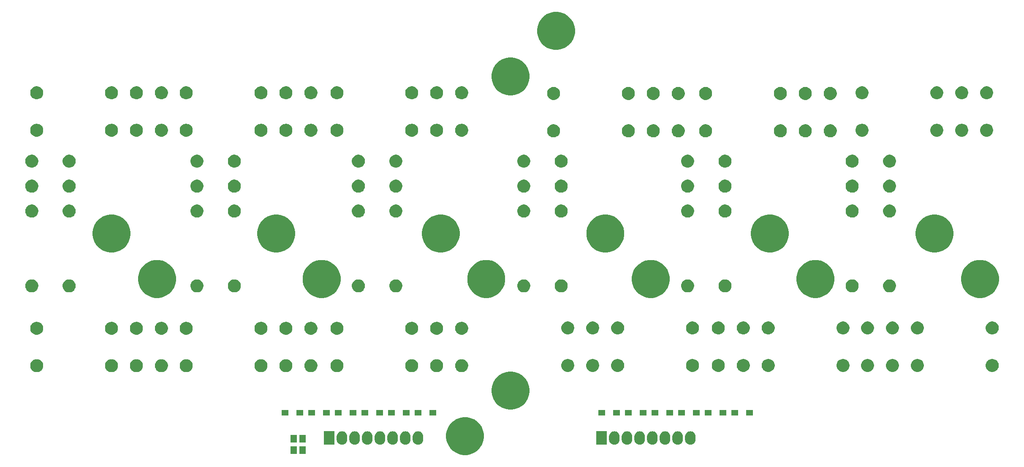
<source format=gbr>
%TF.GenerationSoftware,KiCad,Pcbnew,(6.0.0-rc1-dev-882-gdbc9130da)*%
%TF.CreationDate,2019-10-30T14:39:13+08:00*%
%TF.ProjectId,AntennaSwitch_6x2_RelayBoard,416E74656E6E615377697463685F3678,rev?*%
%TF.SameCoordinates,Original*%
%TF.FileFunction,Soldermask,Bot*%
%TF.FilePolarity,Negative*%
%FSLAX46Y46*%
G04 Gerber Fmt 4.6, Leading zero omitted, Abs format (unit mm)*
G04 Created by KiCad (PCBNEW (6.0.0-rc1-dev-882-gdbc9130da)) date 2019/10/30 14:39:13*
%MOMM*%
%LPD*%
G01*
G04 APERTURE LIST*
%ADD10C,0.350000*%
G04 APERTURE END LIST*
D10*
G36*
X141988710Y-131965070D02*
X142680447Y-132251597D01*
X143302999Y-132667573D01*
X143832427Y-133197001D01*
X144248403Y-133819553D01*
X144534930Y-134511290D01*
X144681000Y-135245633D01*
X144681000Y-135994367D01*
X144534930Y-136728710D01*
X144248403Y-137420447D01*
X143832427Y-138042999D01*
X143302999Y-138572427D01*
X142680447Y-138988403D01*
X141988710Y-139274930D01*
X141254367Y-139421000D01*
X140505633Y-139421000D01*
X139771290Y-139274930D01*
X139079553Y-138988403D01*
X138457001Y-138572427D01*
X137927573Y-138042999D01*
X137511597Y-137420447D01*
X137225070Y-136728710D01*
X137079000Y-135994367D01*
X137079000Y-135245633D01*
X137225070Y-134511290D01*
X137511597Y-133819553D01*
X137927573Y-133197001D01*
X138457001Y-132667573D01*
X139079553Y-132251597D01*
X139771290Y-131965070D01*
X140505633Y-131819000D01*
X141254367Y-131819000D01*
X141988710Y-131965070D01*
X141988710Y-131965070D01*
G37*
G36*
X108899500Y-139216000D02*
X107637500Y-139216000D01*
X107637500Y-137644000D01*
X108899500Y-137644000D01*
X108899500Y-139216000D01*
X108899500Y-139216000D01*
G37*
G36*
X107119500Y-139216000D02*
X105857500Y-139216000D01*
X105857500Y-137644000D01*
X107119500Y-137644000D01*
X107119500Y-139216000D01*
X107119500Y-139216000D01*
G37*
G36*
X171021031Y-134681207D02*
X171219145Y-134741305D01*
X171401729Y-134838897D01*
X171561765Y-134970235D01*
X171561766Y-134970237D01*
X171561768Y-134970238D01*
X171640568Y-135066257D01*
X171693103Y-135130271D01*
X171790695Y-135312854D01*
X171850793Y-135510968D01*
X171866000Y-135665370D01*
X171866000Y-136368629D01*
X171850793Y-136523031D01*
X171844432Y-136544000D01*
X171790695Y-136721147D01*
X171758504Y-136781371D01*
X171693103Y-136903729D01*
X171561765Y-137063765D01*
X171401729Y-137195103D01*
X171219146Y-137292695D01*
X171021032Y-137352793D01*
X170815000Y-137373085D01*
X170608969Y-137352793D01*
X170410855Y-137292695D01*
X170228272Y-137195103D01*
X170068236Y-137063765D01*
X170048257Y-137039420D01*
X169936899Y-136903731D01*
X169839306Y-136721148D01*
X169819273Y-136655108D01*
X169779207Y-136523032D01*
X169764000Y-136368630D01*
X169764000Y-135665371D01*
X169779207Y-135510969D01*
X169839305Y-135312855D01*
X169936897Y-135130271D01*
X170068235Y-134970235D01*
X170068237Y-134970234D01*
X170068238Y-134970232D01*
X170228269Y-134838899D01*
X170228271Y-134838897D01*
X170410854Y-134741305D01*
X170608968Y-134681207D01*
X170815000Y-134660915D01*
X171021031Y-134681207D01*
X171021031Y-134681207D01*
G37*
G36*
X131651031Y-134681207D02*
X131849145Y-134741305D01*
X132031729Y-134838897D01*
X132191765Y-134970235D01*
X132191766Y-134970237D01*
X132191768Y-134970238D01*
X132270568Y-135066257D01*
X132323103Y-135130271D01*
X132420695Y-135312854D01*
X132480793Y-135510968D01*
X132496000Y-135665370D01*
X132496000Y-136368629D01*
X132480793Y-136523031D01*
X132474432Y-136544000D01*
X132420695Y-136721147D01*
X132388504Y-136781371D01*
X132323103Y-136903729D01*
X132191765Y-137063765D01*
X132031729Y-137195103D01*
X131849146Y-137292695D01*
X131651032Y-137352793D01*
X131445000Y-137373085D01*
X131238969Y-137352793D01*
X131040855Y-137292695D01*
X130858272Y-137195103D01*
X130698236Y-137063765D01*
X130678257Y-137039420D01*
X130566899Y-136903731D01*
X130469306Y-136721148D01*
X130449273Y-136655108D01*
X130409207Y-136523032D01*
X130394000Y-136368630D01*
X130394000Y-135665371D01*
X130409207Y-135510969D01*
X130469305Y-135312855D01*
X130566897Y-135130271D01*
X130698235Y-134970235D01*
X130698237Y-134970234D01*
X130698238Y-134970232D01*
X130858269Y-134838899D01*
X130858271Y-134838897D01*
X131040854Y-134741305D01*
X131238968Y-134681207D01*
X131445000Y-134660915D01*
X131651031Y-134681207D01*
X131651031Y-134681207D01*
G37*
G36*
X129111031Y-134681207D02*
X129309145Y-134741305D01*
X129491729Y-134838897D01*
X129651765Y-134970235D01*
X129651766Y-134970237D01*
X129651768Y-134970238D01*
X129730568Y-135066257D01*
X129783103Y-135130271D01*
X129880695Y-135312854D01*
X129940793Y-135510968D01*
X129956000Y-135665370D01*
X129956000Y-136368629D01*
X129940793Y-136523031D01*
X129934432Y-136544000D01*
X129880695Y-136721147D01*
X129848504Y-136781371D01*
X129783103Y-136903729D01*
X129651765Y-137063765D01*
X129491729Y-137195103D01*
X129309146Y-137292695D01*
X129111032Y-137352793D01*
X128905000Y-137373085D01*
X128698969Y-137352793D01*
X128500855Y-137292695D01*
X128318272Y-137195103D01*
X128158236Y-137063765D01*
X128138257Y-137039420D01*
X128026899Y-136903731D01*
X127929306Y-136721148D01*
X127909273Y-136655108D01*
X127869207Y-136523032D01*
X127854000Y-136368630D01*
X127854000Y-135665371D01*
X127869207Y-135510969D01*
X127929305Y-135312855D01*
X128026897Y-135130271D01*
X128158235Y-134970235D01*
X128158237Y-134970234D01*
X128158238Y-134970232D01*
X128318269Y-134838899D01*
X128318271Y-134838897D01*
X128500854Y-134741305D01*
X128698968Y-134681207D01*
X128905000Y-134660915D01*
X129111031Y-134681207D01*
X129111031Y-134681207D01*
G37*
G36*
X126571031Y-134681207D02*
X126769145Y-134741305D01*
X126951729Y-134838897D01*
X127111765Y-134970235D01*
X127111766Y-134970237D01*
X127111768Y-134970238D01*
X127190568Y-135066257D01*
X127243103Y-135130271D01*
X127340695Y-135312854D01*
X127400793Y-135510968D01*
X127416000Y-135665370D01*
X127416000Y-136368629D01*
X127400793Y-136523031D01*
X127394432Y-136544000D01*
X127340695Y-136721147D01*
X127308504Y-136781371D01*
X127243103Y-136903729D01*
X127111765Y-137063765D01*
X126951729Y-137195103D01*
X126769146Y-137292695D01*
X126571032Y-137352793D01*
X126365000Y-137373085D01*
X126158969Y-137352793D01*
X125960855Y-137292695D01*
X125778272Y-137195103D01*
X125618236Y-137063765D01*
X125598257Y-137039420D01*
X125486899Y-136903731D01*
X125389306Y-136721148D01*
X125369273Y-136655108D01*
X125329207Y-136523032D01*
X125314000Y-136368630D01*
X125314000Y-135665371D01*
X125329207Y-135510969D01*
X125389305Y-135312855D01*
X125486897Y-135130271D01*
X125618235Y-134970235D01*
X125618237Y-134970234D01*
X125618238Y-134970232D01*
X125778269Y-134838899D01*
X125778271Y-134838897D01*
X125960854Y-134741305D01*
X126158968Y-134681207D01*
X126365000Y-134660915D01*
X126571031Y-134681207D01*
X126571031Y-134681207D01*
G37*
G36*
X124031031Y-134681207D02*
X124229145Y-134741305D01*
X124411729Y-134838897D01*
X124571765Y-134970235D01*
X124571766Y-134970237D01*
X124571768Y-134970238D01*
X124650568Y-135066257D01*
X124703103Y-135130271D01*
X124800695Y-135312854D01*
X124860793Y-135510968D01*
X124876000Y-135665370D01*
X124876000Y-136368629D01*
X124860793Y-136523031D01*
X124854432Y-136544000D01*
X124800695Y-136721147D01*
X124768504Y-136781371D01*
X124703103Y-136903729D01*
X124571765Y-137063765D01*
X124411729Y-137195103D01*
X124229146Y-137292695D01*
X124031032Y-137352793D01*
X123825000Y-137373085D01*
X123618969Y-137352793D01*
X123420855Y-137292695D01*
X123238272Y-137195103D01*
X123078236Y-137063765D01*
X123058257Y-137039420D01*
X122946899Y-136903731D01*
X122849306Y-136721148D01*
X122829273Y-136655108D01*
X122789207Y-136523032D01*
X122774000Y-136368630D01*
X122774000Y-135665371D01*
X122789207Y-135510969D01*
X122849305Y-135312855D01*
X122946897Y-135130271D01*
X123078235Y-134970235D01*
X123078237Y-134970234D01*
X123078238Y-134970232D01*
X123238269Y-134838899D01*
X123238271Y-134838897D01*
X123420854Y-134741305D01*
X123618968Y-134681207D01*
X123825000Y-134660915D01*
X124031031Y-134681207D01*
X124031031Y-134681207D01*
G37*
G36*
X121491031Y-134681207D02*
X121689145Y-134741305D01*
X121871729Y-134838897D01*
X122031765Y-134970235D01*
X122031766Y-134970237D01*
X122031768Y-134970238D01*
X122110568Y-135066257D01*
X122163103Y-135130271D01*
X122260695Y-135312854D01*
X122320793Y-135510968D01*
X122336000Y-135665370D01*
X122336000Y-136368629D01*
X122320793Y-136523031D01*
X122314432Y-136544000D01*
X122260695Y-136721147D01*
X122228504Y-136781371D01*
X122163103Y-136903729D01*
X122031765Y-137063765D01*
X121871729Y-137195103D01*
X121689146Y-137292695D01*
X121491032Y-137352793D01*
X121285000Y-137373085D01*
X121078969Y-137352793D01*
X120880855Y-137292695D01*
X120698272Y-137195103D01*
X120538236Y-137063765D01*
X120518257Y-137039420D01*
X120406899Y-136903731D01*
X120309306Y-136721148D01*
X120289273Y-136655108D01*
X120249207Y-136523032D01*
X120234000Y-136368630D01*
X120234000Y-135665371D01*
X120249207Y-135510969D01*
X120309305Y-135312855D01*
X120406897Y-135130271D01*
X120538235Y-134970235D01*
X120538237Y-134970234D01*
X120538238Y-134970232D01*
X120698269Y-134838899D01*
X120698271Y-134838897D01*
X120880854Y-134741305D01*
X121078968Y-134681207D01*
X121285000Y-134660915D01*
X121491031Y-134681207D01*
X121491031Y-134681207D01*
G37*
G36*
X118951031Y-134681207D02*
X119149145Y-134741305D01*
X119331729Y-134838897D01*
X119491765Y-134970235D01*
X119491766Y-134970237D01*
X119491768Y-134970238D01*
X119570568Y-135066257D01*
X119623103Y-135130271D01*
X119720695Y-135312854D01*
X119780793Y-135510968D01*
X119796000Y-135665370D01*
X119796000Y-136368629D01*
X119780793Y-136523031D01*
X119774432Y-136544000D01*
X119720695Y-136721147D01*
X119688504Y-136781371D01*
X119623103Y-136903729D01*
X119491765Y-137063765D01*
X119331729Y-137195103D01*
X119149146Y-137292695D01*
X118951032Y-137352793D01*
X118745000Y-137373085D01*
X118538969Y-137352793D01*
X118340855Y-137292695D01*
X118158272Y-137195103D01*
X117998236Y-137063765D01*
X117978257Y-137039420D01*
X117866899Y-136903731D01*
X117769306Y-136721148D01*
X117749273Y-136655108D01*
X117709207Y-136523032D01*
X117694000Y-136368630D01*
X117694000Y-135665371D01*
X117709207Y-135510969D01*
X117769305Y-135312855D01*
X117866897Y-135130271D01*
X117998235Y-134970235D01*
X117998237Y-134970234D01*
X117998238Y-134970232D01*
X118158269Y-134838899D01*
X118158271Y-134838897D01*
X118340854Y-134741305D01*
X118538968Y-134681207D01*
X118745000Y-134660915D01*
X118951031Y-134681207D01*
X118951031Y-134681207D01*
G37*
G36*
X186261031Y-134681207D02*
X186459145Y-134741305D01*
X186641729Y-134838897D01*
X186801765Y-134970235D01*
X186801766Y-134970237D01*
X186801768Y-134970238D01*
X186880568Y-135066257D01*
X186933103Y-135130271D01*
X187030695Y-135312854D01*
X187090793Y-135510968D01*
X187106000Y-135665370D01*
X187106000Y-136368629D01*
X187090793Y-136523031D01*
X187084432Y-136544000D01*
X187030695Y-136721147D01*
X186998504Y-136781371D01*
X186933103Y-136903729D01*
X186801765Y-137063765D01*
X186641729Y-137195103D01*
X186459146Y-137292695D01*
X186261032Y-137352793D01*
X186055000Y-137373085D01*
X185848969Y-137352793D01*
X185650855Y-137292695D01*
X185468272Y-137195103D01*
X185308236Y-137063765D01*
X185288257Y-137039420D01*
X185176899Y-136903731D01*
X185079306Y-136721148D01*
X185059273Y-136655108D01*
X185019207Y-136523032D01*
X185004000Y-136368630D01*
X185004000Y-135665371D01*
X185019207Y-135510969D01*
X185079305Y-135312855D01*
X185176897Y-135130271D01*
X185308235Y-134970235D01*
X185308237Y-134970234D01*
X185308238Y-134970232D01*
X185468269Y-134838899D01*
X185468271Y-134838897D01*
X185650854Y-134741305D01*
X185848968Y-134681207D01*
X186055000Y-134660915D01*
X186261031Y-134681207D01*
X186261031Y-134681207D01*
G37*
G36*
X173561031Y-134681207D02*
X173759145Y-134741305D01*
X173941729Y-134838897D01*
X174101765Y-134970235D01*
X174101766Y-134970237D01*
X174101768Y-134970238D01*
X174180568Y-135066257D01*
X174233103Y-135130271D01*
X174330695Y-135312854D01*
X174390793Y-135510968D01*
X174406000Y-135665370D01*
X174406000Y-136368629D01*
X174390793Y-136523031D01*
X174384432Y-136544000D01*
X174330695Y-136721147D01*
X174298504Y-136781371D01*
X174233103Y-136903729D01*
X174101765Y-137063765D01*
X173941729Y-137195103D01*
X173759146Y-137292695D01*
X173561032Y-137352793D01*
X173355000Y-137373085D01*
X173148969Y-137352793D01*
X172950855Y-137292695D01*
X172768272Y-137195103D01*
X172608236Y-137063765D01*
X172588257Y-137039420D01*
X172476899Y-136903731D01*
X172379306Y-136721148D01*
X172359273Y-136655108D01*
X172319207Y-136523032D01*
X172304000Y-136368630D01*
X172304000Y-135665371D01*
X172319207Y-135510969D01*
X172379305Y-135312855D01*
X172476897Y-135130271D01*
X172608235Y-134970235D01*
X172608237Y-134970234D01*
X172608238Y-134970232D01*
X172768269Y-134838899D01*
X172768271Y-134838897D01*
X172950854Y-134741305D01*
X173148968Y-134681207D01*
X173355000Y-134660915D01*
X173561031Y-134681207D01*
X173561031Y-134681207D01*
G37*
G36*
X176101031Y-134681207D02*
X176299145Y-134741305D01*
X176481729Y-134838897D01*
X176641765Y-134970235D01*
X176641766Y-134970237D01*
X176641768Y-134970238D01*
X176720568Y-135066257D01*
X176773103Y-135130271D01*
X176870695Y-135312854D01*
X176930793Y-135510968D01*
X176946000Y-135665370D01*
X176946000Y-136368629D01*
X176930793Y-136523031D01*
X176924432Y-136544000D01*
X176870695Y-136721147D01*
X176838504Y-136781371D01*
X176773103Y-136903729D01*
X176641765Y-137063765D01*
X176481729Y-137195103D01*
X176299146Y-137292695D01*
X176101032Y-137352793D01*
X175895000Y-137373085D01*
X175688969Y-137352793D01*
X175490855Y-137292695D01*
X175308272Y-137195103D01*
X175148236Y-137063765D01*
X175128257Y-137039420D01*
X175016899Y-136903731D01*
X174919306Y-136721148D01*
X174899273Y-136655108D01*
X174859207Y-136523032D01*
X174844000Y-136368630D01*
X174844000Y-135665371D01*
X174859207Y-135510969D01*
X174919305Y-135312855D01*
X175016897Y-135130271D01*
X175148235Y-134970235D01*
X175148237Y-134970234D01*
X175148238Y-134970232D01*
X175308269Y-134838899D01*
X175308271Y-134838897D01*
X175490854Y-134741305D01*
X175688968Y-134681207D01*
X175895000Y-134660915D01*
X176101031Y-134681207D01*
X176101031Y-134681207D01*
G37*
G36*
X178641031Y-134681207D02*
X178839145Y-134741305D01*
X179021729Y-134838897D01*
X179181765Y-134970235D01*
X179181766Y-134970237D01*
X179181768Y-134970238D01*
X179260568Y-135066257D01*
X179313103Y-135130271D01*
X179410695Y-135312854D01*
X179470793Y-135510968D01*
X179486000Y-135665370D01*
X179486000Y-136368629D01*
X179470793Y-136523031D01*
X179464432Y-136544000D01*
X179410695Y-136721147D01*
X179378504Y-136781371D01*
X179313103Y-136903729D01*
X179181765Y-137063765D01*
X179021729Y-137195103D01*
X178839146Y-137292695D01*
X178641032Y-137352793D01*
X178435000Y-137373085D01*
X178228969Y-137352793D01*
X178030855Y-137292695D01*
X177848272Y-137195103D01*
X177688236Y-137063765D01*
X177668257Y-137039420D01*
X177556899Y-136903731D01*
X177459306Y-136721148D01*
X177439273Y-136655108D01*
X177399207Y-136523032D01*
X177384000Y-136368630D01*
X177384000Y-135665371D01*
X177399207Y-135510969D01*
X177459305Y-135312855D01*
X177556897Y-135130271D01*
X177688235Y-134970235D01*
X177688237Y-134970234D01*
X177688238Y-134970232D01*
X177848269Y-134838899D01*
X177848271Y-134838897D01*
X178030854Y-134741305D01*
X178228968Y-134681207D01*
X178435000Y-134660915D01*
X178641031Y-134681207D01*
X178641031Y-134681207D01*
G37*
G36*
X183721031Y-134681207D02*
X183919145Y-134741305D01*
X184101729Y-134838897D01*
X184261765Y-134970235D01*
X184261766Y-134970237D01*
X184261768Y-134970238D01*
X184340568Y-135066257D01*
X184393103Y-135130271D01*
X184490695Y-135312854D01*
X184550793Y-135510968D01*
X184566000Y-135665370D01*
X184566000Y-136368629D01*
X184550793Y-136523031D01*
X184544432Y-136544000D01*
X184490695Y-136721147D01*
X184458504Y-136781371D01*
X184393103Y-136903729D01*
X184261765Y-137063765D01*
X184101729Y-137195103D01*
X183919146Y-137292695D01*
X183721032Y-137352793D01*
X183515000Y-137373085D01*
X183308969Y-137352793D01*
X183110855Y-137292695D01*
X182928272Y-137195103D01*
X182768236Y-137063765D01*
X182748257Y-137039420D01*
X182636899Y-136903731D01*
X182539306Y-136721148D01*
X182519273Y-136655108D01*
X182479207Y-136523032D01*
X182464000Y-136368630D01*
X182464000Y-135665371D01*
X182479207Y-135510969D01*
X182539305Y-135312855D01*
X182636897Y-135130271D01*
X182768235Y-134970235D01*
X182768237Y-134970234D01*
X182768238Y-134970232D01*
X182928269Y-134838899D01*
X182928271Y-134838897D01*
X183110854Y-134741305D01*
X183308968Y-134681207D01*
X183515000Y-134660915D01*
X183721031Y-134681207D01*
X183721031Y-134681207D01*
G37*
G36*
X181181031Y-134681207D02*
X181379145Y-134741305D01*
X181561729Y-134838897D01*
X181721765Y-134970235D01*
X181721766Y-134970237D01*
X181721768Y-134970238D01*
X181800568Y-135066257D01*
X181853103Y-135130271D01*
X181950695Y-135312854D01*
X182010793Y-135510968D01*
X182026000Y-135665370D01*
X182026000Y-136368629D01*
X182010793Y-136523031D01*
X182004432Y-136544000D01*
X181950695Y-136721147D01*
X181918504Y-136781371D01*
X181853103Y-136903729D01*
X181721765Y-137063765D01*
X181561729Y-137195103D01*
X181379146Y-137292695D01*
X181181032Y-137352793D01*
X180975000Y-137373085D01*
X180768969Y-137352793D01*
X180570855Y-137292695D01*
X180388272Y-137195103D01*
X180228236Y-137063765D01*
X180208257Y-137039420D01*
X180096899Y-136903731D01*
X179999306Y-136721148D01*
X179979273Y-136655108D01*
X179939207Y-136523032D01*
X179924000Y-136368630D01*
X179924000Y-135665371D01*
X179939207Y-135510969D01*
X179999305Y-135312855D01*
X180096897Y-135130271D01*
X180228235Y-134970235D01*
X180228237Y-134970234D01*
X180228238Y-134970232D01*
X180388269Y-134838899D01*
X180388271Y-134838897D01*
X180570854Y-134741305D01*
X180768968Y-134681207D01*
X180975000Y-134660915D01*
X181181031Y-134681207D01*
X181181031Y-134681207D01*
G37*
G36*
X116411031Y-134681207D02*
X116609145Y-134741305D01*
X116791729Y-134838897D01*
X116951765Y-134970235D01*
X116951766Y-134970237D01*
X116951768Y-134970238D01*
X117030568Y-135066257D01*
X117083103Y-135130271D01*
X117180695Y-135312854D01*
X117240793Y-135510968D01*
X117256000Y-135665370D01*
X117256000Y-136368629D01*
X117240793Y-136523031D01*
X117234432Y-136544000D01*
X117180695Y-136721147D01*
X117148504Y-136781371D01*
X117083103Y-136903729D01*
X116951765Y-137063765D01*
X116791729Y-137195103D01*
X116609146Y-137292695D01*
X116411032Y-137352793D01*
X116205000Y-137373085D01*
X115998969Y-137352793D01*
X115800855Y-137292695D01*
X115618272Y-137195103D01*
X115458236Y-137063765D01*
X115438257Y-137039420D01*
X115326899Y-136903731D01*
X115229306Y-136721148D01*
X115209273Y-136655108D01*
X115169207Y-136523032D01*
X115154000Y-136368630D01*
X115154000Y-135665371D01*
X115169207Y-135510969D01*
X115229305Y-135312855D01*
X115326897Y-135130271D01*
X115458235Y-134970235D01*
X115458237Y-134970234D01*
X115458238Y-134970232D01*
X115618269Y-134838899D01*
X115618271Y-134838897D01*
X115800854Y-134741305D01*
X115998968Y-134681207D01*
X116205000Y-134660915D01*
X116411031Y-134681207D01*
X116411031Y-134681207D01*
G37*
G36*
X114716000Y-137368000D02*
X112614000Y-137368000D01*
X112614000Y-134666000D01*
X114716000Y-134666000D01*
X114716000Y-137368000D01*
X114716000Y-137368000D01*
G37*
G36*
X169326000Y-137368000D02*
X167224000Y-137368000D01*
X167224000Y-134666000D01*
X169326000Y-134666000D01*
X169326000Y-137368000D01*
X169326000Y-137368000D01*
G37*
G36*
X108899500Y-136930000D02*
X107637500Y-136930000D01*
X107637500Y-135358000D01*
X108899500Y-135358000D01*
X108899500Y-136930000D01*
X108899500Y-136930000D01*
G37*
G36*
X107119500Y-136930000D02*
X105857500Y-136930000D01*
X105857500Y-135358000D01*
X107119500Y-135358000D01*
X107119500Y-136930000D01*
X107119500Y-136930000D01*
G37*
G36*
X132170000Y-131488000D02*
X130818000Y-131488000D01*
X130818000Y-130386000D01*
X132170000Y-130386000D01*
X132170000Y-131488000D01*
X132170000Y-131488000D01*
G37*
G36*
X135120000Y-131488000D02*
X133768000Y-131488000D01*
X133768000Y-130386000D01*
X135120000Y-130386000D01*
X135120000Y-131488000D01*
X135120000Y-131488000D01*
G37*
G36*
X126836000Y-131488000D02*
X125484000Y-131488000D01*
X125484000Y-130386000D01*
X126836000Y-130386000D01*
X126836000Y-131488000D01*
X126836000Y-131488000D01*
G37*
G36*
X129786000Y-131488000D02*
X128434000Y-131488000D01*
X128434000Y-130386000D01*
X129786000Y-130386000D01*
X129786000Y-131488000D01*
X129786000Y-131488000D01*
G37*
G36*
X121502000Y-131488000D02*
X120150000Y-131488000D01*
X120150000Y-130386000D01*
X121502000Y-130386000D01*
X121502000Y-131488000D01*
X121502000Y-131488000D01*
G37*
G36*
X124452000Y-131488000D02*
X123100000Y-131488000D01*
X123100000Y-130386000D01*
X124452000Y-130386000D01*
X124452000Y-131488000D01*
X124452000Y-131488000D01*
G37*
G36*
X116168000Y-131488000D02*
X114816000Y-131488000D01*
X114816000Y-130386000D01*
X116168000Y-130386000D01*
X116168000Y-131488000D01*
X116168000Y-131488000D01*
G37*
G36*
X119118000Y-131488000D02*
X117766000Y-131488000D01*
X117766000Y-130386000D01*
X119118000Y-130386000D01*
X119118000Y-131488000D01*
X119118000Y-131488000D01*
G37*
G36*
X113784000Y-131488000D02*
X112432000Y-131488000D01*
X112432000Y-130386000D01*
X113784000Y-130386000D01*
X113784000Y-131488000D01*
X113784000Y-131488000D01*
G37*
G36*
X105500000Y-131488000D02*
X104148000Y-131488000D01*
X104148000Y-130386000D01*
X105500000Y-130386000D01*
X105500000Y-131488000D01*
X105500000Y-131488000D01*
G37*
G36*
X108450000Y-131488000D02*
X107098000Y-131488000D01*
X107098000Y-130386000D01*
X108450000Y-130386000D01*
X108450000Y-131488000D01*
X108450000Y-131488000D01*
G37*
G36*
X185002000Y-131488000D02*
X183650000Y-131488000D01*
X183650000Y-130386000D01*
X185002000Y-130386000D01*
X185002000Y-131488000D01*
X185002000Y-131488000D01*
G37*
G36*
X169000000Y-131488000D02*
X167648000Y-131488000D01*
X167648000Y-130386000D01*
X169000000Y-130386000D01*
X169000000Y-131488000D01*
X169000000Y-131488000D01*
G37*
G36*
X110834000Y-131488000D02*
X109482000Y-131488000D01*
X109482000Y-130386000D01*
X110834000Y-130386000D01*
X110834000Y-131488000D01*
X110834000Y-131488000D01*
G37*
G36*
X195670000Y-131488000D02*
X194318000Y-131488000D01*
X194318000Y-130386000D01*
X195670000Y-130386000D01*
X195670000Y-131488000D01*
X195670000Y-131488000D01*
G37*
G36*
X198620000Y-131488000D02*
X197268000Y-131488000D01*
X197268000Y-130386000D01*
X198620000Y-130386000D01*
X198620000Y-131488000D01*
X198620000Y-131488000D01*
G37*
G36*
X190336000Y-131488000D02*
X188984000Y-131488000D01*
X188984000Y-130386000D01*
X190336000Y-130386000D01*
X190336000Y-131488000D01*
X190336000Y-131488000D01*
G37*
G36*
X193286000Y-131488000D02*
X191934000Y-131488000D01*
X191934000Y-130386000D01*
X193286000Y-130386000D01*
X193286000Y-131488000D01*
X193286000Y-131488000D01*
G37*
G36*
X187952000Y-131488000D02*
X186600000Y-131488000D01*
X186600000Y-130386000D01*
X187952000Y-130386000D01*
X187952000Y-131488000D01*
X187952000Y-131488000D01*
G37*
G36*
X179668000Y-131488000D02*
X178316000Y-131488000D01*
X178316000Y-130386000D01*
X179668000Y-130386000D01*
X179668000Y-131488000D01*
X179668000Y-131488000D01*
G37*
G36*
X182618000Y-131488000D02*
X181266000Y-131488000D01*
X181266000Y-130386000D01*
X182618000Y-130386000D01*
X182618000Y-131488000D01*
X182618000Y-131488000D01*
G37*
G36*
X174334000Y-131488000D02*
X172982000Y-131488000D01*
X172982000Y-130386000D01*
X174334000Y-130386000D01*
X174334000Y-131488000D01*
X174334000Y-131488000D01*
G37*
G36*
X177284000Y-131488000D02*
X175932000Y-131488000D01*
X175932000Y-130386000D01*
X177284000Y-130386000D01*
X177284000Y-131488000D01*
X177284000Y-131488000D01*
G37*
G36*
X171950000Y-131488000D02*
X170598000Y-131488000D01*
X170598000Y-130386000D01*
X171950000Y-130386000D01*
X171950000Y-131488000D01*
X171950000Y-131488000D01*
G37*
G36*
X151108710Y-122845070D02*
X151800447Y-123131597D01*
X152422999Y-123547573D01*
X152952427Y-124077001D01*
X153368403Y-124699553D01*
X153654930Y-125391290D01*
X153801000Y-126125633D01*
X153801000Y-126874367D01*
X153654930Y-127608710D01*
X153368403Y-128300447D01*
X152952427Y-128922999D01*
X152422999Y-129452427D01*
X151800447Y-129868403D01*
X151108710Y-130154930D01*
X150374367Y-130301000D01*
X149625633Y-130301000D01*
X148891290Y-130154930D01*
X148199553Y-129868403D01*
X147577001Y-129452427D01*
X147047573Y-128922999D01*
X146631597Y-128300447D01*
X146345070Y-127608710D01*
X146199000Y-126874367D01*
X146199000Y-126125633D01*
X146345070Y-125391290D01*
X146631597Y-124699553D01*
X147047573Y-124077001D01*
X147577001Y-123547573D01*
X148199553Y-123131597D01*
X148891290Y-122845070D01*
X149625633Y-122699000D01*
X150374367Y-122699000D01*
X151108710Y-122845070D01*
X151108710Y-122845070D01*
G37*
G36*
X115568485Y-120248996D02*
X115568487Y-120248997D01*
X115568488Y-120248997D01*
X115674887Y-120293069D01*
X115805255Y-120347069D01*
X116018342Y-120489449D01*
X116199551Y-120670658D01*
X116341931Y-120883745D01*
X116440004Y-121120515D01*
X116490000Y-121371861D01*
X116490000Y-121628139D01*
X116450745Y-121825488D01*
X116440003Y-121879488D01*
X116341931Y-122116255D01*
X116199551Y-122329342D01*
X116018342Y-122510551D01*
X116018339Y-122510553D01*
X115805255Y-122652931D01*
X115568488Y-122751003D01*
X115568487Y-122751003D01*
X115568485Y-122751004D01*
X115317139Y-122801000D01*
X115060861Y-122801000D01*
X114809515Y-122751004D01*
X114809513Y-122751003D01*
X114809512Y-122751003D01*
X114572745Y-122652931D01*
X114359661Y-122510553D01*
X114359658Y-122510551D01*
X114178449Y-122329342D01*
X114036069Y-122116255D01*
X113937997Y-121879488D01*
X113927256Y-121825488D01*
X113888000Y-121628139D01*
X113888000Y-121371861D01*
X113937996Y-121120515D01*
X114036069Y-120883745D01*
X114178449Y-120670658D01*
X114359658Y-120489449D01*
X114572745Y-120347069D01*
X114703113Y-120293069D01*
X114809512Y-120248997D01*
X114809513Y-120248997D01*
X114809515Y-120248996D01*
X115060861Y-120199000D01*
X115317139Y-120199000D01*
X115568485Y-120248996D01*
X115568485Y-120248996D01*
G37*
G36*
X55370485Y-120248996D02*
X55370487Y-120248997D01*
X55370488Y-120248997D01*
X55476887Y-120293069D01*
X55607255Y-120347069D01*
X55820342Y-120489449D01*
X56001551Y-120670658D01*
X56143931Y-120883745D01*
X56242004Y-121120515D01*
X56292000Y-121371861D01*
X56292000Y-121628139D01*
X56252745Y-121825488D01*
X56242003Y-121879488D01*
X56143931Y-122116255D01*
X56001551Y-122329342D01*
X55820342Y-122510551D01*
X55820339Y-122510553D01*
X55607255Y-122652931D01*
X55370488Y-122751003D01*
X55370487Y-122751003D01*
X55370485Y-122751004D01*
X55119139Y-122801000D01*
X54862861Y-122801000D01*
X54611515Y-122751004D01*
X54611513Y-122751003D01*
X54611512Y-122751003D01*
X54374745Y-122652931D01*
X54161661Y-122510553D01*
X54161658Y-122510551D01*
X53980449Y-122329342D01*
X53838069Y-122116255D01*
X53739997Y-121879488D01*
X53729256Y-121825488D01*
X53690000Y-121628139D01*
X53690000Y-121371861D01*
X53739996Y-121120515D01*
X53838069Y-120883745D01*
X53980449Y-120670658D01*
X54161658Y-120489449D01*
X54374745Y-120347069D01*
X54505113Y-120293069D01*
X54611512Y-120248997D01*
X54611513Y-120248997D01*
X54611515Y-120248996D01*
X54862861Y-120199000D01*
X55119139Y-120199000D01*
X55370485Y-120248996D01*
X55370485Y-120248996D01*
G37*
G36*
X140568485Y-120248996D02*
X140568487Y-120248997D01*
X140568488Y-120248997D01*
X140674887Y-120293069D01*
X140805255Y-120347069D01*
X141018342Y-120489449D01*
X141199551Y-120670658D01*
X141341931Y-120883745D01*
X141440004Y-121120515D01*
X141490000Y-121371861D01*
X141490000Y-121628139D01*
X141450745Y-121825488D01*
X141440003Y-121879488D01*
X141341931Y-122116255D01*
X141199551Y-122329342D01*
X141018342Y-122510551D01*
X141018339Y-122510553D01*
X140805255Y-122652931D01*
X140568488Y-122751003D01*
X140568487Y-122751003D01*
X140568485Y-122751004D01*
X140317139Y-122801000D01*
X140060861Y-122801000D01*
X139809515Y-122751004D01*
X139809513Y-122751003D01*
X139809512Y-122751003D01*
X139572745Y-122652931D01*
X139359661Y-122510553D01*
X139359658Y-122510551D01*
X139178449Y-122329342D01*
X139036069Y-122116255D01*
X138937997Y-121879488D01*
X138927256Y-121825488D01*
X138888000Y-121628139D01*
X138888000Y-121371861D01*
X138937996Y-121120515D01*
X139036069Y-120883745D01*
X139178449Y-120670658D01*
X139359658Y-120489449D01*
X139572745Y-120347069D01*
X139703113Y-120293069D01*
X139809512Y-120248997D01*
X139809513Y-120248997D01*
X139809515Y-120248996D01*
X140060861Y-120199000D01*
X140317139Y-120199000D01*
X140568485Y-120248996D01*
X140568485Y-120248996D01*
G37*
G36*
X135568485Y-120248996D02*
X135568487Y-120248997D01*
X135568488Y-120248997D01*
X135674887Y-120293069D01*
X135805255Y-120347069D01*
X136018342Y-120489449D01*
X136199551Y-120670658D01*
X136341931Y-120883745D01*
X136440004Y-121120515D01*
X136490000Y-121371861D01*
X136490000Y-121628139D01*
X136450745Y-121825488D01*
X136440003Y-121879488D01*
X136341931Y-122116255D01*
X136199551Y-122329342D01*
X136018342Y-122510551D01*
X136018339Y-122510553D01*
X135805255Y-122652931D01*
X135568488Y-122751003D01*
X135568487Y-122751003D01*
X135568485Y-122751004D01*
X135317139Y-122801000D01*
X135060861Y-122801000D01*
X134809515Y-122751004D01*
X134809513Y-122751003D01*
X134809512Y-122751003D01*
X134572745Y-122652931D01*
X134359661Y-122510553D01*
X134359658Y-122510551D01*
X134178449Y-122329342D01*
X134036069Y-122116255D01*
X133937997Y-121879488D01*
X133927256Y-121825488D01*
X133888000Y-121628139D01*
X133888000Y-121371861D01*
X133937996Y-121120515D01*
X134036069Y-120883745D01*
X134178449Y-120670658D01*
X134359658Y-120489449D01*
X134572745Y-120347069D01*
X134703113Y-120293069D01*
X134809512Y-120248997D01*
X134809513Y-120248997D01*
X134809515Y-120248996D01*
X135060861Y-120199000D01*
X135317139Y-120199000D01*
X135568485Y-120248996D01*
X135568485Y-120248996D01*
G37*
G36*
X130568485Y-120248996D02*
X130568487Y-120248997D01*
X130568488Y-120248997D01*
X130674887Y-120293069D01*
X130805255Y-120347069D01*
X131018342Y-120489449D01*
X131199551Y-120670658D01*
X131341931Y-120883745D01*
X131440004Y-121120515D01*
X131490000Y-121371861D01*
X131490000Y-121628139D01*
X131450745Y-121825488D01*
X131440003Y-121879488D01*
X131341931Y-122116255D01*
X131199551Y-122329342D01*
X131018342Y-122510551D01*
X131018339Y-122510553D01*
X130805255Y-122652931D01*
X130568488Y-122751003D01*
X130568487Y-122751003D01*
X130568485Y-122751004D01*
X130317139Y-122801000D01*
X130060861Y-122801000D01*
X129809515Y-122751004D01*
X129809513Y-122751003D01*
X129809512Y-122751003D01*
X129572745Y-122652931D01*
X129359661Y-122510553D01*
X129359658Y-122510551D01*
X129178449Y-122329342D01*
X129036069Y-122116255D01*
X128937997Y-121879488D01*
X128927256Y-121825488D01*
X128888000Y-121628139D01*
X128888000Y-121371861D01*
X128937996Y-121120515D01*
X129036069Y-120883745D01*
X129178449Y-120670658D01*
X129359658Y-120489449D01*
X129572745Y-120347069D01*
X129703113Y-120293069D01*
X129809512Y-120248997D01*
X129809513Y-120248997D01*
X129809515Y-120248996D01*
X130060861Y-120199000D01*
X130317139Y-120199000D01*
X130568485Y-120248996D01*
X130568485Y-120248996D01*
G37*
G36*
X110342485Y-120248996D02*
X110342487Y-120248997D01*
X110342488Y-120248997D01*
X110448887Y-120293069D01*
X110579255Y-120347069D01*
X110792342Y-120489449D01*
X110973551Y-120670658D01*
X111115931Y-120883745D01*
X111214004Y-121120515D01*
X111264000Y-121371861D01*
X111264000Y-121628139D01*
X111224745Y-121825488D01*
X111214003Y-121879488D01*
X111115931Y-122116255D01*
X110973551Y-122329342D01*
X110792342Y-122510551D01*
X110792339Y-122510553D01*
X110579255Y-122652931D01*
X110342488Y-122751003D01*
X110342487Y-122751003D01*
X110342485Y-122751004D01*
X110091139Y-122801000D01*
X109834861Y-122801000D01*
X109583515Y-122751004D01*
X109583513Y-122751003D01*
X109583512Y-122751003D01*
X109346745Y-122652931D01*
X109133661Y-122510553D01*
X109133658Y-122510551D01*
X108952449Y-122329342D01*
X108810069Y-122116255D01*
X108711997Y-121879488D01*
X108701256Y-121825488D01*
X108662000Y-121628139D01*
X108662000Y-121371861D01*
X108711996Y-121120515D01*
X108810069Y-120883745D01*
X108952449Y-120670658D01*
X109133658Y-120489449D01*
X109346745Y-120347069D01*
X109477113Y-120293069D01*
X109583512Y-120248997D01*
X109583513Y-120248997D01*
X109583515Y-120248996D01*
X109834861Y-120199000D01*
X110091139Y-120199000D01*
X110342485Y-120248996D01*
X110342485Y-120248996D01*
G37*
G36*
X105342485Y-120248996D02*
X105342487Y-120248997D01*
X105342488Y-120248997D01*
X105448887Y-120293069D01*
X105579255Y-120347069D01*
X105792342Y-120489449D01*
X105973551Y-120670658D01*
X106115931Y-120883745D01*
X106214004Y-121120515D01*
X106264000Y-121371861D01*
X106264000Y-121628139D01*
X106224745Y-121825488D01*
X106214003Y-121879488D01*
X106115931Y-122116255D01*
X105973551Y-122329342D01*
X105792342Y-122510551D01*
X105792339Y-122510553D01*
X105579255Y-122652931D01*
X105342488Y-122751003D01*
X105342487Y-122751003D01*
X105342485Y-122751004D01*
X105091139Y-122801000D01*
X104834861Y-122801000D01*
X104583515Y-122751004D01*
X104583513Y-122751003D01*
X104583512Y-122751003D01*
X104346745Y-122652931D01*
X104133661Y-122510553D01*
X104133658Y-122510551D01*
X103952449Y-122329342D01*
X103810069Y-122116255D01*
X103711997Y-121879488D01*
X103701256Y-121825488D01*
X103662000Y-121628139D01*
X103662000Y-121371861D01*
X103711996Y-121120515D01*
X103810069Y-120883745D01*
X103952449Y-120670658D01*
X104133658Y-120489449D01*
X104346745Y-120347069D01*
X104477113Y-120293069D01*
X104583512Y-120248997D01*
X104583513Y-120248997D01*
X104583515Y-120248996D01*
X104834861Y-120199000D01*
X105091139Y-120199000D01*
X105342485Y-120248996D01*
X105342485Y-120248996D01*
G37*
G36*
X70370485Y-120248996D02*
X70370487Y-120248997D01*
X70370488Y-120248997D01*
X70476887Y-120293069D01*
X70607255Y-120347069D01*
X70820342Y-120489449D01*
X71001551Y-120670658D01*
X71143931Y-120883745D01*
X71242004Y-121120515D01*
X71292000Y-121371861D01*
X71292000Y-121628139D01*
X71252745Y-121825488D01*
X71242003Y-121879488D01*
X71143931Y-122116255D01*
X71001551Y-122329342D01*
X70820342Y-122510551D01*
X70820339Y-122510553D01*
X70607255Y-122652931D01*
X70370488Y-122751003D01*
X70370487Y-122751003D01*
X70370485Y-122751004D01*
X70119139Y-122801000D01*
X69862861Y-122801000D01*
X69611515Y-122751004D01*
X69611513Y-122751003D01*
X69611512Y-122751003D01*
X69374745Y-122652931D01*
X69161661Y-122510553D01*
X69161658Y-122510551D01*
X68980449Y-122329342D01*
X68838069Y-122116255D01*
X68739997Y-121879488D01*
X68729256Y-121825488D01*
X68690000Y-121628139D01*
X68690000Y-121371861D01*
X68739996Y-121120515D01*
X68838069Y-120883745D01*
X68980449Y-120670658D01*
X69161658Y-120489449D01*
X69374745Y-120347069D01*
X69505113Y-120293069D01*
X69611512Y-120248997D01*
X69611513Y-120248997D01*
X69611515Y-120248996D01*
X69862861Y-120199000D01*
X70119139Y-120199000D01*
X70370485Y-120248996D01*
X70370485Y-120248996D01*
G37*
G36*
X75370485Y-120248996D02*
X75370487Y-120248997D01*
X75370488Y-120248997D01*
X75476887Y-120293069D01*
X75607255Y-120347069D01*
X75820342Y-120489449D01*
X76001551Y-120670658D01*
X76143931Y-120883745D01*
X76242004Y-121120515D01*
X76292000Y-121371861D01*
X76292000Y-121628139D01*
X76252745Y-121825488D01*
X76242003Y-121879488D01*
X76143931Y-122116255D01*
X76001551Y-122329342D01*
X75820342Y-122510551D01*
X75820339Y-122510553D01*
X75607255Y-122652931D01*
X75370488Y-122751003D01*
X75370487Y-122751003D01*
X75370485Y-122751004D01*
X75119139Y-122801000D01*
X74862861Y-122801000D01*
X74611515Y-122751004D01*
X74611513Y-122751003D01*
X74611512Y-122751003D01*
X74374745Y-122652931D01*
X74161661Y-122510553D01*
X74161658Y-122510551D01*
X73980449Y-122329342D01*
X73838069Y-122116255D01*
X73739997Y-121879488D01*
X73729256Y-121825488D01*
X73690000Y-121628139D01*
X73690000Y-121371861D01*
X73739996Y-121120515D01*
X73838069Y-120883745D01*
X73980449Y-120670658D01*
X74161658Y-120489449D01*
X74374745Y-120347069D01*
X74505113Y-120293069D01*
X74611512Y-120248997D01*
X74611513Y-120248997D01*
X74611515Y-120248996D01*
X74862861Y-120199000D01*
X75119139Y-120199000D01*
X75370485Y-120248996D01*
X75370485Y-120248996D01*
G37*
G36*
X80370485Y-120248996D02*
X80370487Y-120248997D01*
X80370488Y-120248997D01*
X80476887Y-120293069D01*
X80607255Y-120347069D01*
X80820342Y-120489449D01*
X81001551Y-120670658D01*
X81143931Y-120883745D01*
X81242004Y-121120515D01*
X81292000Y-121371861D01*
X81292000Y-121628139D01*
X81252745Y-121825488D01*
X81242003Y-121879488D01*
X81143931Y-122116255D01*
X81001551Y-122329342D01*
X80820342Y-122510551D01*
X80820339Y-122510553D01*
X80607255Y-122652931D01*
X80370488Y-122751003D01*
X80370487Y-122751003D01*
X80370485Y-122751004D01*
X80119139Y-122801000D01*
X79862861Y-122801000D01*
X79611515Y-122751004D01*
X79611513Y-122751003D01*
X79611512Y-122751003D01*
X79374745Y-122652931D01*
X79161661Y-122510553D01*
X79161658Y-122510551D01*
X78980449Y-122329342D01*
X78838069Y-122116255D01*
X78739997Y-121879488D01*
X78729256Y-121825488D01*
X78690000Y-121628139D01*
X78690000Y-121371861D01*
X78739996Y-121120515D01*
X78838069Y-120883745D01*
X78980449Y-120670658D01*
X79161658Y-120489449D01*
X79374745Y-120347069D01*
X79505113Y-120293069D01*
X79611512Y-120248997D01*
X79611513Y-120248997D01*
X79611515Y-120248996D01*
X79862861Y-120199000D01*
X80119139Y-120199000D01*
X80370485Y-120248996D01*
X80370485Y-120248996D01*
G37*
G36*
X100342485Y-120248996D02*
X100342487Y-120248997D01*
X100342488Y-120248997D01*
X100448887Y-120293069D01*
X100579255Y-120347069D01*
X100792342Y-120489449D01*
X100973551Y-120670658D01*
X101115931Y-120883745D01*
X101214004Y-121120515D01*
X101264000Y-121371861D01*
X101264000Y-121628139D01*
X101224745Y-121825488D01*
X101214003Y-121879488D01*
X101115931Y-122116255D01*
X100973551Y-122329342D01*
X100792342Y-122510551D01*
X100792339Y-122510553D01*
X100579255Y-122652931D01*
X100342488Y-122751003D01*
X100342487Y-122751003D01*
X100342485Y-122751004D01*
X100091139Y-122801000D01*
X99834861Y-122801000D01*
X99583515Y-122751004D01*
X99583513Y-122751003D01*
X99583512Y-122751003D01*
X99346745Y-122652931D01*
X99133661Y-122510553D01*
X99133658Y-122510551D01*
X98952449Y-122329342D01*
X98810069Y-122116255D01*
X98711997Y-121879488D01*
X98701256Y-121825488D01*
X98662000Y-121628139D01*
X98662000Y-121371861D01*
X98711996Y-121120515D01*
X98810069Y-120883745D01*
X98952449Y-120670658D01*
X99133658Y-120489449D01*
X99346745Y-120347069D01*
X99477113Y-120293069D01*
X99583512Y-120248997D01*
X99583513Y-120248997D01*
X99583515Y-120248996D01*
X99834861Y-120199000D01*
X100091139Y-120199000D01*
X100342485Y-120248996D01*
X100342485Y-120248996D01*
G37*
G36*
X85342485Y-120248996D02*
X85342487Y-120248997D01*
X85342488Y-120248997D01*
X85448887Y-120293069D01*
X85579255Y-120347069D01*
X85792342Y-120489449D01*
X85973551Y-120670658D01*
X86115931Y-120883745D01*
X86214004Y-121120515D01*
X86264000Y-121371861D01*
X86264000Y-121628139D01*
X86224745Y-121825488D01*
X86214003Y-121879488D01*
X86115931Y-122116255D01*
X85973551Y-122329342D01*
X85792342Y-122510551D01*
X85792339Y-122510553D01*
X85579255Y-122652931D01*
X85342488Y-122751003D01*
X85342487Y-122751003D01*
X85342485Y-122751004D01*
X85091139Y-122801000D01*
X84834861Y-122801000D01*
X84583515Y-122751004D01*
X84583513Y-122751003D01*
X84583512Y-122751003D01*
X84346745Y-122652931D01*
X84133661Y-122510553D01*
X84133658Y-122510551D01*
X83952449Y-122329342D01*
X83810069Y-122116255D01*
X83711997Y-121879488D01*
X83701256Y-121825488D01*
X83662000Y-121628139D01*
X83662000Y-121371861D01*
X83711996Y-121120515D01*
X83810069Y-120883745D01*
X83952449Y-120670658D01*
X84133658Y-120489449D01*
X84346745Y-120347069D01*
X84477113Y-120293069D01*
X84583512Y-120248997D01*
X84583513Y-120248997D01*
X84583515Y-120248996D01*
X84834861Y-120199000D01*
X85091139Y-120199000D01*
X85342485Y-120248996D01*
X85342485Y-120248996D01*
G37*
G36*
X166859485Y-120194996D02*
X166859487Y-120194997D01*
X166859488Y-120194997D01*
X167096255Y-120293069D01*
X167309342Y-120435449D01*
X167490551Y-120616658D01*
X167490553Y-120616661D01*
X167632931Y-120829745D01*
X167655299Y-120883745D01*
X167731004Y-121066515D01*
X167781000Y-121317861D01*
X167781000Y-121574139D01*
X167731004Y-121825485D01*
X167632931Y-122062255D01*
X167490551Y-122275342D01*
X167309342Y-122456551D01*
X167309339Y-122456553D01*
X167096255Y-122598931D01*
X166859488Y-122697003D01*
X166859487Y-122697003D01*
X166859485Y-122697004D01*
X166608139Y-122747000D01*
X166351861Y-122747000D01*
X166100515Y-122697004D01*
X166100513Y-122697003D01*
X166100512Y-122697003D01*
X165863745Y-122598931D01*
X165650661Y-122456553D01*
X165650658Y-122456551D01*
X165469449Y-122275342D01*
X165327069Y-122062255D01*
X165228996Y-121825485D01*
X165179000Y-121574139D01*
X165179000Y-121317861D01*
X165228996Y-121066515D01*
X165304702Y-120883745D01*
X165327069Y-120829745D01*
X165469447Y-120616661D01*
X165469449Y-120616658D01*
X165650658Y-120435449D01*
X165863745Y-120293069D01*
X166100512Y-120194997D01*
X166100513Y-120194997D01*
X166100515Y-120194996D01*
X166351861Y-120145000D01*
X166608139Y-120145000D01*
X166859485Y-120194996D01*
X166859485Y-120194996D01*
G37*
G36*
X192039485Y-120194996D02*
X192039487Y-120194997D01*
X192039488Y-120194997D01*
X192276255Y-120293069D01*
X192489342Y-120435449D01*
X192670551Y-120616658D01*
X192670553Y-120616661D01*
X192812931Y-120829745D01*
X192835299Y-120883745D01*
X192911004Y-121066515D01*
X192961000Y-121317861D01*
X192961000Y-121574139D01*
X192911004Y-121825485D01*
X192812931Y-122062255D01*
X192670551Y-122275342D01*
X192489342Y-122456551D01*
X192489339Y-122456553D01*
X192276255Y-122598931D01*
X192039488Y-122697003D01*
X192039487Y-122697003D01*
X192039485Y-122697004D01*
X191788139Y-122747000D01*
X191531861Y-122747000D01*
X191280515Y-122697004D01*
X191280513Y-122697003D01*
X191280512Y-122697003D01*
X191043745Y-122598931D01*
X190830661Y-122456553D01*
X190830658Y-122456551D01*
X190649449Y-122275342D01*
X190507069Y-122062255D01*
X190408996Y-121825485D01*
X190359000Y-121574139D01*
X190359000Y-121317861D01*
X190408996Y-121066515D01*
X190484702Y-120883745D01*
X190507069Y-120829745D01*
X190649447Y-120616661D01*
X190649449Y-120616658D01*
X190830658Y-120435449D01*
X191043745Y-120293069D01*
X191280512Y-120194997D01*
X191280513Y-120194997D01*
X191280515Y-120194996D01*
X191531861Y-120145000D01*
X191788139Y-120145000D01*
X192039485Y-120194996D01*
X192039485Y-120194996D01*
G37*
G36*
X186859485Y-120194996D02*
X186859487Y-120194997D01*
X186859488Y-120194997D01*
X187096255Y-120293069D01*
X187309342Y-120435449D01*
X187490551Y-120616658D01*
X187490553Y-120616661D01*
X187632931Y-120829745D01*
X187655299Y-120883745D01*
X187731004Y-121066515D01*
X187781000Y-121317861D01*
X187781000Y-121574139D01*
X187731004Y-121825485D01*
X187632931Y-122062255D01*
X187490551Y-122275342D01*
X187309342Y-122456551D01*
X187309339Y-122456553D01*
X187096255Y-122598931D01*
X186859488Y-122697003D01*
X186859487Y-122697003D01*
X186859485Y-122697004D01*
X186608139Y-122747000D01*
X186351861Y-122747000D01*
X186100515Y-122697004D01*
X186100513Y-122697003D01*
X186100512Y-122697003D01*
X185863745Y-122598931D01*
X185650661Y-122456553D01*
X185650658Y-122456551D01*
X185469449Y-122275342D01*
X185327069Y-122062255D01*
X185228996Y-121825485D01*
X185179000Y-121574139D01*
X185179000Y-121317861D01*
X185228996Y-121066515D01*
X185304702Y-120883745D01*
X185327069Y-120829745D01*
X185469447Y-120616661D01*
X185469449Y-120616658D01*
X185650658Y-120435449D01*
X185863745Y-120293069D01*
X186100512Y-120194997D01*
X186100513Y-120194997D01*
X186100515Y-120194996D01*
X186351861Y-120145000D01*
X186608139Y-120145000D01*
X186859485Y-120194996D01*
X186859485Y-120194996D01*
G37*
G36*
X171859485Y-120194996D02*
X171859487Y-120194997D01*
X171859488Y-120194997D01*
X172096255Y-120293069D01*
X172309342Y-120435449D01*
X172490551Y-120616658D01*
X172490553Y-120616661D01*
X172632931Y-120829745D01*
X172655299Y-120883745D01*
X172731004Y-121066515D01*
X172781000Y-121317861D01*
X172781000Y-121574139D01*
X172731004Y-121825485D01*
X172632931Y-122062255D01*
X172490551Y-122275342D01*
X172309342Y-122456551D01*
X172309339Y-122456553D01*
X172096255Y-122598931D01*
X171859488Y-122697003D01*
X171859487Y-122697003D01*
X171859485Y-122697004D01*
X171608139Y-122747000D01*
X171351861Y-122747000D01*
X171100515Y-122697004D01*
X171100513Y-122697003D01*
X171100512Y-122697003D01*
X170863745Y-122598931D01*
X170650661Y-122456553D01*
X170650658Y-122456551D01*
X170469449Y-122275342D01*
X170327069Y-122062255D01*
X170228996Y-121825485D01*
X170179000Y-121574139D01*
X170179000Y-121317861D01*
X170228996Y-121066515D01*
X170304702Y-120883745D01*
X170327069Y-120829745D01*
X170469447Y-120616661D01*
X170469449Y-120616658D01*
X170650658Y-120435449D01*
X170863745Y-120293069D01*
X171100512Y-120194997D01*
X171100513Y-120194997D01*
X171100515Y-120194996D01*
X171351861Y-120145000D01*
X171608139Y-120145000D01*
X171859485Y-120194996D01*
X171859485Y-120194996D01*
G37*
G36*
X161859485Y-120194996D02*
X161859487Y-120194997D01*
X161859488Y-120194997D01*
X162096255Y-120293069D01*
X162309342Y-120435449D01*
X162490551Y-120616658D01*
X162490553Y-120616661D01*
X162632931Y-120829745D01*
X162655299Y-120883745D01*
X162731004Y-121066515D01*
X162781000Y-121317861D01*
X162781000Y-121574139D01*
X162731004Y-121825485D01*
X162632931Y-122062255D01*
X162490551Y-122275342D01*
X162309342Y-122456551D01*
X162309339Y-122456553D01*
X162096255Y-122598931D01*
X161859488Y-122697003D01*
X161859487Y-122697003D01*
X161859485Y-122697004D01*
X161608139Y-122747000D01*
X161351861Y-122747000D01*
X161100515Y-122697004D01*
X161100513Y-122697003D01*
X161100512Y-122697003D01*
X160863745Y-122598931D01*
X160650661Y-122456553D01*
X160650658Y-122456551D01*
X160469449Y-122275342D01*
X160327069Y-122062255D01*
X160228996Y-121825485D01*
X160179000Y-121574139D01*
X160179000Y-121317861D01*
X160228996Y-121066515D01*
X160304702Y-120883745D01*
X160327069Y-120829745D01*
X160469447Y-120616661D01*
X160469449Y-120616658D01*
X160650658Y-120435449D01*
X160863745Y-120293069D01*
X161100512Y-120194997D01*
X161100513Y-120194997D01*
X161100515Y-120194996D01*
X161351861Y-120145000D01*
X161608139Y-120145000D01*
X161859485Y-120194996D01*
X161859485Y-120194996D01*
G37*
G36*
X231959485Y-120194996D02*
X231959487Y-120194997D01*
X231959488Y-120194997D01*
X232196255Y-120293069D01*
X232409342Y-120435449D01*
X232590551Y-120616658D01*
X232590553Y-120616661D01*
X232732931Y-120829745D01*
X232755299Y-120883745D01*
X232831004Y-121066515D01*
X232881000Y-121317861D01*
X232881000Y-121574139D01*
X232831004Y-121825485D01*
X232732931Y-122062255D01*
X232590551Y-122275342D01*
X232409342Y-122456551D01*
X232409339Y-122456553D01*
X232196255Y-122598931D01*
X231959488Y-122697003D01*
X231959487Y-122697003D01*
X231959485Y-122697004D01*
X231708139Y-122747000D01*
X231451861Y-122747000D01*
X231200515Y-122697004D01*
X231200513Y-122697003D01*
X231200512Y-122697003D01*
X230963745Y-122598931D01*
X230750661Y-122456553D01*
X230750658Y-122456551D01*
X230569449Y-122275342D01*
X230427069Y-122062255D01*
X230328996Y-121825485D01*
X230279000Y-121574139D01*
X230279000Y-121317861D01*
X230328996Y-121066515D01*
X230404702Y-120883745D01*
X230427069Y-120829745D01*
X230569447Y-120616661D01*
X230569449Y-120616658D01*
X230750658Y-120435449D01*
X230963745Y-120293069D01*
X231200512Y-120194997D01*
X231200513Y-120194997D01*
X231200515Y-120194996D01*
X231451861Y-120145000D01*
X231708139Y-120145000D01*
X231959485Y-120194996D01*
X231959485Y-120194996D01*
G37*
G36*
X246959485Y-120194996D02*
X246959487Y-120194997D01*
X246959488Y-120194997D01*
X247196255Y-120293069D01*
X247409342Y-120435449D01*
X247590551Y-120616658D01*
X247590553Y-120616661D01*
X247732931Y-120829745D01*
X247755299Y-120883745D01*
X247831004Y-121066515D01*
X247881000Y-121317861D01*
X247881000Y-121574139D01*
X247831004Y-121825485D01*
X247732931Y-122062255D01*
X247590551Y-122275342D01*
X247409342Y-122456551D01*
X247409339Y-122456553D01*
X247196255Y-122598931D01*
X246959488Y-122697003D01*
X246959487Y-122697003D01*
X246959485Y-122697004D01*
X246708139Y-122747000D01*
X246451861Y-122747000D01*
X246200515Y-122697004D01*
X246200513Y-122697003D01*
X246200512Y-122697003D01*
X245963745Y-122598931D01*
X245750661Y-122456553D01*
X245750658Y-122456551D01*
X245569449Y-122275342D01*
X245427069Y-122062255D01*
X245328996Y-121825485D01*
X245279000Y-121574139D01*
X245279000Y-121317861D01*
X245328996Y-121066515D01*
X245404702Y-120883745D01*
X245427069Y-120829745D01*
X245569447Y-120616661D01*
X245569449Y-120616658D01*
X245750658Y-120435449D01*
X245963745Y-120293069D01*
X246200512Y-120194997D01*
X246200513Y-120194997D01*
X246200515Y-120194996D01*
X246451861Y-120145000D01*
X246708139Y-120145000D01*
X246959485Y-120194996D01*
X246959485Y-120194996D01*
G37*
G36*
X226959485Y-120194996D02*
X226959487Y-120194997D01*
X226959488Y-120194997D01*
X227196255Y-120293069D01*
X227409342Y-120435449D01*
X227590551Y-120616658D01*
X227590553Y-120616661D01*
X227732931Y-120829745D01*
X227755299Y-120883745D01*
X227831004Y-121066515D01*
X227881000Y-121317861D01*
X227881000Y-121574139D01*
X227831004Y-121825485D01*
X227732931Y-122062255D01*
X227590551Y-122275342D01*
X227409342Y-122456551D01*
X227409339Y-122456553D01*
X227196255Y-122598931D01*
X226959488Y-122697003D01*
X226959487Y-122697003D01*
X226959485Y-122697004D01*
X226708139Y-122747000D01*
X226451861Y-122747000D01*
X226200515Y-122697004D01*
X226200513Y-122697003D01*
X226200512Y-122697003D01*
X225963745Y-122598931D01*
X225750661Y-122456553D01*
X225750658Y-122456551D01*
X225569449Y-122275342D01*
X225427069Y-122062255D01*
X225328996Y-121825485D01*
X225279000Y-121574139D01*
X225279000Y-121317861D01*
X225328996Y-121066515D01*
X225404702Y-120883745D01*
X225427069Y-120829745D01*
X225569447Y-120616661D01*
X225569449Y-120616658D01*
X225750658Y-120435449D01*
X225963745Y-120293069D01*
X226200512Y-120194997D01*
X226200513Y-120194997D01*
X226200515Y-120194996D01*
X226451861Y-120145000D01*
X226708139Y-120145000D01*
X226959485Y-120194996D01*
X226959485Y-120194996D01*
G37*
G36*
X202039485Y-120194996D02*
X202039487Y-120194997D01*
X202039488Y-120194997D01*
X202276255Y-120293069D01*
X202489342Y-120435449D01*
X202670551Y-120616658D01*
X202670553Y-120616661D01*
X202812931Y-120829745D01*
X202835299Y-120883745D01*
X202911004Y-121066515D01*
X202961000Y-121317861D01*
X202961000Y-121574139D01*
X202911004Y-121825485D01*
X202812931Y-122062255D01*
X202670551Y-122275342D01*
X202489342Y-122456551D01*
X202489339Y-122456553D01*
X202276255Y-122598931D01*
X202039488Y-122697003D01*
X202039487Y-122697003D01*
X202039485Y-122697004D01*
X201788139Y-122747000D01*
X201531861Y-122747000D01*
X201280515Y-122697004D01*
X201280513Y-122697003D01*
X201280512Y-122697003D01*
X201043745Y-122598931D01*
X200830661Y-122456553D01*
X200830658Y-122456551D01*
X200649449Y-122275342D01*
X200507069Y-122062255D01*
X200408996Y-121825485D01*
X200359000Y-121574139D01*
X200359000Y-121317861D01*
X200408996Y-121066515D01*
X200484702Y-120883745D01*
X200507069Y-120829745D01*
X200649447Y-120616661D01*
X200649449Y-120616658D01*
X200830658Y-120435449D01*
X201043745Y-120293069D01*
X201280512Y-120194997D01*
X201280513Y-120194997D01*
X201280515Y-120194996D01*
X201531861Y-120145000D01*
X201788139Y-120145000D01*
X202039485Y-120194996D01*
X202039485Y-120194996D01*
G37*
G36*
X197039485Y-120194996D02*
X197039487Y-120194997D01*
X197039488Y-120194997D01*
X197276255Y-120293069D01*
X197489342Y-120435449D01*
X197670551Y-120616658D01*
X197670553Y-120616661D01*
X197812931Y-120829745D01*
X197835299Y-120883745D01*
X197911004Y-121066515D01*
X197961000Y-121317861D01*
X197961000Y-121574139D01*
X197911004Y-121825485D01*
X197812931Y-122062255D01*
X197670551Y-122275342D01*
X197489342Y-122456551D01*
X197489339Y-122456553D01*
X197276255Y-122598931D01*
X197039488Y-122697003D01*
X197039487Y-122697003D01*
X197039485Y-122697004D01*
X196788139Y-122747000D01*
X196531861Y-122747000D01*
X196280515Y-122697004D01*
X196280513Y-122697003D01*
X196280512Y-122697003D01*
X196043745Y-122598931D01*
X195830661Y-122456553D01*
X195830658Y-122456551D01*
X195649449Y-122275342D01*
X195507069Y-122062255D01*
X195408996Y-121825485D01*
X195359000Y-121574139D01*
X195359000Y-121317861D01*
X195408996Y-121066515D01*
X195484702Y-120883745D01*
X195507069Y-120829745D01*
X195649447Y-120616661D01*
X195649449Y-120616658D01*
X195830658Y-120435449D01*
X196043745Y-120293069D01*
X196280512Y-120194997D01*
X196280513Y-120194997D01*
X196280515Y-120194996D01*
X196531861Y-120145000D01*
X196788139Y-120145000D01*
X197039485Y-120194996D01*
X197039485Y-120194996D01*
G37*
G36*
X221959485Y-120194996D02*
X221959487Y-120194997D01*
X221959488Y-120194997D01*
X222196255Y-120293069D01*
X222409342Y-120435449D01*
X222590551Y-120616658D01*
X222590553Y-120616661D01*
X222732931Y-120829745D01*
X222755299Y-120883745D01*
X222831004Y-121066515D01*
X222881000Y-121317861D01*
X222881000Y-121574139D01*
X222831004Y-121825485D01*
X222732931Y-122062255D01*
X222590551Y-122275342D01*
X222409342Y-122456551D01*
X222409339Y-122456553D01*
X222196255Y-122598931D01*
X221959488Y-122697003D01*
X221959487Y-122697003D01*
X221959485Y-122697004D01*
X221708139Y-122747000D01*
X221451861Y-122747000D01*
X221200515Y-122697004D01*
X221200513Y-122697003D01*
X221200512Y-122697003D01*
X220963745Y-122598931D01*
X220750661Y-122456553D01*
X220750658Y-122456551D01*
X220569449Y-122275342D01*
X220427069Y-122062255D01*
X220328996Y-121825485D01*
X220279000Y-121574139D01*
X220279000Y-121317861D01*
X220328996Y-121066515D01*
X220404702Y-120883745D01*
X220427069Y-120829745D01*
X220569447Y-120616661D01*
X220569449Y-120616658D01*
X220750658Y-120435449D01*
X220963745Y-120293069D01*
X221200512Y-120194997D01*
X221200513Y-120194997D01*
X221200515Y-120194996D01*
X221451861Y-120145000D01*
X221708139Y-120145000D01*
X221959485Y-120194996D01*
X221959485Y-120194996D01*
G37*
G36*
X217039485Y-120194996D02*
X217039487Y-120194997D01*
X217039488Y-120194997D01*
X217276255Y-120293069D01*
X217489342Y-120435449D01*
X217670551Y-120616658D01*
X217670553Y-120616661D01*
X217812931Y-120829745D01*
X217835299Y-120883745D01*
X217911004Y-121066515D01*
X217961000Y-121317861D01*
X217961000Y-121574139D01*
X217911004Y-121825485D01*
X217812931Y-122062255D01*
X217670551Y-122275342D01*
X217489342Y-122456551D01*
X217489339Y-122456553D01*
X217276255Y-122598931D01*
X217039488Y-122697003D01*
X217039487Y-122697003D01*
X217039485Y-122697004D01*
X216788139Y-122747000D01*
X216531861Y-122747000D01*
X216280515Y-122697004D01*
X216280513Y-122697003D01*
X216280512Y-122697003D01*
X216043745Y-122598931D01*
X215830661Y-122456553D01*
X215830658Y-122456551D01*
X215649449Y-122275342D01*
X215507069Y-122062255D01*
X215408996Y-121825485D01*
X215359000Y-121574139D01*
X215359000Y-121317861D01*
X215408996Y-121066515D01*
X215484702Y-120883745D01*
X215507069Y-120829745D01*
X215649447Y-120616661D01*
X215649449Y-120616658D01*
X215830658Y-120435449D01*
X216043745Y-120293069D01*
X216280512Y-120194997D01*
X216280513Y-120194997D01*
X216280515Y-120194996D01*
X216531861Y-120145000D01*
X216788139Y-120145000D01*
X217039485Y-120194996D01*
X217039485Y-120194996D01*
G37*
G36*
X105342485Y-112748996D02*
X105342487Y-112748997D01*
X105342488Y-112748997D01*
X105448887Y-112793069D01*
X105579255Y-112847069D01*
X105792342Y-112989449D01*
X105973551Y-113170658D01*
X106115931Y-113383745D01*
X106214004Y-113620515D01*
X106264000Y-113871861D01*
X106264000Y-114128139D01*
X106224745Y-114325488D01*
X106214003Y-114379488D01*
X106115931Y-114616255D01*
X105973551Y-114829342D01*
X105792342Y-115010551D01*
X105792339Y-115010553D01*
X105579255Y-115152931D01*
X105342488Y-115251003D01*
X105342487Y-115251003D01*
X105342485Y-115251004D01*
X105091139Y-115301000D01*
X104834861Y-115301000D01*
X104583515Y-115251004D01*
X104583513Y-115251003D01*
X104583512Y-115251003D01*
X104346745Y-115152931D01*
X104133661Y-115010553D01*
X104133658Y-115010551D01*
X103952449Y-114829342D01*
X103810069Y-114616255D01*
X103711997Y-114379488D01*
X103701256Y-114325488D01*
X103662000Y-114128139D01*
X103662000Y-113871861D01*
X103711996Y-113620515D01*
X103810069Y-113383745D01*
X103952449Y-113170658D01*
X104133658Y-112989449D01*
X104346745Y-112847069D01*
X104477113Y-112793069D01*
X104583512Y-112748997D01*
X104583513Y-112748997D01*
X104583515Y-112748996D01*
X104834861Y-112699000D01*
X105091139Y-112699000D01*
X105342485Y-112748996D01*
X105342485Y-112748996D01*
G37*
G36*
X110342485Y-112748996D02*
X110342487Y-112748997D01*
X110342488Y-112748997D01*
X110448887Y-112793069D01*
X110579255Y-112847069D01*
X110792342Y-112989449D01*
X110973551Y-113170658D01*
X111115931Y-113383745D01*
X111214004Y-113620515D01*
X111264000Y-113871861D01*
X111264000Y-114128139D01*
X111224745Y-114325488D01*
X111214003Y-114379488D01*
X111115931Y-114616255D01*
X110973551Y-114829342D01*
X110792342Y-115010551D01*
X110792339Y-115010553D01*
X110579255Y-115152931D01*
X110342488Y-115251003D01*
X110342487Y-115251003D01*
X110342485Y-115251004D01*
X110091139Y-115301000D01*
X109834861Y-115301000D01*
X109583515Y-115251004D01*
X109583513Y-115251003D01*
X109583512Y-115251003D01*
X109346745Y-115152931D01*
X109133661Y-115010553D01*
X109133658Y-115010551D01*
X108952449Y-114829342D01*
X108810069Y-114616255D01*
X108711997Y-114379488D01*
X108701256Y-114325488D01*
X108662000Y-114128139D01*
X108662000Y-113871861D01*
X108711996Y-113620515D01*
X108810069Y-113383745D01*
X108952449Y-113170658D01*
X109133658Y-112989449D01*
X109346745Y-112847069D01*
X109477113Y-112793069D01*
X109583512Y-112748997D01*
X109583513Y-112748997D01*
X109583515Y-112748996D01*
X109834861Y-112699000D01*
X110091139Y-112699000D01*
X110342485Y-112748996D01*
X110342485Y-112748996D01*
G37*
G36*
X115568485Y-112748996D02*
X115568487Y-112748997D01*
X115568488Y-112748997D01*
X115674887Y-112793069D01*
X115805255Y-112847069D01*
X116018342Y-112989449D01*
X116199551Y-113170658D01*
X116341931Y-113383745D01*
X116440004Y-113620515D01*
X116490000Y-113871861D01*
X116490000Y-114128139D01*
X116450745Y-114325488D01*
X116440003Y-114379488D01*
X116341931Y-114616255D01*
X116199551Y-114829342D01*
X116018342Y-115010551D01*
X116018339Y-115010553D01*
X115805255Y-115152931D01*
X115568488Y-115251003D01*
X115568487Y-115251003D01*
X115568485Y-115251004D01*
X115317139Y-115301000D01*
X115060861Y-115301000D01*
X114809515Y-115251004D01*
X114809513Y-115251003D01*
X114809512Y-115251003D01*
X114572745Y-115152931D01*
X114359661Y-115010553D01*
X114359658Y-115010551D01*
X114178449Y-114829342D01*
X114036069Y-114616255D01*
X113937997Y-114379488D01*
X113927256Y-114325488D01*
X113888000Y-114128139D01*
X113888000Y-113871861D01*
X113937996Y-113620515D01*
X114036069Y-113383745D01*
X114178449Y-113170658D01*
X114359658Y-112989449D01*
X114572745Y-112847069D01*
X114703113Y-112793069D01*
X114809512Y-112748997D01*
X114809513Y-112748997D01*
X114809515Y-112748996D01*
X115060861Y-112699000D01*
X115317139Y-112699000D01*
X115568485Y-112748996D01*
X115568485Y-112748996D01*
G37*
G36*
X130568485Y-112748996D02*
X130568487Y-112748997D01*
X130568488Y-112748997D01*
X130674887Y-112793069D01*
X130805255Y-112847069D01*
X131018342Y-112989449D01*
X131199551Y-113170658D01*
X131341931Y-113383745D01*
X131440004Y-113620515D01*
X131490000Y-113871861D01*
X131490000Y-114128139D01*
X131450745Y-114325488D01*
X131440003Y-114379488D01*
X131341931Y-114616255D01*
X131199551Y-114829342D01*
X131018342Y-115010551D01*
X131018339Y-115010553D01*
X130805255Y-115152931D01*
X130568488Y-115251003D01*
X130568487Y-115251003D01*
X130568485Y-115251004D01*
X130317139Y-115301000D01*
X130060861Y-115301000D01*
X129809515Y-115251004D01*
X129809513Y-115251003D01*
X129809512Y-115251003D01*
X129572745Y-115152931D01*
X129359661Y-115010553D01*
X129359658Y-115010551D01*
X129178449Y-114829342D01*
X129036069Y-114616255D01*
X128937997Y-114379488D01*
X128927256Y-114325488D01*
X128888000Y-114128139D01*
X128888000Y-113871861D01*
X128937996Y-113620515D01*
X129036069Y-113383745D01*
X129178449Y-113170658D01*
X129359658Y-112989449D01*
X129572745Y-112847069D01*
X129703113Y-112793069D01*
X129809512Y-112748997D01*
X129809513Y-112748997D01*
X129809515Y-112748996D01*
X130060861Y-112699000D01*
X130317139Y-112699000D01*
X130568485Y-112748996D01*
X130568485Y-112748996D01*
G37*
G36*
X100342485Y-112748996D02*
X100342487Y-112748997D01*
X100342488Y-112748997D01*
X100448887Y-112793069D01*
X100579255Y-112847069D01*
X100792342Y-112989449D01*
X100973551Y-113170658D01*
X101115931Y-113383745D01*
X101214004Y-113620515D01*
X101264000Y-113871861D01*
X101264000Y-114128139D01*
X101224745Y-114325488D01*
X101214003Y-114379488D01*
X101115931Y-114616255D01*
X100973551Y-114829342D01*
X100792342Y-115010551D01*
X100792339Y-115010553D01*
X100579255Y-115152931D01*
X100342488Y-115251003D01*
X100342487Y-115251003D01*
X100342485Y-115251004D01*
X100091139Y-115301000D01*
X99834861Y-115301000D01*
X99583515Y-115251004D01*
X99583513Y-115251003D01*
X99583512Y-115251003D01*
X99346745Y-115152931D01*
X99133661Y-115010553D01*
X99133658Y-115010551D01*
X98952449Y-114829342D01*
X98810069Y-114616255D01*
X98711997Y-114379488D01*
X98701256Y-114325488D01*
X98662000Y-114128139D01*
X98662000Y-113871861D01*
X98711996Y-113620515D01*
X98810069Y-113383745D01*
X98952449Y-113170658D01*
X99133658Y-112989449D01*
X99346745Y-112847069D01*
X99477113Y-112793069D01*
X99583512Y-112748997D01*
X99583513Y-112748997D01*
X99583515Y-112748996D01*
X99834861Y-112699000D01*
X100091139Y-112699000D01*
X100342485Y-112748996D01*
X100342485Y-112748996D01*
G37*
G36*
X80370485Y-112748996D02*
X80370487Y-112748997D01*
X80370488Y-112748997D01*
X80476887Y-112793069D01*
X80607255Y-112847069D01*
X80820342Y-112989449D01*
X81001551Y-113170658D01*
X81143931Y-113383745D01*
X81242004Y-113620515D01*
X81292000Y-113871861D01*
X81292000Y-114128139D01*
X81252745Y-114325488D01*
X81242003Y-114379488D01*
X81143931Y-114616255D01*
X81001551Y-114829342D01*
X80820342Y-115010551D01*
X80820339Y-115010553D01*
X80607255Y-115152931D01*
X80370488Y-115251003D01*
X80370487Y-115251003D01*
X80370485Y-115251004D01*
X80119139Y-115301000D01*
X79862861Y-115301000D01*
X79611515Y-115251004D01*
X79611513Y-115251003D01*
X79611512Y-115251003D01*
X79374745Y-115152931D01*
X79161661Y-115010553D01*
X79161658Y-115010551D01*
X78980449Y-114829342D01*
X78838069Y-114616255D01*
X78739997Y-114379488D01*
X78729256Y-114325488D01*
X78690000Y-114128139D01*
X78690000Y-113871861D01*
X78739996Y-113620515D01*
X78838069Y-113383745D01*
X78980449Y-113170658D01*
X79161658Y-112989449D01*
X79374745Y-112847069D01*
X79505113Y-112793069D01*
X79611512Y-112748997D01*
X79611513Y-112748997D01*
X79611515Y-112748996D01*
X79862861Y-112699000D01*
X80119139Y-112699000D01*
X80370485Y-112748996D01*
X80370485Y-112748996D01*
G37*
G36*
X70370485Y-112748996D02*
X70370487Y-112748997D01*
X70370488Y-112748997D01*
X70476887Y-112793069D01*
X70607255Y-112847069D01*
X70820342Y-112989449D01*
X71001551Y-113170658D01*
X71143931Y-113383745D01*
X71242004Y-113620515D01*
X71292000Y-113871861D01*
X71292000Y-114128139D01*
X71252745Y-114325488D01*
X71242003Y-114379488D01*
X71143931Y-114616255D01*
X71001551Y-114829342D01*
X70820342Y-115010551D01*
X70820339Y-115010553D01*
X70607255Y-115152931D01*
X70370488Y-115251003D01*
X70370487Y-115251003D01*
X70370485Y-115251004D01*
X70119139Y-115301000D01*
X69862861Y-115301000D01*
X69611515Y-115251004D01*
X69611513Y-115251003D01*
X69611512Y-115251003D01*
X69374745Y-115152931D01*
X69161661Y-115010553D01*
X69161658Y-115010551D01*
X68980449Y-114829342D01*
X68838069Y-114616255D01*
X68739997Y-114379488D01*
X68729256Y-114325488D01*
X68690000Y-114128139D01*
X68690000Y-113871861D01*
X68739996Y-113620515D01*
X68838069Y-113383745D01*
X68980449Y-113170658D01*
X69161658Y-112989449D01*
X69374745Y-112847069D01*
X69505113Y-112793069D01*
X69611512Y-112748997D01*
X69611513Y-112748997D01*
X69611515Y-112748996D01*
X69862861Y-112699000D01*
X70119139Y-112699000D01*
X70370485Y-112748996D01*
X70370485Y-112748996D01*
G37*
G36*
X55370485Y-112748996D02*
X55370487Y-112748997D01*
X55370488Y-112748997D01*
X55476887Y-112793069D01*
X55607255Y-112847069D01*
X55820342Y-112989449D01*
X56001551Y-113170658D01*
X56143931Y-113383745D01*
X56242004Y-113620515D01*
X56292000Y-113871861D01*
X56292000Y-114128139D01*
X56252745Y-114325488D01*
X56242003Y-114379488D01*
X56143931Y-114616255D01*
X56001551Y-114829342D01*
X55820342Y-115010551D01*
X55820339Y-115010553D01*
X55607255Y-115152931D01*
X55370488Y-115251003D01*
X55370487Y-115251003D01*
X55370485Y-115251004D01*
X55119139Y-115301000D01*
X54862861Y-115301000D01*
X54611515Y-115251004D01*
X54611513Y-115251003D01*
X54611512Y-115251003D01*
X54374745Y-115152931D01*
X54161661Y-115010553D01*
X54161658Y-115010551D01*
X53980449Y-114829342D01*
X53838069Y-114616255D01*
X53739997Y-114379488D01*
X53729256Y-114325488D01*
X53690000Y-114128139D01*
X53690000Y-113871861D01*
X53739996Y-113620515D01*
X53838069Y-113383745D01*
X53980449Y-113170658D01*
X54161658Y-112989449D01*
X54374745Y-112847069D01*
X54505113Y-112793069D01*
X54611512Y-112748997D01*
X54611513Y-112748997D01*
X54611515Y-112748996D01*
X54862861Y-112699000D01*
X55119139Y-112699000D01*
X55370485Y-112748996D01*
X55370485Y-112748996D01*
G37*
G36*
X135568485Y-112748996D02*
X135568487Y-112748997D01*
X135568488Y-112748997D01*
X135674887Y-112793069D01*
X135805255Y-112847069D01*
X136018342Y-112989449D01*
X136199551Y-113170658D01*
X136341931Y-113383745D01*
X136440004Y-113620515D01*
X136490000Y-113871861D01*
X136490000Y-114128139D01*
X136450745Y-114325488D01*
X136440003Y-114379488D01*
X136341931Y-114616255D01*
X136199551Y-114829342D01*
X136018342Y-115010551D01*
X136018339Y-115010553D01*
X135805255Y-115152931D01*
X135568488Y-115251003D01*
X135568487Y-115251003D01*
X135568485Y-115251004D01*
X135317139Y-115301000D01*
X135060861Y-115301000D01*
X134809515Y-115251004D01*
X134809513Y-115251003D01*
X134809512Y-115251003D01*
X134572745Y-115152931D01*
X134359661Y-115010553D01*
X134359658Y-115010551D01*
X134178449Y-114829342D01*
X134036069Y-114616255D01*
X133937997Y-114379488D01*
X133927256Y-114325488D01*
X133888000Y-114128139D01*
X133888000Y-113871861D01*
X133937996Y-113620515D01*
X134036069Y-113383745D01*
X134178449Y-113170658D01*
X134359658Y-112989449D01*
X134572745Y-112847069D01*
X134703113Y-112793069D01*
X134809512Y-112748997D01*
X134809513Y-112748997D01*
X134809515Y-112748996D01*
X135060861Y-112699000D01*
X135317139Y-112699000D01*
X135568485Y-112748996D01*
X135568485Y-112748996D01*
G37*
G36*
X140568485Y-112748996D02*
X140568487Y-112748997D01*
X140568488Y-112748997D01*
X140674887Y-112793069D01*
X140805255Y-112847069D01*
X141018342Y-112989449D01*
X141199551Y-113170658D01*
X141341931Y-113383745D01*
X141440004Y-113620515D01*
X141490000Y-113871861D01*
X141490000Y-114128139D01*
X141450745Y-114325488D01*
X141440003Y-114379488D01*
X141341931Y-114616255D01*
X141199551Y-114829342D01*
X141018342Y-115010551D01*
X141018339Y-115010553D01*
X140805255Y-115152931D01*
X140568488Y-115251003D01*
X140568487Y-115251003D01*
X140568485Y-115251004D01*
X140317139Y-115301000D01*
X140060861Y-115301000D01*
X139809515Y-115251004D01*
X139809513Y-115251003D01*
X139809512Y-115251003D01*
X139572745Y-115152931D01*
X139359661Y-115010553D01*
X139359658Y-115010551D01*
X139178449Y-114829342D01*
X139036069Y-114616255D01*
X138937997Y-114379488D01*
X138927256Y-114325488D01*
X138888000Y-114128139D01*
X138888000Y-113871861D01*
X138937996Y-113620515D01*
X139036069Y-113383745D01*
X139178449Y-113170658D01*
X139359658Y-112989449D01*
X139572745Y-112847069D01*
X139703113Y-112793069D01*
X139809512Y-112748997D01*
X139809513Y-112748997D01*
X139809515Y-112748996D01*
X140060861Y-112699000D01*
X140317139Y-112699000D01*
X140568485Y-112748996D01*
X140568485Y-112748996D01*
G37*
G36*
X85342485Y-112748996D02*
X85342487Y-112748997D01*
X85342488Y-112748997D01*
X85448887Y-112793069D01*
X85579255Y-112847069D01*
X85792342Y-112989449D01*
X85973551Y-113170658D01*
X86115931Y-113383745D01*
X86214004Y-113620515D01*
X86264000Y-113871861D01*
X86264000Y-114128139D01*
X86224745Y-114325488D01*
X86214003Y-114379488D01*
X86115931Y-114616255D01*
X85973551Y-114829342D01*
X85792342Y-115010551D01*
X85792339Y-115010553D01*
X85579255Y-115152931D01*
X85342488Y-115251003D01*
X85342487Y-115251003D01*
X85342485Y-115251004D01*
X85091139Y-115301000D01*
X84834861Y-115301000D01*
X84583515Y-115251004D01*
X84583513Y-115251003D01*
X84583512Y-115251003D01*
X84346745Y-115152931D01*
X84133661Y-115010553D01*
X84133658Y-115010551D01*
X83952449Y-114829342D01*
X83810069Y-114616255D01*
X83711997Y-114379488D01*
X83701256Y-114325488D01*
X83662000Y-114128139D01*
X83662000Y-113871861D01*
X83711996Y-113620515D01*
X83810069Y-113383745D01*
X83952449Y-113170658D01*
X84133658Y-112989449D01*
X84346745Y-112847069D01*
X84477113Y-112793069D01*
X84583512Y-112748997D01*
X84583513Y-112748997D01*
X84583515Y-112748996D01*
X84834861Y-112699000D01*
X85091139Y-112699000D01*
X85342485Y-112748996D01*
X85342485Y-112748996D01*
G37*
G36*
X75370485Y-112748996D02*
X75370487Y-112748997D01*
X75370488Y-112748997D01*
X75476887Y-112793069D01*
X75607255Y-112847069D01*
X75820342Y-112989449D01*
X76001551Y-113170658D01*
X76143931Y-113383745D01*
X76242004Y-113620515D01*
X76292000Y-113871861D01*
X76292000Y-114128139D01*
X76252745Y-114325488D01*
X76242003Y-114379488D01*
X76143931Y-114616255D01*
X76001551Y-114829342D01*
X75820342Y-115010551D01*
X75820339Y-115010553D01*
X75607255Y-115152931D01*
X75370488Y-115251003D01*
X75370487Y-115251003D01*
X75370485Y-115251004D01*
X75119139Y-115301000D01*
X74862861Y-115301000D01*
X74611515Y-115251004D01*
X74611513Y-115251003D01*
X74611512Y-115251003D01*
X74374745Y-115152931D01*
X74161661Y-115010553D01*
X74161658Y-115010551D01*
X73980449Y-114829342D01*
X73838069Y-114616255D01*
X73739997Y-114379488D01*
X73729256Y-114325488D01*
X73690000Y-114128139D01*
X73690000Y-113871861D01*
X73739996Y-113620515D01*
X73838069Y-113383745D01*
X73980449Y-113170658D01*
X74161658Y-112989449D01*
X74374745Y-112847069D01*
X74505113Y-112793069D01*
X74611512Y-112748997D01*
X74611513Y-112748997D01*
X74611515Y-112748996D01*
X74862861Y-112699000D01*
X75119139Y-112699000D01*
X75370485Y-112748996D01*
X75370485Y-112748996D01*
G37*
G36*
X246959485Y-112694996D02*
X246959487Y-112694997D01*
X246959488Y-112694997D01*
X247196255Y-112793069D01*
X247409342Y-112935449D01*
X247590551Y-113116658D01*
X247590553Y-113116661D01*
X247732931Y-113329745D01*
X247755299Y-113383745D01*
X247831004Y-113566515D01*
X247881000Y-113817861D01*
X247881000Y-114074139D01*
X247831004Y-114325485D01*
X247732931Y-114562255D01*
X247590551Y-114775342D01*
X247409342Y-114956551D01*
X247409339Y-114956553D01*
X247196255Y-115098931D01*
X246959488Y-115197003D01*
X246959487Y-115197003D01*
X246959485Y-115197004D01*
X246708139Y-115247000D01*
X246451861Y-115247000D01*
X246200515Y-115197004D01*
X246200513Y-115197003D01*
X246200512Y-115197003D01*
X245963745Y-115098931D01*
X245750661Y-114956553D01*
X245750658Y-114956551D01*
X245569449Y-114775342D01*
X245427069Y-114562255D01*
X245328996Y-114325485D01*
X245279000Y-114074139D01*
X245279000Y-113817861D01*
X245328996Y-113566515D01*
X245404702Y-113383745D01*
X245427069Y-113329745D01*
X245569447Y-113116661D01*
X245569449Y-113116658D01*
X245750658Y-112935449D01*
X245963745Y-112793069D01*
X246200512Y-112694997D01*
X246200513Y-112694997D01*
X246200515Y-112694996D01*
X246451861Y-112645000D01*
X246708139Y-112645000D01*
X246959485Y-112694996D01*
X246959485Y-112694996D01*
G37*
G36*
X186859485Y-112694996D02*
X186859487Y-112694997D01*
X186859488Y-112694997D01*
X187096255Y-112793069D01*
X187309342Y-112935449D01*
X187490551Y-113116658D01*
X187490553Y-113116661D01*
X187632931Y-113329745D01*
X187655299Y-113383745D01*
X187731004Y-113566515D01*
X187781000Y-113817861D01*
X187781000Y-114074139D01*
X187731004Y-114325485D01*
X187632931Y-114562255D01*
X187490551Y-114775342D01*
X187309342Y-114956551D01*
X187309339Y-114956553D01*
X187096255Y-115098931D01*
X186859488Y-115197003D01*
X186859487Y-115197003D01*
X186859485Y-115197004D01*
X186608139Y-115247000D01*
X186351861Y-115247000D01*
X186100515Y-115197004D01*
X186100513Y-115197003D01*
X186100512Y-115197003D01*
X185863745Y-115098931D01*
X185650661Y-114956553D01*
X185650658Y-114956551D01*
X185469449Y-114775342D01*
X185327069Y-114562255D01*
X185228996Y-114325485D01*
X185179000Y-114074139D01*
X185179000Y-113817861D01*
X185228996Y-113566515D01*
X185304702Y-113383745D01*
X185327069Y-113329745D01*
X185469447Y-113116661D01*
X185469449Y-113116658D01*
X185650658Y-112935449D01*
X185863745Y-112793069D01*
X186100512Y-112694997D01*
X186100513Y-112694997D01*
X186100515Y-112694996D01*
X186351861Y-112645000D01*
X186608139Y-112645000D01*
X186859485Y-112694996D01*
X186859485Y-112694996D01*
G37*
G36*
X221959485Y-112694996D02*
X221959487Y-112694997D01*
X221959488Y-112694997D01*
X222196255Y-112793069D01*
X222409342Y-112935449D01*
X222590551Y-113116658D01*
X222590553Y-113116661D01*
X222732931Y-113329745D01*
X222755299Y-113383745D01*
X222831004Y-113566515D01*
X222881000Y-113817861D01*
X222881000Y-114074139D01*
X222831004Y-114325485D01*
X222732931Y-114562255D01*
X222590551Y-114775342D01*
X222409342Y-114956551D01*
X222409339Y-114956553D01*
X222196255Y-115098931D01*
X221959488Y-115197003D01*
X221959487Y-115197003D01*
X221959485Y-115197004D01*
X221708139Y-115247000D01*
X221451861Y-115247000D01*
X221200515Y-115197004D01*
X221200513Y-115197003D01*
X221200512Y-115197003D01*
X220963745Y-115098931D01*
X220750661Y-114956553D01*
X220750658Y-114956551D01*
X220569449Y-114775342D01*
X220427069Y-114562255D01*
X220328996Y-114325485D01*
X220279000Y-114074139D01*
X220279000Y-113817861D01*
X220328996Y-113566515D01*
X220404702Y-113383745D01*
X220427069Y-113329745D01*
X220569447Y-113116661D01*
X220569449Y-113116658D01*
X220750658Y-112935449D01*
X220963745Y-112793069D01*
X221200512Y-112694997D01*
X221200513Y-112694997D01*
X221200515Y-112694996D01*
X221451861Y-112645000D01*
X221708139Y-112645000D01*
X221959485Y-112694996D01*
X221959485Y-112694996D01*
G37*
G36*
X226959485Y-112694996D02*
X226959487Y-112694997D01*
X226959488Y-112694997D01*
X227196255Y-112793069D01*
X227409342Y-112935449D01*
X227590551Y-113116658D01*
X227590553Y-113116661D01*
X227732931Y-113329745D01*
X227755299Y-113383745D01*
X227831004Y-113566515D01*
X227881000Y-113817861D01*
X227881000Y-114074139D01*
X227831004Y-114325485D01*
X227732931Y-114562255D01*
X227590551Y-114775342D01*
X227409342Y-114956551D01*
X227409339Y-114956553D01*
X227196255Y-115098931D01*
X226959488Y-115197003D01*
X226959487Y-115197003D01*
X226959485Y-115197004D01*
X226708139Y-115247000D01*
X226451861Y-115247000D01*
X226200515Y-115197004D01*
X226200513Y-115197003D01*
X226200512Y-115197003D01*
X225963745Y-115098931D01*
X225750661Y-114956553D01*
X225750658Y-114956551D01*
X225569449Y-114775342D01*
X225427069Y-114562255D01*
X225328996Y-114325485D01*
X225279000Y-114074139D01*
X225279000Y-113817861D01*
X225328996Y-113566515D01*
X225404702Y-113383745D01*
X225427069Y-113329745D01*
X225569447Y-113116661D01*
X225569449Y-113116658D01*
X225750658Y-112935449D01*
X225963745Y-112793069D01*
X226200512Y-112694997D01*
X226200513Y-112694997D01*
X226200515Y-112694996D01*
X226451861Y-112645000D01*
X226708139Y-112645000D01*
X226959485Y-112694996D01*
X226959485Y-112694996D01*
G37*
G36*
X231959485Y-112694996D02*
X231959487Y-112694997D01*
X231959488Y-112694997D01*
X232196255Y-112793069D01*
X232409342Y-112935449D01*
X232590551Y-113116658D01*
X232590553Y-113116661D01*
X232732931Y-113329745D01*
X232755299Y-113383745D01*
X232831004Y-113566515D01*
X232881000Y-113817861D01*
X232881000Y-114074139D01*
X232831004Y-114325485D01*
X232732931Y-114562255D01*
X232590551Y-114775342D01*
X232409342Y-114956551D01*
X232409339Y-114956553D01*
X232196255Y-115098931D01*
X231959488Y-115197003D01*
X231959487Y-115197003D01*
X231959485Y-115197004D01*
X231708139Y-115247000D01*
X231451861Y-115247000D01*
X231200515Y-115197004D01*
X231200513Y-115197003D01*
X231200512Y-115197003D01*
X230963745Y-115098931D01*
X230750661Y-114956553D01*
X230750658Y-114956551D01*
X230569449Y-114775342D01*
X230427069Y-114562255D01*
X230328996Y-114325485D01*
X230279000Y-114074139D01*
X230279000Y-113817861D01*
X230328996Y-113566515D01*
X230404702Y-113383745D01*
X230427069Y-113329745D01*
X230569447Y-113116661D01*
X230569449Y-113116658D01*
X230750658Y-112935449D01*
X230963745Y-112793069D01*
X231200512Y-112694997D01*
X231200513Y-112694997D01*
X231200515Y-112694996D01*
X231451861Y-112645000D01*
X231708139Y-112645000D01*
X231959485Y-112694996D01*
X231959485Y-112694996D01*
G37*
G36*
X192039485Y-112694996D02*
X192039487Y-112694997D01*
X192039488Y-112694997D01*
X192276255Y-112793069D01*
X192489342Y-112935449D01*
X192670551Y-113116658D01*
X192670553Y-113116661D01*
X192812931Y-113329745D01*
X192835299Y-113383745D01*
X192911004Y-113566515D01*
X192961000Y-113817861D01*
X192961000Y-114074139D01*
X192911004Y-114325485D01*
X192812931Y-114562255D01*
X192670551Y-114775342D01*
X192489342Y-114956551D01*
X192489339Y-114956553D01*
X192276255Y-115098931D01*
X192039488Y-115197003D01*
X192039487Y-115197003D01*
X192039485Y-115197004D01*
X191788139Y-115247000D01*
X191531861Y-115247000D01*
X191280515Y-115197004D01*
X191280513Y-115197003D01*
X191280512Y-115197003D01*
X191043745Y-115098931D01*
X190830661Y-114956553D01*
X190830658Y-114956551D01*
X190649449Y-114775342D01*
X190507069Y-114562255D01*
X190408996Y-114325485D01*
X190359000Y-114074139D01*
X190359000Y-113817861D01*
X190408996Y-113566515D01*
X190484702Y-113383745D01*
X190507069Y-113329745D01*
X190649447Y-113116661D01*
X190649449Y-113116658D01*
X190830658Y-112935449D01*
X191043745Y-112793069D01*
X191280512Y-112694997D01*
X191280513Y-112694997D01*
X191280515Y-112694996D01*
X191531861Y-112645000D01*
X191788139Y-112645000D01*
X192039485Y-112694996D01*
X192039485Y-112694996D01*
G37*
G36*
X197039485Y-112694996D02*
X197039487Y-112694997D01*
X197039488Y-112694997D01*
X197276255Y-112793069D01*
X197489342Y-112935449D01*
X197670551Y-113116658D01*
X197670553Y-113116661D01*
X197812931Y-113329745D01*
X197835299Y-113383745D01*
X197911004Y-113566515D01*
X197961000Y-113817861D01*
X197961000Y-114074139D01*
X197911004Y-114325485D01*
X197812931Y-114562255D01*
X197670551Y-114775342D01*
X197489342Y-114956551D01*
X197489339Y-114956553D01*
X197276255Y-115098931D01*
X197039488Y-115197003D01*
X197039487Y-115197003D01*
X197039485Y-115197004D01*
X196788139Y-115247000D01*
X196531861Y-115247000D01*
X196280515Y-115197004D01*
X196280513Y-115197003D01*
X196280512Y-115197003D01*
X196043745Y-115098931D01*
X195830661Y-114956553D01*
X195830658Y-114956551D01*
X195649449Y-114775342D01*
X195507069Y-114562255D01*
X195408996Y-114325485D01*
X195359000Y-114074139D01*
X195359000Y-113817861D01*
X195408996Y-113566515D01*
X195484702Y-113383745D01*
X195507069Y-113329745D01*
X195649447Y-113116661D01*
X195649449Y-113116658D01*
X195830658Y-112935449D01*
X196043745Y-112793069D01*
X196280512Y-112694997D01*
X196280513Y-112694997D01*
X196280515Y-112694996D01*
X196531861Y-112645000D01*
X196788139Y-112645000D01*
X197039485Y-112694996D01*
X197039485Y-112694996D01*
G37*
G36*
X202039485Y-112694996D02*
X202039487Y-112694997D01*
X202039488Y-112694997D01*
X202276255Y-112793069D01*
X202489342Y-112935449D01*
X202670551Y-113116658D01*
X202670553Y-113116661D01*
X202812931Y-113329745D01*
X202835299Y-113383745D01*
X202911004Y-113566515D01*
X202961000Y-113817861D01*
X202961000Y-114074139D01*
X202911004Y-114325485D01*
X202812931Y-114562255D01*
X202670551Y-114775342D01*
X202489342Y-114956551D01*
X202489339Y-114956553D01*
X202276255Y-115098931D01*
X202039488Y-115197003D01*
X202039487Y-115197003D01*
X202039485Y-115197004D01*
X201788139Y-115247000D01*
X201531861Y-115247000D01*
X201280515Y-115197004D01*
X201280513Y-115197003D01*
X201280512Y-115197003D01*
X201043745Y-115098931D01*
X200830661Y-114956553D01*
X200830658Y-114956551D01*
X200649449Y-114775342D01*
X200507069Y-114562255D01*
X200408996Y-114325485D01*
X200359000Y-114074139D01*
X200359000Y-113817861D01*
X200408996Y-113566515D01*
X200484702Y-113383745D01*
X200507069Y-113329745D01*
X200649447Y-113116661D01*
X200649449Y-113116658D01*
X200830658Y-112935449D01*
X201043745Y-112793069D01*
X201280512Y-112694997D01*
X201280513Y-112694997D01*
X201280515Y-112694996D01*
X201531861Y-112645000D01*
X201788139Y-112645000D01*
X202039485Y-112694996D01*
X202039485Y-112694996D01*
G37*
G36*
X217039485Y-112694996D02*
X217039487Y-112694997D01*
X217039488Y-112694997D01*
X217276255Y-112793069D01*
X217489342Y-112935449D01*
X217670551Y-113116658D01*
X217670553Y-113116661D01*
X217812931Y-113329745D01*
X217835299Y-113383745D01*
X217911004Y-113566515D01*
X217961000Y-113817861D01*
X217961000Y-114074139D01*
X217911004Y-114325485D01*
X217812931Y-114562255D01*
X217670551Y-114775342D01*
X217489342Y-114956551D01*
X217489339Y-114956553D01*
X217276255Y-115098931D01*
X217039488Y-115197003D01*
X217039487Y-115197003D01*
X217039485Y-115197004D01*
X216788139Y-115247000D01*
X216531861Y-115247000D01*
X216280515Y-115197004D01*
X216280513Y-115197003D01*
X216280512Y-115197003D01*
X216043745Y-115098931D01*
X215830661Y-114956553D01*
X215830658Y-114956551D01*
X215649449Y-114775342D01*
X215507069Y-114562255D01*
X215408996Y-114325485D01*
X215359000Y-114074139D01*
X215359000Y-113817861D01*
X215408996Y-113566515D01*
X215484702Y-113383745D01*
X215507069Y-113329745D01*
X215649447Y-113116661D01*
X215649449Y-113116658D01*
X215830658Y-112935449D01*
X216043745Y-112793069D01*
X216280512Y-112694997D01*
X216280513Y-112694997D01*
X216280515Y-112694996D01*
X216531861Y-112645000D01*
X216788139Y-112645000D01*
X217039485Y-112694996D01*
X217039485Y-112694996D01*
G37*
G36*
X161859485Y-112694996D02*
X161859487Y-112694997D01*
X161859488Y-112694997D01*
X162096255Y-112793069D01*
X162309342Y-112935449D01*
X162490551Y-113116658D01*
X162490553Y-113116661D01*
X162632931Y-113329745D01*
X162655299Y-113383745D01*
X162731004Y-113566515D01*
X162781000Y-113817861D01*
X162781000Y-114074139D01*
X162731004Y-114325485D01*
X162632931Y-114562255D01*
X162490551Y-114775342D01*
X162309342Y-114956551D01*
X162309339Y-114956553D01*
X162096255Y-115098931D01*
X161859488Y-115197003D01*
X161859487Y-115197003D01*
X161859485Y-115197004D01*
X161608139Y-115247000D01*
X161351861Y-115247000D01*
X161100515Y-115197004D01*
X161100513Y-115197003D01*
X161100512Y-115197003D01*
X160863745Y-115098931D01*
X160650661Y-114956553D01*
X160650658Y-114956551D01*
X160469449Y-114775342D01*
X160327069Y-114562255D01*
X160228996Y-114325485D01*
X160179000Y-114074139D01*
X160179000Y-113817861D01*
X160228996Y-113566515D01*
X160304702Y-113383745D01*
X160327069Y-113329745D01*
X160469447Y-113116661D01*
X160469449Y-113116658D01*
X160650658Y-112935449D01*
X160863745Y-112793069D01*
X161100512Y-112694997D01*
X161100513Y-112694997D01*
X161100515Y-112694996D01*
X161351861Y-112645000D01*
X161608139Y-112645000D01*
X161859485Y-112694996D01*
X161859485Y-112694996D01*
G37*
G36*
X171859485Y-112694996D02*
X171859487Y-112694997D01*
X171859488Y-112694997D01*
X172096255Y-112793069D01*
X172309342Y-112935449D01*
X172490551Y-113116658D01*
X172490553Y-113116661D01*
X172632931Y-113329745D01*
X172655299Y-113383745D01*
X172731004Y-113566515D01*
X172781000Y-113817861D01*
X172781000Y-114074139D01*
X172731004Y-114325485D01*
X172632931Y-114562255D01*
X172490551Y-114775342D01*
X172309342Y-114956551D01*
X172309339Y-114956553D01*
X172096255Y-115098931D01*
X171859488Y-115197003D01*
X171859487Y-115197003D01*
X171859485Y-115197004D01*
X171608139Y-115247000D01*
X171351861Y-115247000D01*
X171100515Y-115197004D01*
X171100513Y-115197003D01*
X171100512Y-115197003D01*
X170863745Y-115098931D01*
X170650661Y-114956553D01*
X170650658Y-114956551D01*
X170469449Y-114775342D01*
X170327069Y-114562255D01*
X170228996Y-114325485D01*
X170179000Y-114074139D01*
X170179000Y-113817861D01*
X170228996Y-113566515D01*
X170304702Y-113383745D01*
X170327069Y-113329745D01*
X170469447Y-113116661D01*
X170469449Y-113116658D01*
X170650658Y-112935449D01*
X170863745Y-112793069D01*
X171100512Y-112694997D01*
X171100513Y-112694997D01*
X171100515Y-112694996D01*
X171351861Y-112645000D01*
X171608139Y-112645000D01*
X171859485Y-112694996D01*
X171859485Y-112694996D01*
G37*
G36*
X166859485Y-112694996D02*
X166859487Y-112694997D01*
X166859488Y-112694997D01*
X167096255Y-112793069D01*
X167309342Y-112935449D01*
X167490551Y-113116658D01*
X167490553Y-113116661D01*
X167632931Y-113329745D01*
X167655299Y-113383745D01*
X167731004Y-113566515D01*
X167781000Y-113817861D01*
X167781000Y-114074139D01*
X167731004Y-114325485D01*
X167632931Y-114562255D01*
X167490551Y-114775342D01*
X167309342Y-114956551D01*
X167309339Y-114956553D01*
X167096255Y-115098931D01*
X166859488Y-115197003D01*
X166859487Y-115197003D01*
X166859485Y-115197004D01*
X166608139Y-115247000D01*
X166351861Y-115247000D01*
X166100515Y-115197004D01*
X166100513Y-115197003D01*
X166100512Y-115197003D01*
X165863745Y-115098931D01*
X165650661Y-114956553D01*
X165650658Y-114956551D01*
X165469449Y-114775342D01*
X165327069Y-114562255D01*
X165228996Y-114325485D01*
X165179000Y-114074139D01*
X165179000Y-113817861D01*
X165228996Y-113566515D01*
X165304702Y-113383745D01*
X165327069Y-113329745D01*
X165469447Y-113116661D01*
X165469449Y-113116658D01*
X165650658Y-112935449D01*
X165863745Y-112793069D01*
X166100512Y-112694997D01*
X166100513Y-112694997D01*
X166100515Y-112694996D01*
X166351861Y-112645000D01*
X166608139Y-112645000D01*
X166859485Y-112694996D01*
X166859485Y-112694996D01*
G37*
G36*
X245228710Y-100465070D02*
X245920447Y-100751597D01*
X246542999Y-101167573D01*
X247072427Y-101697001D01*
X247488403Y-102319553D01*
X247774930Y-103011290D01*
X247921000Y-103745633D01*
X247921000Y-104494367D01*
X247774930Y-105228710D01*
X247488403Y-105920447D01*
X247072427Y-106542999D01*
X246542999Y-107072427D01*
X245920447Y-107488403D01*
X245228710Y-107774930D01*
X244494367Y-107921000D01*
X243745633Y-107921000D01*
X243011290Y-107774930D01*
X242319553Y-107488403D01*
X241697001Y-107072427D01*
X241167573Y-106542999D01*
X240751597Y-105920447D01*
X240465070Y-105228710D01*
X240319000Y-104494367D01*
X240319000Y-103745633D01*
X240465070Y-103011290D01*
X240751597Y-102319553D01*
X241167573Y-101697001D01*
X241697001Y-101167573D01*
X242319553Y-100751597D01*
X243011290Y-100465070D01*
X243745633Y-100319000D01*
X244494367Y-100319000D01*
X245228710Y-100465070D01*
X245228710Y-100465070D01*
G37*
G36*
X179228710Y-100465070D02*
X179920447Y-100751597D01*
X180542999Y-101167573D01*
X181072427Y-101697001D01*
X181488403Y-102319553D01*
X181774930Y-103011290D01*
X181921000Y-103745633D01*
X181921000Y-104494367D01*
X181774930Y-105228710D01*
X181488403Y-105920447D01*
X181072427Y-106542999D01*
X180542999Y-107072427D01*
X179920447Y-107488403D01*
X179228710Y-107774930D01*
X178494367Y-107921000D01*
X177745633Y-107921000D01*
X177011290Y-107774930D01*
X176319553Y-107488403D01*
X175697001Y-107072427D01*
X175167573Y-106542999D01*
X174751597Y-105920447D01*
X174465070Y-105228710D01*
X174319000Y-104494367D01*
X174319000Y-103745633D01*
X174465070Y-103011290D01*
X174751597Y-102319553D01*
X175167573Y-101697001D01*
X175697001Y-101167573D01*
X176319553Y-100751597D01*
X177011290Y-100465070D01*
X177745633Y-100319000D01*
X178494367Y-100319000D01*
X179228710Y-100465070D01*
X179228710Y-100465070D01*
G37*
G36*
X212228710Y-100465070D02*
X212920447Y-100751597D01*
X213542999Y-101167573D01*
X214072427Y-101697001D01*
X214488403Y-102319553D01*
X214774930Y-103011290D01*
X214921000Y-103745633D01*
X214921000Y-104494367D01*
X214774930Y-105228710D01*
X214488403Y-105920447D01*
X214072427Y-106542999D01*
X213542999Y-107072427D01*
X212920447Y-107488403D01*
X212228710Y-107774930D01*
X211494367Y-107921000D01*
X210745633Y-107921000D01*
X210011290Y-107774930D01*
X209319553Y-107488403D01*
X208697001Y-107072427D01*
X208167573Y-106542999D01*
X207751597Y-105920447D01*
X207465070Y-105228710D01*
X207319000Y-104494367D01*
X207319000Y-103745633D01*
X207465070Y-103011290D01*
X207751597Y-102319553D01*
X208167573Y-101697001D01*
X208697001Y-101167573D01*
X209319553Y-100751597D01*
X210011290Y-100465070D01*
X210745633Y-100319000D01*
X211494367Y-100319000D01*
X212228710Y-100465070D01*
X212228710Y-100465070D01*
G37*
G36*
X80228710Y-100465070D02*
X80920447Y-100751597D01*
X81542999Y-101167573D01*
X82072427Y-101697001D01*
X82488403Y-102319553D01*
X82774930Y-103011290D01*
X82921000Y-103745633D01*
X82921000Y-104494367D01*
X82774930Y-105228710D01*
X82488403Y-105920447D01*
X82072427Y-106542999D01*
X81542999Y-107072427D01*
X80920447Y-107488403D01*
X80228710Y-107774930D01*
X79494367Y-107921000D01*
X78745633Y-107921000D01*
X78011290Y-107774930D01*
X77319553Y-107488403D01*
X76697001Y-107072427D01*
X76167573Y-106542999D01*
X75751597Y-105920447D01*
X75465070Y-105228710D01*
X75319000Y-104494367D01*
X75319000Y-103745633D01*
X75465070Y-103011290D01*
X75751597Y-102319553D01*
X76167573Y-101697001D01*
X76697001Y-101167573D01*
X77319553Y-100751597D01*
X78011290Y-100465070D01*
X78745633Y-100319000D01*
X79494367Y-100319000D01*
X80228710Y-100465070D01*
X80228710Y-100465070D01*
G37*
G36*
X113228710Y-100465070D02*
X113920447Y-100751597D01*
X114542999Y-101167573D01*
X115072427Y-101697001D01*
X115488403Y-102319553D01*
X115774930Y-103011290D01*
X115921000Y-103745633D01*
X115921000Y-104494367D01*
X115774930Y-105228710D01*
X115488403Y-105920447D01*
X115072427Y-106542999D01*
X114542999Y-107072427D01*
X113920447Y-107488403D01*
X113228710Y-107774930D01*
X112494367Y-107921000D01*
X111745633Y-107921000D01*
X111011290Y-107774930D01*
X110319553Y-107488403D01*
X109697001Y-107072427D01*
X109167573Y-106542999D01*
X108751597Y-105920447D01*
X108465070Y-105228710D01*
X108319000Y-104494367D01*
X108319000Y-103745633D01*
X108465070Y-103011290D01*
X108751597Y-102319553D01*
X109167573Y-101697001D01*
X109697001Y-101167573D01*
X110319553Y-100751597D01*
X111011290Y-100465070D01*
X111745633Y-100319000D01*
X112494367Y-100319000D01*
X113228710Y-100465070D01*
X113228710Y-100465070D01*
G37*
G36*
X146228710Y-100465070D02*
X146920447Y-100751597D01*
X147542999Y-101167573D01*
X148072427Y-101697001D01*
X148488403Y-102319553D01*
X148774930Y-103011290D01*
X148921000Y-103745633D01*
X148921000Y-104494367D01*
X148774930Y-105228710D01*
X148488403Y-105920447D01*
X148072427Y-106542999D01*
X147542999Y-107072427D01*
X146920447Y-107488403D01*
X146228710Y-107774930D01*
X145494367Y-107921000D01*
X144745633Y-107921000D01*
X144011290Y-107774930D01*
X143319553Y-107488403D01*
X142697001Y-107072427D01*
X142167573Y-106542999D01*
X141751597Y-105920447D01*
X141465070Y-105228710D01*
X141319000Y-104494367D01*
X141319000Y-103745633D01*
X141465070Y-103011290D01*
X141751597Y-102319553D01*
X142167573Y-101697001D01*
X142697001Y-101167573D01*
X143319553Y-100751597D01*
X144011290Y-100465070D01*
X144745633Y-100319000D01*
X145494367Y-100319000D01*
X146228710Y-100465070D01*
X146228710Y-100465070D01*
G37*
G36*
X61879485Y-104248996D02*
X61879487Y-104248997D01*
X61879488Y-104248997D01*
X61885656Y-104251552D01*
X62116255Y-104347069D01*
X62329342Y-104489449D01*
X62510551Y-104670658D01*
X62652931Y-104883745D01*
X62751004Y-105120515D01*
X62801000Y-105371861D01*
X62801000Y-105628139D01*
X62751004Y-105879485D01*
X62652931Y-106116255D01*
X62510551Y-106329342D01*
X62329342Y-106510551D01*
X62329339Y-106510553D01*
X62116255Y-106652931D01*
X61879488Y-106751003D01*
X61879487Y-106751003D01*
X61879485Y-106751004D01*
X61628139Y-106801000D01*
X61371861Y-106801000D01*
X61120515Y-106751004D01*
X61120513Y-106751003D01*
X61120512Y-106751003D01*
X60883745Y-106652931D01*
X60670661Y-106510553D01*
X60670658Y-106510551D01*
X60489449Y-106329342D01*
X60347069Y-106116255D01*
X60248996Y-105879485D01*
X60199000Y-105628139D01*
X60199000Y-105371861D01*
X60248996Y-105120515D01*
X60347069Y-104883745D01*
X60489449Y-104670658D01*
X60670658Y-104489449D01*
X60883745Y-104347069D01*
X61114344Y-104251552D01*
X61120512Y-104248997D01*
X61120513Y-104248997D01*
X61120515Y-104248996D01*
X61371861Y-104199000D01*
X61628139Y-104199000D01*
X61879485Y-104248996D01*
X61879485Y-104248996D01*
G37*
G36*
X54379485Y-104248996D02*
X54379487Y-104248997D01*
X54379488Y-104248997D01*
X54385656Y-104251552D01*
X54616255Y-104347069D01*
X54829342Y-104489449D01*
X55010551Y-104670658D01*
X55152931Y-104883745D01*
X55251004Y-105120515D01*
X55301000Y-105371861D01*
X55301000Y-105628139D01*
X55251004Y-105879485D01*
X55152931Y-106116255D01*
X55010551Y-106329342D01*
X54829342Y-106510551D01*
X54829339Y-106510553D01*
X54616255Y-106652931D01*
X54379488Y-106751003D01*
X54379487Y-106751003D01*
X54379485Y-106751004D01*
X54128139Y-106801000D01*
X53871861Y-106801000D01*
X53620515Y-106751004D01*
X53620513Y-106751003D01*
X53620512Y-106751003D01*
X53383745Y-106652931D01*
X53170661Y-106510553D01*
X53170658Y-106510551D01*
X52989449Y-106329342D01*
X52847069Y-106116255D01*
X52748996Y-105879485D01*
X52699000Y-105628139D01*
X52699000Y-105371861D01*
X52748996Y-105120515D01*
X52847069Y-104883745D01*
X52989449Y-104670658D01*
X53170658Y-104489449D01*
X53383745Y-104347069D01*
X53614344Y-104251552D01*
X53620512Y-104248997D01*
X53620513Y-104248997D01*
X53620515Y-104248996D01*
X53871861Y-104199000D01*
X54128139Y-104199000D01*
X54379485Y-104248996D01*
X54379485Y-104248996D01*
G37*
G36*
X87494485Y-104248996D02*
X87494487Y-104248997D01*
X87494488Y-104248997D01*
X87500656Y-104251552D01*
X87731255Y-104347069D01*
X87944342Y-104489449D01*
X88125551Y-104670658D01*
X88267931Y-104883745D01*
X88366004Y-105120515D01*
X88416000Y-105371861D01*
X88416000Y-105628139D01*
X88366004Y-105879485D01*
X88267931Y-106116255D01*
X88125551Y-106329342D01*
X87944342Y-106510551D01*
X87944339Y-106510553D01*
X87731255Y-106652931D01*
X87494488Y-106751003D01*
X87494487Y-106751003D01*
X87494485Y-106751004D01*
X87243139Y-106801000D01*
X86986861Y-106801000D01*
X86735515Y-106751004D01*
X86735513Y-106751003D01*
X86735512Y-106751003D01*
X86498745Y-106652931D01*
X86285661Y-106510553D01*
X86285658Y-106510551D01*
X86104449Y-106329342D01*
X85962069Y-106116255D01*
X85863996Y-105879485D01*
X85814000Y-105628139D01*
X85814000Y-105371861D01*
X85863996Y-105120515D01*
X85962069Y-104883745D01*
X86104449Y-104670658D01*
X86285658Y-104489449D01*
X86498745Y-104347069D01*
X86729344Y-104251552D01*
X86735512Y-104248997D01*
X86735513Y-104248997D01*
X86735515Y-104248996D01*
X86986861Y-104199000D01*
X87243139Y-104199000D01*
X87494485Y-104248996D01*
X87494485Y-104248996D01*
G37*
G36*
X226379485Y-104248996D02*
X226379487Y-104248997D01*
X226379488Y-104248997D01*
X226385656Y-104251552D01*
X226616255Y-104347069D01*
X226829342Y-104489449D01*
X227010551Y-104670658D01*
X227152931Y-104883745D01*
X227251004Y-105120515D01*
X227301000Y-105371861D01*
X227301000Y-105628139D01*
X227251004Y-105879485D01*
X227152931Y-106116255D01*
X227010551Y-106329342D01*
X226829342Y-106510551D01*
X226829339Y-106510553D01*
X226616255Y-106652931D01*
X226379488Y-106751003D01*
X226379487Y-106751003D01*
X226379485Y-106751004D01*
X226128139Y-106801000D01*
X225871861Y-106801000D01*
X225620515Y-106751004D01*
X225620513Y-106751003D01*
X225620512Y-106751003D01*
X225383745Y-106652931D01*
X225170661Y-106510553D01*
X225170658Y-106510551D01*
X224989449Y-106329342D01*
X224847069Y-106116255D01*
X224748996Y-105879485D01*
X224699000Y-105628139D01*
X224699000Y-105371861D01*
X224748996Y-105120515D01*
X224847069Y-104883745D01*
X224989449Y-104670658D01*
X225170658Y-104489449D01*
X225383745Y-104347069D01*
X225614344Y-104251552D01*
X225620512Y-104248997D01*
X225620513Y-104248997D01*
X225620515Y-104248996D01*
X225871861Y-104199000D01*
X226128139Y-104199000D01*
X226379485Y-104248996D01*
X226379485Y-104248996D01*
G37*
G36*
X193379485Y-104248996D02*
X193379487Y-104248997D01*
X193379488Y-104248997D01*
X193385656Y-104251552D01*
X193616255Y-104347069D01*
X193829342Y-104489449D01*
X194010551Y-104670658D01*
X194152931Y-104883745D01*
X194251004Y-105120515D01*
X194301000Y-105371861D01*
X194301000Y-105628139D01*
X194251004Y-105879485D01*
X194152931Y-106116255D01*
X194010551Y-106329342D01*
X193829342Y-106510551D01*
X193829339Y-106510553D01*
X193616255Y-106652931D01*
X193379488Y-106751003D01*
X193379487Y-106751003D01*
X193379485Y-106751004D01*
X193128139Y-106801000D01*
X192871861Y-106801000D01*
X192620515Y-106751004D01*
X192620513Y-106751003D01*
X192620512Y-106751003D01*
X192383745Y-106652931D01*
X192170661Y-106510553D01*
X192170658Y-106510551D01*
X191989449Y-106329342D01*
X191847069Y-106116255D01*
X191748996Y-105879485D01*
X191699000Y-105628139D01*
X191699000Y-105371861D01*
X191748996Y-105120515D01*
X191847069Y-104883745D01*
X191989449Y-104670658D01*
X192170658Y-104489449D01*
X192383745Y-104347069D01*
X192614344Y-104251552D01*
X192620512Y-104248997D01*
X192620513Y-104248997D01*
X192620515Y-104248996D01*
X192871861Y-104199000D01*
X193128139Y-104199000D01*
X193379485Y-104248996D01*
X193379485Y-104248996D01*
G37*
G36*
X160526485Y-104248996D02*
X160526487Y-104248997D01*
X160526488Y-104248997D01*
X160532656Y-104251552D01*
X160763255Y-104347069D01*
X160976342Y-104489449D01*
X161157551Y-104670658D01*
X161299931Y-104883745D01*
X161398004Y-105120515D01*
X161448000Y-105371861D01*
X161448000Y-105628139D01*
X161398004Y-105879485D01*
X161299931Y-106116255D01*
X161157551Y-106329342D01*
X160976342Y-106510551D01*
X160976339Y-106510553D01*
X160763255Y-106652931D01*
X160526488Y-106751003D01*
X160526487Y-106751003D01*
X160526485Y-106751004D01*
X160275139Y-106801000D01*
X160018861Y-106801000D01*
X159767515Y-106751004D01*
X159767513Y-106751003D01*
X159767512Y-106751003D01*
X159530745Y-106652931D01*
X159317661Y-106510553D01*
X159317658Y-106510551D01*
X159136449Y-106329342D01*
X158994069Y-106116255D01*
X158895996Y-105879485D01*
X158846000Y-105628139D01*
X158846000Y-105371861D01*
X158895996Y-105120515D01*
X158994069Y-104883745D01*
X159136449Y-104670658D01*
X159317658Y-104489449D01*
X159530745Y-104347069D01*
X159761344Y-104251552D01*
X159767512Y-104248997D01*
X159767513Y-104248997D01*
X159767515Y-104248996D01*
X160018861Y-104199000D01*
X160275139Y-104199000D01*
X160526485Y-104248996D01*
X160526485Y-104248996D01*
G37*
G36*
X119879485Y-104248996D02*
X119879487Y-104248997D01*
X119879488Y-104248997D01*
X119885656Y-104251552D01*
X120116255Y-104347069D01*
X120329342Y-104489449D01*
X120510551Y-104670658D01*
X120652931Y-104883745D01*
X120751004Y-105120515D01*
X120801000Y-105371861D01*
X120801000Y-105628139D01*
X120751004Y-105879485D01*
X120652931Y-106116255D01*
X120510551Y-106329342D01*
X120329342Y-106510551D01*
X120329339Y-106510553D01*
X120116255Y-106652931D01*
X119879488Y-106751003D01*
X119879487Y-106751003D01*
X119879485Y-106751004D01*
X119628139Y-106801000D01*
X119371861Y-106801000D01*
X119120515Y-106751004D01*
X119120513Y-106751003D01*
X119120512Y-106751003D01*
X118883745Y-106652931D01*
X118670661Y-106510553D01*
X118670658Y-106510551D01*
X118489449Y-106329342D01*
X118347069Y-106116255D01*
X118248996Y-105879485D01*
X118199000Y-105628139D01*
X118199000Y-105371861D01*
X118248996Y-105120515D01*
X118347069Y-104883745D01*
X118489449Y-104670658D01*
X118670658Y-104489449D01*
X118883745Y-104347069D01*
X119114344Y-104251552D01*
X119120512Y-104248997D01*
X119120513Y-104248997D01*
X119120515Y-104248996D01*
X119371861Y-104199000D01*
X119628139Y-104199000D01*
X119879485Y-104248996D01*
X119879485Y-104248996D01*
G37*
G36*
X127379485Y-104248996D02*
X127379487Y-104248997D01*
X127379488Y-104248997D01*
X127385656Y-104251552D01*
X127616255Y-104347069D01*
X127829342Y-104489449D01*
X128010551Y-104670658D01*
X128152931Y-104883745D01*
X128251004Y-105120515D01*
X128301000Y-105371861D01*
X128301000Y-105628139D01*
X128251004Y-105879485D01*
X128152931Y-106116255D01*
X128010551Y-106329342D01*
X127829342Y-106510551D01*
X127829339Y-106510553D01*
X127616255Y-106652931D01*
X127379488Y-106751003D01*
X127379487Y-106751003D01*
X127379485Y-106751004D01*
X127128139Y-106801000D01*
X126871861Y-106801000D01*
X126620515Y-106751004D01*
X126620513Y-106751003D01*
X126620512Y-106751003D01*
X126383745Y-106652931D01*
X126170661Y-106510553D01*
X126170658Y-106510551D01*
X125989449Y-106329342D01*
X125847069Y-106116255D01*
X125748996Y-105879485D01*
X125699000Y-105628139D01*
X125699000Y-105371861D01*
X125748996Y-105120515D01*
X125847069Y-104883745D01*
X125989449Y-104670658D01*
X126170658Y-104489449D01*
X126383745Y-104347069D01*
X126614344Y-104251552D01*
X126620512Y-104248997D01*
X126620513Y-104248997D01*
X126620515Y-104248996D01*
X126871861Y-104199000D01*
X127128139Y-104199000D01*
X127379485Y-104248996D01*
X127379485Y-104248996D01*
G37*
G36*
X153026485Y-104248996D02*
X153026487Y-104248997D01*
X153026488Y-104248997D01*
X153032656Y-104251552D01*
X153263255Y-104347069D01*
X153476342Y-104489449D01*
X153657551Y-104670658D01*
X153799931Y-104883745D01*
X153898004Y-105120515D01*
X153948000Y-105371861D01*
X153948000Y-105628139D01*
X153898004Y-105879485D01*
X153799931Y-106116255D01*
X153657551Y-106329342D01*
X153476342Y-106510551D01*
X153476339Y-106510553D01*
X153263255Y-106652931D01*
X153026488Y-106751003D01*
X153026487Y-106751003D01*
X153026485Y-106751004D01*
X152775139Y-106801000D01*
X152518861Y-106801000D01*
X152267515Y-106751004D01*
X152267513Y-106751003D01*
X152267512Y-106751003D01*
X152030745Y-106652931D01*
X151817661Y-106510553D01*
X151817658Y-106510551D01*
X151636449Y-106329342D01*
X151494069Y-106116255D01*
X151395996Y-105879485D01*
X151346000Y-105628139D01*
X151346000Y-105371861D01*
X151395996Y-105120515D01*
X151494069Y-104883745D01*
X151636449Y-104670658D01*
X151817658Y-104489449D01*
X152030745Y-104347069D01*
X152261344Y-104251552D01*
X152267512Y-104248997D01*
X152267513Y-104248997D01*
X152267515Y-104248996D01*
X152518861Y-104199000D01*
X152775139Y-104199000D01*
X153026485Y-104248996D01*
X153026485Y-104248996D01*
G37*
G36*
X185879485Y-104248996D02*
X185879487Y-104248997D01*
X185879488Y-104248997D01*
X185885656Y-104251552D01*
X186116255Y-104347069D01*
X186329342Y-104489449D01*
X186510551Y-104670658D01*
X186652931Y-104883745D01*
X186751004Y-105120515D01*
X186801000Y-105371861D01*
X186801000Y-105628139D01*
X186751004Y-105879485D01*
X186652931Y-106116255D01*
X186510551Y-106329342D01*
X186329342Y-106510551D01*
X186329339Y-106510553D01*
X186116255Y-106652931D01*
X185879488Y-106751003D01*
X185879487Y-106751003D01*
X185879485Y-106751004D01*
X185628139Y-106801000D01*
X185371861Y-106801000D01*
X185120515Y-106751004D01*
X185120513Y-106751003D01*
X185120512Y-106751003D01*
X184883745Y-106652931D01*
X184670661Y-106510553D01*
X184670658Y-106510551D01*
X184489449Y-106329342D01*
X184347069Y-106116255D01*
X184248996Y-105879485D01*
X184199000Y-105628139D01*
X184199000Y-105371861D01*
X184248996Y-105120515D01*
X184347069Y-104883745D01*
X184489449Y-104670658D01*
X184670658Y-104489449D01*
X184883745Y-104347069D01*
X185114344Y-104251552D01*
X185120512Y-104248997D01*
X185120513Y-104248997D01*
X185120515Y-104248996D01*
X185371861Y-104199000D01*
X185628139Y-104199000D01*
X185879485Y-104248996D01*
X185879485Y-104248996D01*
G37*
G36*
X94994485Y-104248996D02*
X94994487Y-104248997D01*
X94994488Y-104248997D01*
X95000656Y-104251552D01*
X95231255Y-104347069D01*
X95444342Y-104489449D01*
X95625551Y-104670658D01*
X95767931Y-104883745D01*
X95866004Y-105120515D01*
X95916000Y-105371861D01*
X95916000Y-105628139D01*
X95866004Y-105879485D01*
X95767931Y-106116255D01*
X95625551Y-106329342D01*
X95444342Y-106510551D01*
X95444339Y-106510553D01*
X95231255Y-106652931D01*
X94994488Y-106751003D01*
X94994487Y-106751003D01*
X94994485Y-106751004D01*
X94743139Y-106801000D01*
X94486861Y-106801000D01*
X94235515Y-106751004D01*
X94235513Y-106751003D01*
X94235512Y-106751003D01*
X93998745Y-106652931D01*
X93785661Y-106510553D01*
X93785658Y-106510551D01*
X93604449Y-106329342D01*
X93462069Y-106116255D01*
X93363996Y-105879485D01*
X93314000Y-105628139D01*
X93314000Y-105371861D01*
X93363996Y-105120515D01*
X93462069Y-104883745D01*
X93604449Y-104670658D01*
X93785658Y-104489449D01*
X93998745Y-104347069D01*
X94229344Y-104251552D01*
X94235512Y-104248997D01*
X94235513Y-104248997D01*
X94235515Y-104248996D01*
X94486861Y-104199000D01*
X94743139Y-104199000D01*
X94994485Y-104248996D01*
X94994485Y-104248996D01*
G37*
G36*
X218879485Y-104248996D02*
X218879487Y-104248997D01*
X218879488Y-104248997D01*
X218885656Y-104251552D01*
X219116255Y-104347069D01*
X219329342Y-104489449D01*
X219510551Y-104670658D01*
X219652931Y-104883745D01*
X219751004Y-105120515D01*
X219801000Y-105371861D01*
X219801000Y-105628139D01*
X219751004Y-105879485D01*
X219652931Y-106116255D01*
X219510551Y-106329342D01*
X219329342Y-106510551D01*
X219329339Y-106510553D01*
X219116255Y-106652931D01*
X218879488Y-106751003D01*
X218879487Y-106751003D01*
X218879485Y-106751004D01*
X218628139Y-106801000D01*
X218371861Y-106801000D01*
X218120515Y-106751004D01*
X218120513Y-106751003D01*
X218120512Y-106751003D01*
X217883745Y-106652931D01*
X217670661Y-106510553D01*
X217670658Y-106510551D01*
X217489449Y-106329342D01*
X217347069Y-106116255D01*
X217248996Y-105879485D01*
X217199000Y-105628139D01*
X217199000Y-105371861D01*
X217248996Y-105120515D01*
X217347069Y-104883745D01*
X217489449Y-104670658D01*
X217670658Y-104489449D01*
X217883745Y-104347069D01*
X218114344Y-104251552D01*
X218120512Y-104248997D01*
X218120513Y-104248997D01*
X218120515Y-104248996D01*
X218371861Y-104199000D01*
X218628139Y-104199000D01*
X218879485Y-104248996D01*
X218879485Y-104248996D01*
G37*
G36*
X137108710Y-91345070D02*
X137800447Y-91631597D01*
X138422999Y-92047573D01*
X138952427Y-92577001D01*
X139368403Y-93199553D01*
X139654930Y-93891290D01*
X139801000Y-94625633D01*
X139801000Y-95374367D01*
X139654930Y-96108710D01*
X139368403Y-96800447D01*
X138952427Y-97422999D01*
X138422999Y-97952427D01*
X137800447Y-98368403D01*
X137108710Y-98654930D01*
X136374367Y-98801000D01*
X135625633Y-98801000D01*
X134891290Y-98654930D01*
X134199553Y-98368403D01*
X133577001Y-97952427D01*
X133047573Y-97422999D01*
X132631597Y-96800447D01*
X132345070Y-96108710D01*
X132199000Y-95374367D01*
X132199000Y-94625633D01*
X132345070Y-93891290D01*
X132631597Y-93199553D01*
X133047573Y-92577001D01*
X133577001Y-92047573D01*
X134199553Y-91631597D01*
X134891290Y-91345070D01*
X135625633Y-91199000D01*
X136374367Y-91199000D01*
X137108710Y-91345070D01*
X137108710Y-91345070D01*
G37*
G36*
X203108710Y-91345070D02*
X203800447Y-91631597D01*
X204422999Y-92047573D01*
X204952427Y-92577001D01*
X205368403Y-93199553D01*
X205654930Y-93891290D01*
X205801000Y-94625633D01*
X205801000Y-95374367D01*
X205654930Y-96108710D01*
X205368403Y-96800447D01*
X204952427Y-97422999D01*
X204422999Y-97952427D01*
X203800447Y-98368403D01*
X203108710Y-98654930D01*
X202374367Y-98801000D01*
X201625633Y-98801000D01*
X200891290Y-98654930D01*
X200199553Y-98368403D01*
X199577001Y-97952427D01*
X199047573Y-97422999D01*
X198631597Y-96800447D01*
X198345070Y-96108710D01*
X198199000Y-95374367D01*
X198199000Y-94625633D01*
X198345070Y-93891290D01*
X198631597Y-93199553D01*
X199047573Y-92577001D01*
X199577001Y-92047573D01*
X200199553Y-91631597D01*
X200891290Y-91345070D01*
X201625633Y-91199000D01*
X202374367Y-91199000D01*
X203108710Y-91345070D01*
X203108710Y-91345070D01*
G37*
G36*
X170108710Y-91345070D02*
X170800447Y-91631597D01*
X171422999Y-92047573D01*
X171952427Y-92577001D01*
X172368403Y-93199553D01*
X172654930Y-93891290D01*
X172801000Y-94625633D01*
X172801000Y-95374367D01*
X172654930Y-96108710D01*
X172368403Y-96800447D01*
X171952427Y-97422999D01*
X171422999Y-97952427D01*
X170800447Y-98368403D01*
X170108710Y-98654930D01*
X169374367Y-98801000D01*
X168625633Y-98801000D01*
X167891290Y-98654930D01*
X167199553Y-98368403D01*
X166577001Y-97952427D01*
X166047573Y-97422999D01*
X165631597Y-96800447D01*
X165345070Y-96108710D01*
X165199000Y-95374367D01*
X165199000Y-94625633D01*
X165345070Y-93891290D01*
X165631597Y-93199553D01*
X166047573Y-92577001D01*
X166577001Y-92047573D01*
X167199553Y-91631597D01*
X167891290Y-91345070D01*
X168625633Y-91199000D01*
X169374367Y-91199000D01*
X170108710Y-91345070D01*
X170108710Y-91345070D01*
G37*
G36*
X71108710Y-91345070D02*
X71800447Y-91631597D01*
X72422999Y-92047573D01*
X72952427Y-92577001D01*
X73368403Y-93199553D01*
X73654930Y-93891290D01*
X73801000Y-94625633D01*
X73801000Y-95374367D01*
X73654930Y-96108710D01*
X73368403Y-96800447D01*
X72952427Y-97422999D01*
X72422999Y-97952427D01*
X71800447Y-98368403D01*
X71108710Y-98654930D01*
X70374367Y-98801000D01*
X69625633Y-98801000D01*
X68891290Y-98654930D01*
X68199553Y-98368403D01*
X67577001Y-97952427D01*
X67047573Y-97422999D01*
X66631597Y-96800447D01*
X66345070Y-96108710D01*
X66199000Y-95374367D01*
X66199000Y-94625633D01*
X66345070Y-93891290D01*
X66631597Y-93199553D01*
X67047573Y-92577001D01*
X67577001Y-92047573D01*
X68199553Y-91631597D01*
X68891290Y-91345070D01*
X69625633Y-91199000D01*
X70374367Y-91199000D01*
X71108710Y-91345070D01*
X71108710Y-91345070D01*
G37*
G36*
X104108710Y-91345070D02*
X104800447Y-91631597D01*
X105422999Y-92047573D01*
X105952427Y-92577001D01*
X106368403Y-93199553D01*
X106654930Y-93891290D01*
X106801000Y-94625633D01*
X106801000Y-95374367D01*
X106654930Y-96108710D01*
X106368403Y-96800447D01*
X105952427Y-97422999D01*
X105422999Y-97952427D01*
X104800447Y-98368403D01*
X104108710Y-98654930D01*
X103374367Y-98801000D01*
X102625633Y-98801000D01*
X101891290Y-98654930D01*
X101199553Y-98368403D01*
X100577001Y-97952427D01*
X100047573Y-97422999D01*
X99631597Y-96800447D01*
X99345070Y-96108710D01*
X99199000Y-95374367D01*
X99199000Y-94625633D01*
X99345070Y-93891290D01*
X99631597Y-93199553D01*
X100047573Y-92577001D01*
X100577001Y-92047573D01*
X101199553Y-91631597D01*
X101891290Y-91345070D01*
X102625633Y-91199000D01*
X103374367Y-91199000D01*
X104108710Y-91345070D01*
X104108710Y-91345070D01*
G37*
G36*
X236108710Y-91345070D02*
X236800447Y-91631597D01*
X237422999Y-92047573D01*
X237952427Y-92577001D01*
X238368403Y-93199553D01*
X238654930Y-93891290D01*
X238801000Y-94625633D01*
X238801000Y-95374367D01*
X238654930Y-96108710D01*
X238368403Y-96800447D01*
X237952427Y-97422999D01*
X237422999Y-97952427D01*
X236800447Y-98368403D01*
X236108710Y-98654930D01*
X235374367Y-98801000D01*
X234625633Y-98801000D01*
X233891290Y-98654930D01*
X233199553Y-98368403D01*
X232577001Y-97952427D01*
X232047573Y-97422999D01*
X231631597Y-96800447D01*
X231345070Y-96108710D01*
X231199000Y-95374367D01*
X231199000Y-94625633D01*
X231345070Y-93891290D01*
X231631597Y-93199553D01*
X232047573Y-92577001D01*
X232577001Y-92047573D01*
X233199553Y-91631597D01*
X233891290Y-91345070D01*
X234625633Y-91199000D01*
X235374367Y-91199000D01*
X236108710Y-91345070D01*
X236108710Y-91345070D01*
G37*
G36*
X160526485Y-89248996D02*
X160526487Y-89248997D01*
X160526488Y-89248997D01*
X160763255Y-89347069D01*
X160976342Y-89489449D01*
X161157551Y-89670658D01*
X161299931Y-89883745D01*
X161398004Y-90120515D01*
X161448000Y-90371861D01*
X161448000Y-90628139D01*
X161398004Y-90879485D01*
X161299931Y-91116255D01*
X161157551Y-91329342D01*
X160976342Y-91510551D01*
X160976339Y-91510553D01*
X160763255Y-91652931D01*
X160526488Y-91751003D01*
X160526487Y-91751003D01*
X160526485Y-91751004D01*
X160275139Y-91801000D01*
X160018861Y-91801000D01*
X159767515Y-91751004D01*
X159767513Y-91751003D01*
X159767512Y-91751003D01*
X159530745Y-91652931D01*
X159317661Y-91510553D01*
X159317658Y-91510551D01*
X159136449Y-91329342D01*
X158994069Y-91116255D01*
X158895996Y-90879485D01*
X158846000Y-90628139D01*
X158846000Y-90371861D01*
X158895996Y-90120515D01*
X158994069Y-89883745D01*
X159136449Y-89670658D01*
X159317658Y-89489449D01*
X159530745Y-89347069D01*
X159767512Y-89248997D01*
X159767513Y-89248997D01*
X159767515Y-89248996D01*
X160018861Y-89199000D01*
X160275139Y-89199000D01*
X160526485Y-89248996D01*
X160526485Y-89248996D01*
G37*
G36*
X226379485Y-89248996D02*
X226379487Y-89248997D01*
X226379488Y-89248997D01*
X226616255Y-89347069D01*
X226829342Y-89489449D01*
X227010551Y-89670658D01*
X227152931Y-89883745D01*
X227251004Y-90120515D01*
X227301000Y-90371861D01*
X227301000Y-90628139D01*
X227251004Y-90879485D01*
X227152931Y-91116255D01*
X227010551Y-91329342D01*
X226829342Y-91510551D01*
X226829339Y-91510553D01*
X226616255Y-91652931D01*
X226379488Y-91751003D01*
X226379487Y-91751003D01*
X226379485Y-91751004D01*
X226128139Y-91801000D01*
X225871861Y-91801000D01*
X225620515Y-91751004D01*
X225620513Y-91751003D01*
X225620512Y-91751003D01*
X225383745Y-91652931D01*
X225170661Y-91510553D01*
X225170658Y-91510551D01*
X224989449Y-91329342D01*
X224847069Y-91116255D01*
X224748996Y-90879485D01*
X224699000Y-90628139D01*
X224699000Y-90371861D01*
X224748996Y-90120515D01*
X224847069Y-89883745D01*
X224989449Y-89670658D01*
X225170658Y-89489449D01*
X225383745Y-89347069D01*
X225620512Y-89248997D01*
X225620513Y-89248997D01*
X225620515Y-89248996D01*
X225871861Y-89199000D01*
X226128139Y-89199000D01*
X226379485Y-89248996D01*
X226379485Y-89248996D01*
G37*
G36*
X218879485Y-89248996D02*
X218879487Y-89248997D01*
X218879488Y-89248997D01*
X219116255Y-89347069D01*
X219329342Y-89489449D01*
X219510551Y-89670658D01*
X219652931Y-89883745D01*
X219751004Y-90120515D01*
X219801000Y-90371861D01*
X219801000Y-90628139D01*
X219751004Y-90879485D01*
X219652931Y-91116255D01*
X219510551Y-91329342D01*
X219329342Y-91510551D01*
X219329339Y-91510553D01*
X219116255Y-91652931D01*
X218879488Y-91751003D01*
X218879487Y-91751003D01*
X218879485Y-91751004D01*
X218628139Y-91801000D01*
X218371861Y-91801000D01*
X218120515Y-91751004D01*
X218120513Y-91751003D01*
X218120512Y-91751003D01*
X217883745Y-91652931D01*
X217670661Y-91510553D01*
X217670658Y-91510551D01*
X217489449Y-91329342D01*
X217347069Y-91116255D01*
X217248996Y-90879485D01*
X217199000Y-90628139D01*
X217199000Y-90371861D01*
X217248996Y-90120515D01*
X217347069Y-89883745D01*
X217489449Y-89670658D01*
X217670658Y-89489449D01*
X217883745Y-89347069D01*
X218120512Y-89248997D01*
X218120513Y-89248997D01*
X218120515Y-89248996D01*
X218371861Y-89199000D01*
X218628139Y-89199000D01*
X218879485Y-89248996D01*
X218879485Y-89248996D01*
G37*
G36*
X193379485Y-89248996D02*
X193379487Y-89248997D01*
X193379488Y-89248997D01*
X193616255Y-89347069D01*
X193829342Y-89489449D01*
X194010551Y-89670658D01*
X194152931Y-89883745D01*
X194251004Y-90120515D01*
X194301000Y-90371861D01*
X194301000Y-90628139D01*
X194251004Y-90879485D01*
X194152931Y-91116255D01*
X194010551Y-91329342D01*
X193829342Y-91510551D01*
X193829339Y-91510553D01*
X193616255Y-91652931D01*
X193379488Y-91751003D01*
X193379487Y-91751003D01*
X193379485Y-91751004D01*
X193128139Y-91801000D01*
X192871861Y-91801000D01*
X192620515Y-91751004D01*
X192620513Y-91751003D01*
X192620512Y-91751003D01*
X192383745Y-91652931D01*
X192170661Y-91510553D01*
X192170658Y-91510551D01*
X191989449Y-91329342D01*
X191847069Y-91116255D01*
X191748996Y-90879485D01*
X191699000Y-90628139D01*
X191699000Y-90371861D01*
X191748996Y-90120515D01*
X191847069Y-89883745D01*
X191989449Y-89670658D01*
X192170658Y-89489449D01*
X192383745Y-89347069D01*
X192620512Y-89248997D01*
X192620513Y-89248997D01*
X192620515Y-89248996D01*
X192871861Y-89199000D01*
X193128139Y-89199000D01*
X193379485Y-89248996D01*
X193379485Y-89248996D01*
G37*
G36*
X54379485Y-89248996D02*
X54379487Y-89248997D01*
X54379488Y-89248997D01*
X54616255Y-89347069D01*
X54829342Y-89489449D01*
X55010551Y-89670658D01*
X55152931Y-89883745D01*
X55251004Y-90120515D01*
X55301000Y-90371861D01*
X55301000Y-90628139D01*
X55251004Y-90879485D01*
X55152931Y-91116255D01*
X55010551Y-91329342D01*
X54829342Y-91510551D01*
X54829339Y-91510553D01*
X54616255Y-91652931D01*
X54379488Y-91751003D01*
X54379487Y-91751003D01*
X54379485Y-91751004D01*
X54128139Y-91801000D01*
X53871861Y-91801000D01*
X53620515Y-91751004D01*
X53620513Y-91751003D01*
X53620512Y-91751003D01*
X53383745Y-91652931D01*
X53170661Y-91510553D01*
X53170658Y-91510551D01*
X52989449Y-91329342D01*
X52847069Y-91116255D01*
X52748996Y-90879485D01*
X52699000Y-90628139D01*
X52699000Y-90371861D01*
X52748996Y-90120515D01*
X52847069Y-89883745D01*
X52989449Y-89670658D01*
X53170658Y-89489449D01*
X53383745Y-89347069D01*
X53620512Y-89248997D01*
X53620513Y-89248997D01*
X53620515Y-89248996D01*
X53871861Y-89199000D01*
X54128139Y-89199000D01*
X54379485Y-89248996D01*
X54379485Y-89248996D01*
G37*
G36*
X87494485Y-89248996D02*
X87494487Y-89248997D01*
X87494488Y-89248997D01*
X87731255Y-89347069D01*
X87944342Y-89489449D01*
X88125551Y-89670658D01*
X88267931Y-89883745D01*
X88366004Y-90120515D01*
X88416000Y-90371861D01*
X88416000Y-90628139D01*
X88366004Y-90879485D01*
X88267931Y-91116255D01*
X88125551Y-91329342D01*
X87944342Y-91510551D01*
X87944339Y-91510553D01*
X87731255Y-91652931D01*
X87494488Y-91751003D01*
X87494487Y-91751003D01*
X87494485Y-91751004D01*
X87243139Y-91801000D01*
X86986861Y-91801000D01*
X86735515Y-91751004D01*
X86735513Y-91751003D01*
X86735512Y-91751003D01*
X86498745Y-91652931D01*
X86285661Y-91510553D01*
X86285658Y-91510551D01*
X86104449Y-91329342D01*
X85962069Y-91116255D01*
X85863996Y-90879485D01*
X85814000Y-90628139D01*
X85814000Y-90371861D01*
X85863996Y-90120515D01*
X85962069Y-89883745D01*
X86104449Y-89670658D01*
X86285658Y-89489449D01*
X86498745Y-89347069D01*
X86735512Y-89248997D01*
X86735513Y-89248997D01*
X86735515Y-89248996D01*
X86986861Y-89199000D01*
X87243139Y-89199000D01*
X87494485Y-89248996D01*
X87494485Y-89248996D01*
G37*
G36*
X119879485Y-89248996D02*
X119879487Y-89248997D01*
X119879488Y-89248997D01*
X120116255Y-89347069D01*
X120329342Y-89489449D01*
X120510551Y-89670658D01*
X120652931Y-89883745D01*
X120751004Y-90120515D01*
X120801000Y-90371861D01*
X120801000Y-90628139D01*
X120751004Y-90879485D01*
X120652931Y-91116255D01*
X120510551Y-91329342D01*
X120329342Y-91510551D01*
X120329339Y-91510553D01*
X120116255Y-91652931D01*
X119879488Y-91751003D01*
X119879487Y-91751003D01*
X119879485Y-91751004D01*
X119628139Y-91801000D01*
X119371861Y-91801000D01*
X119120515Y-91751004D01*
X119120513Y-91751003D01*
X119120512Y-91751003D01*
X118883745Y-91652931D01*
X118670661Y-91510553D01*
X118670658Y-91510551D01*
X118489449Y-91329342D01*
X118347069Y-91116255D01*
X118248996Y-90879485D01*
X118199000Y-90628139D01*
X118199000Y-90371861D01*
X118248996Y-90120515D01*
X118347069Y-89883745D01*
X118489449Y-89670658D01*
X118670658Y-89489449D01*
X118883745Y-89347069D01*
X119120512Y-89248997D01*
X119120513Y-89248997D01*
X119120515Y-89248996D01*
X119371861Y-89199000D01*
X119628139Y-89199000D01*
X119879485Y-89248996D01*
X119879485Y-89248996D01*
G37*
G36*
X61879485Y-89248996D02*
X61879487Y-89248997D01*
X61879488Y-89248997D01*
X62116255Y-89347069D01*
X62329342Y-89489449D01*
X62510551Y-89670658D01*
X62652931Y-89883745D01*
X62751004Y-90120515D01*
X62801000Y-90371861D01*
X62801000Y-90628139D01*
X62751004Y-90879485D01*
X62652931Y-91116255D01*
X62510551Y-91329342D01*
X62329342Y-91510551D01*
X62329339Y-91510553D01*
X62116255Y-91652931D01*
X61879488Y-91751003D01*
X61879487Y-91751003D01*
X61879485Y-91751004D01*
X61628139Y-91801000D01*
X61371861Y-91801000D01*
X61120515Y-91751004D01*
X61120513Y-91751003D01*
X61120512Y-91751003D01*
X60883745Y-91652931D01*
X60670661Y-91510553D01*
X60670658Y-91510551D01*
X60489449Y-91329342D01*
X60347069Y-91116255D01*
X60248996Y-90879485D01*
X60199000Y-90628139D01*
X60199000Y-90371861D01*
X60248996Y-90120515D01*
X60347069Y-89883745D01*
X60489449Y-89670658D01*
X60670658Y-89489449D01*
X60883745Y-89347069D01*
X61120512Y-89248997D01*
X61120513Y-89248997D01*
X61120515Y-89248996D01*
X61371861Y-89199000D01*
X61628139Y-89199000D01*
X61879485Y-89248996D01*
X61879485Y-89248996D01*
G37*
G36*
X185879485Y-89248996D02*
X185879487Y-89248997D01*
X185879488Y-89248997D01*
X186116255Y-89347069D01*
X186329342Y-89489449D01*
X186510551Y-89670658D01*
X186652931Y-89883745D01*
X186751004Y-90120515D01*
X186801000Y-90371861D01*
X186801000Y-90628139D01*
X186751004Y-90879485D01*
X186652931Y-91116255D01*
X186510551Y-91329342D01*
X186329342Y-91510551D01*
X186329339Y-91510553D01*
X186116255Y-91652931D01*
X185879488Y-91751003D01*
X185879487Y-91751003D01*
X185879485Y-91751004D01*
X185628139Y-91801000D01*
X185371861Y-91801000D01*
X185120515Y-91751004D01*
X185120513Y-91751003D01*
X185120512Y-91751003D01*
X184883745Y-91652931D01*
X184670661Y-91510553D01*
X184670658Y-91510551D01*
X184489449Y-91329342D01*
X184347069Y-91116255D01*
X184248996Y-90879485D01*
X184199000Y-90628139D01*
X184199000Y-90371861D01*
X184248996Y-90120515D01*
X184347069Y-89883745D01*
X184489449Y-89670658D01*
X184670658Y-89489449D01*
X184883745Y-89347069D01*
X185120512Y-89248997D01*
X185120513Y-89248997D01*
X185120515Y-89248996D01*
X185371861Y-89199000D01*
X185628139Y-89199000D01*
X185879485Y-89248996D01*
X185879485Y-89248996D01*
G37*
G36*
X127379485Y-89248996D02*
X127379487Y-89248997D01*
X127379488Y-89248997D01*
X127616255Y-89347069D01*
X127829342Y-89489449D01*
X128010551Y-89670658D01*
X128152931Y-89883745D01*
X128251004Y-90120515D01*
X128301000Y-90371861D01*
X128301000Y-90628139D01*
X128251004Y-90879485D01*
X128152931Y-91116255D01*
X128010551Y-91329342D01*
X127829342Y-91510551D01*
X127829339Y-91510553D01*
X127616255Y-91652931D01*
X127379488Y-91751003D01*
X127379487Y-91751003D01*
X127379485Y-91751004D01*
X127128139Y-91801000D01*
X126871861Y-91801000D01*
X126620515Y-91751004D01*
X126620513Y-91751003D01*
X126620512Y-91751003D01*
X126383745Y-91652931D01*
X126170661Y-91510553D01*
X126170658Y-91510551D01*
X125989449Y-91329342D01*
X125847069Y-91116255D01*
X125748996Y-90879485D01*
X125699000Y-90628139D01*
X125699000Y-90371861D01*
X125748996Y-90120515D01*
X125847069Y-89883745D01*
X125989449Y-89670658D01*
X126170658Y-89489449D01*
X126383745Y-89347069D01*
X126620512Y-89248997D01*
X126620513Y-89248997D01*
X126620515Y-89248996D01*
X126871861Y-89199000D01*
X127128139Y-89199000D01*
X127379485Y-89248996D01*
X127379485Y-89248996D01*
G37*
G36*
X94994485Y-89248996D02*
X94994487Y-89248997D01*
X94994488Y-89248997D01*
X95231255Y-89347069D01*
X95444342Y-89489449D01*
X95625551Y-89670658D01*
X95767931Y-89883745D01*
X95866004Y-90120515D01*
X95916000Y-90371861D01*
X95916000Y-90628139D01*
X95866004Y-90879485D01*
X95767931Y-91116255D01*
X95625551Y-91329342D01*
X95444342Y-91510551D01*
X95444339Y-91510553D01*
X95231255Y-91652931D01*
X94994488Y-91751003D01*
X94994487Y-91751003D01*
X94994485Y-91751004D01*
X94743139Y-91801000D01*
X94486861Y-91801000D01*
X94235515Y-91751004D01*
X94235513Y-91751003D01*
X94235512Y-91751003D01*
X93998745Y-91652931D01*
X93785661Y-91510553D01*
X93785658Y-91510551D01*
X93604449Y-91329342D01*
X93462069Y-91116255D01*
X93363996Y-90879485D01*
X93314000Y-90628139D01*
X93314000Y-90371861D01*
X93363996Y-90120515D01*
X93462069Y-89883745D01*
X93604449Y-89670658D01*
X93785658Y-89489449D01*
X93998745Y-89347069D01*
X94235512Y-89248997D01*
X94235513Y-89248997D01*
X94235515Y-89248996D01*
X94486861Y-89199000D01*
X94743139Y-89199000D01*
X94994485Y-89248996D01*
X94994485Y-89248996D01*
G37*
G36*
X153026485Y-89248996D02*
X153026487Y-89248997D01*
X153026488Y-89248997D01*
X153263255Y-89347069D01*
X153476342Y-89489449D01*
X153657551Y-89670658D01*
X153799931Y-89883745D01*
X153898004Y-90120515D01*
X153948000Y-90371861D01*
X153948000Y-90628139D01*
X153898004Y-90879485D01*
X153799931Y-91116255D01*
X153657551Y-91329342D01*
X153476342Y-91510551D01*
X153476339Y-91510553D01*
X153263255Y-91652931D01*
X153026488Y-91751003D01*
X153026487Y-91751003D01*
X153026485Y-91751004D01*
X152775139Y-91801000D01*
X152518861Y-91801000D01*
X152267515Y-91751004D01*
X152267513Y-91751003D01*
X152267512Y-91751003D01*
X152030745Y-91652931D01*
X151817661Y-91510553D01*
X151817658Y-91510551D01*
X151636449Y-91329342D01*
X151494069Y-91116255D01*
X151395996Y-90879485D01*
X151346000Y-90628139D01*
X151346000Y-90371861D01*
X151395996Y-90120515D01*
X151494069Y-89883745D01*
X151636449Y-89670658D01*
X151817658Y-89489449D01*
X152030745Y-89347069D01*
X152267512Y-89248997D01*
X152267513Y-89248997D01*
X152267515Y-89248996D01*
X152518861Y-89199000D01*
X152775139Y-89199000D01*
X153026485Y-89248996D01*
X153026485Y-89248996D01*
G37*
G36*
X193379485Y-84248996D02*
X193379487Y-84248997D01*
X193379488Y-84248997D01*
X193616255Y-84347069D01*
X193829342Y-84489449D01*
X194010551Y-84670658D01*
X194152931Y-84883745D01*
X194251004Y-85120515D01*
X194301000Y-85371861D01*
X194301000Y-85628139D01*
X194251004Y-85879485D01*
X194152931Y-86116255D01*
X194010551Y-86329342D01*
X193829342Y-86510551D01*
X193829339Y-86510553D01*
X193616255Y-86652931D01*
X193379488Y-86751003D01*
X193379487Y-86751003D01*
X193379485Y-86751004D01*
X193128139Y-86801000D01*
X192871861Y-86801000D01*
X192620515Y-86751004D01*
X192620513Y-86751003D01*
X192620512Y-86751003D01*
X192383745Y-86652931D01*
X192170661Y-86510553D01*
X192170658Y-86510551D01*
X191989449Y-86329342D01*
X191847069Y-86116255D01*
X191748996Y-85879485D01*
X191699000Y-85628139D01*
X191699000Y-85371861D01*
X191748996Y-85120515D01*
X191847069Y-84883745D01*
X191989449Y-84670658D01*
X192170658Y-84489449D01*
X192383745Y-84347069D01*
X192620512Y-84248997D01*
X192620513Y-84248997D01*
X192620515Y-84248996D01*
X192871861Y-84199000D01*
X193128139Y-84199000D01*
X193379485Y-84248996D01*
X193379485Y-84248996D01*
G37*
G36*
X119879485Y-84248996D02*
X119879487Y-84248997D01*
X119879488Y-84248997D01*
X120116255Y-84347069D01*
X120329342Y-84489449D01*
X120510551Y-84670658D01*
X120652931Y-84883745D01*
X120751004Y-85120515D01*
X120801000Y-85371861D01*
X120801000Y-85628139D01*
X120751004Y-85879485D01*
X120652931Y-86116255D01*
X120510551Y-86329342D01*
X120329342Y-86510551D01*
X120329339Y-86510553D01*
X120116255Y-86652931D01*
X119879488Y-86751003D01*
X119879487Y-86751003D01*
X119879485Y-86751004D01*
X119628139Y-86801000D01*
X119371861Y-86801000D01*
X119120515Y-86751004D01*
X119120513Y-86751003D01*
X119120512Y-86751003D01*
X118883745Y-86652931D01*
X118670661Y-86510553D01*
X118670658Y-86510551D01*
X118489449Y-86329342D01*
X118347069Y-86116255D01*
X118248996Y-85879485D01*
X118199000Y-85628139D01*
X118199000Y-85371861D01*
X118248996Y-85120515D01*
X118347069Y-84883745D01*
X118489449Y-84670658D01*
X118670658Y-84489449D01*
X118883745Y-84347069D01*
X119120512Y-84248997D01*
X119120513Y-84248997D01*
X119120515Y-84248996D01*
X119371861Y-84199000D01*
X119628139Y-84199000D01*
X119879485Y-84248996D01*
X119879485Y-84248996D01*
G37*
G36*
X127379485Y-84248996D02*
X127379487Y-84248997D01*
X127379488Y-84248997D01*
X127616255Y-84347069D01*
X127829342Y-84489449D01*
X128010551Y-84670658D01*
X128152931Y-84883745D01*
X128251004Y-85120515D01*
X128301000Y-85371861D01*
X128301000Y-85628139D01*
X128251004Y-85879485D01*
X128152931Y-86116255D01*
X128010551Y-86329342D01*
X127829342Y-86510551D01*
X127829339Y-86510553D01*
X127616255Y-86652931D01*
X127379488Y-86751003D01*
X127379487Y-86751003D01*
X127379485Y-86751004D01*
X127128139Y-86801000D01*
X126871861Y-86801000D01*
X126620515Y-86751004D01*
X126620513Y-86751003D01*
X126620512Y-86751003D01*
X126383745Y-86652931D01*
X126170661Y-86510553D01*
X126170658Y-86510551D01*
X125989449Y-86329342D01*
X125847069Y-86116255D01*
X125748996Y-85879485D01*
X125699000Y-85628139D01*
X125699000Y-85371861D01*
X125748996Y-85120515D01*
X125847069Y-84883745D01*
X125989449Y-84670658D01*
X126170658Y-84489449D01*
X126383745Y-84347069D01*
X126620512Y-84248997D01*
X126620513Y-84248997D01*
X126620515Y-84248996D01*
X126871861Y-84199000D01*
X127128139Y-84199000D01*
X127379485Y-84248996D01*
X127379485Y-84248996D01*
G37*
G36*
X153026485Y-84248996D02*
X153026487Y-84248997D01*
X153026488Y-84248997D01*
X153263255Y-84347069D01*
X153476342Y-84489449D01*
X153657551Y-84670658D01*
X153799931Y-84883745D01*
X153898004Y-85120515D01*
X153948000Y-85371861D01*
X153948000Y-85628139D01*
X153898004Y-85879485D01*
X153799931Y-86116255D01*
X153657551Y-86329342D01*
X153476342Y-86510551D01*
X153476339Y-86510553D01*
X153263255Y-86652931D01*
X153026488Y-86751003D01*
X153026487Y-86751003D01*
X153026485Y-86751004D01*
X152775139Y-86801000D01*
X152518861Y-86801000D01*
X152267515Y-86751004D01*
X152267513Y-86751003D01*
X152267512Y-86751003D01*
X152030745Y-86652931D01*
X151817661Y-86510553D01*
X151817658Y-86510551D01*
X151636449Y-86329342D01*
X151494069Y-86116255D01*
X151395996Y-85879485D01*
X151346000Y-85628139D01*
X151346000Y-85371861D01*
X151395996Y-85120515D01*
X151494069Y-84883745D01*
X151636449Y-84670658D01*
X151817658Y-84489449D01*
X152030745Y-84347069D01*
X152267512Y-84248997D01*
X152267513Y-84248997D01*
X152267515Y-84248996D01*
X152518861Y-84199000D01*
X152775139Y-84199000D01*
X153026485Y-84248996D01*
X153026485Y-84248996D01*
G37*
G36*
X87494485Y-84248996D02*
X87494487Y-84248997D01*
X87494488Y-84248997D01*
X87731255Y-84347069D01*
X87944342Y-84489449D01*
X88125551Y-84670658D01*
X88267931Y-84883745D01*
X88366004Y-85120515D01*
X88416000Y-85371861D01*
X88416000Y-85628139D01*
X88366004Y-85879485D01*
X88267931Y-86116255D01*
X88125551Y-86329342D01*
X87944342Y-86510551D01*
X87944339Y-86510553D01*
X87731255Y-86652931D01*
X87494488Y-86751003D01*
X87494487Y-86751003D01*
X87494485Y-86751004D01*
X87243139Y-86801000D01*
X86986861Y-86801000D01*
X86735515Y-86751004D01*
X86735513Y-86751003D01*
X86735512Y-86751003D01*
X86498745Y-86652931D01*
X86285661Y-86510553D01*
X86285658Y-86510551D01*
X86104449Y-86329342D01*
X85962069Y-86116255D01*
X85863996Y-85879485D01*
X85814000Y-85628139D01*
X85814000Y-85371861D01*
X85863996Y-85120515D01*
X85962069Y-84883745D01*
X86104449Y-84670658D01*
X86285658Y-84489449D01*
X86498745Y-84347069D01*
X86735512Y-84248997D01*
X86735513Y-84248997D01*
X86735515Y-84248996D01*
X86986861Y-84199000D01*
X87243139Y-84199000D01*
X87494485Y-84248996D01*
X87494485Y-84248996D01*
G37*
G36*
X160526485Y-84248996D02*
X160526487Y-84248997D01*
X160526488Y-84248997D01*
X160763255Y-84347069D01*
X160976342Y-84489449D01*
X161157551Y-84670658D01*
X161299931Y-84883745D01*
X161398004Y-85120515D01*
X161448000Y-85371861D01*
X161448000Y-85628139D01*
X161398004Y-85879485D01*
X161299931Y-86116255D01*
X161157551Y-86329342D01*
X160976342Y-86510551D01*
X160976339Y-86510553D01*
X160763255Y-86652931D01*
X160526488Y-86751003D01*
X160526487Y-86751003D01*
X160526485Y-86751004D01*
X160275139Y-86801000D01*
X160018861Y-86801000D01*
X159767515Y-86751004D01*
X159767513Y-86751003D01*
X159767512Y-86751003D01*
X159530745Y-86652931D01*
X159317661Y-86510553D01*
X159317658Y-86510551D01*
X159136449Y-86329342D01*
X158994069Y-86116255D01*
X158895996Y-85879485D01*
X158846000Y-85628139D01*
X158846000Y-85371861D01*
X158895996Y-85120515D01*
X158994069Y-84883745D01*
X159136449Y-84670658D01*
X159317658Y-84489449D01*
X159530745Y-84347069D01*
X159767512Y-84248997D01*
X159767513Y-84248997D01*
X159767515Y-84248996D01*
X160018861Y-84199000D01*
X160275139Y-84199000D01*
X160526485Y-84248996D01*
X160526485Y-84248996D01*
G37*
G36*
X94994485Y-84248996D02*
X94994487Y-84248997D01*
X94994488Y-84248997D01*
X95231255Y-84347069D01*
X95444342Y-84489449D01*
X95625551Y-84670658D01*
X95767931Y-84883745D01*
X95866004Y-85120515D01*
X95916000Y-85371861D01*
X95916000Y-85628139D01*
X95866004Y-85879485D01*
X95767931Y-86116255D01*
X95625551Y-86329342D01*
X95444342Y-86510551D01*
X95444339Y-86510553D01*
X95231255Y-86652931D01*
X94994488Y-86751003D01*
X94994487Y-86751003D01*
X94994485Y-86751004D01*
X94743139Y-86801000D01*
X94486861Y-86801000D01*
X94235515Y-86751004D01*
X94235513Y-86751003D01*
X94235512Y-86751003D01*
X93998745Y-86652931D01*
X93785661Y-86510553D01*
X93785658Y-86510551D01*
X93604449Y-86329342D01*
X93462069Y-86116255D01*
X93363996Y-85879485D01*
X93314000Y-85628139D01*
X93314000Y-85371861D01*
X93363996Y-85120515D01*
X93462069Y-84883745D01*
X93604449Y-84670658D01*
X93785658Y-84489449D01*
X93998745Y-84347069D01*
X94235512Y-84248997D01*
X94235513Y-84248997D01*
X94235515Y-84248996D01*
X94486861Y-84199000D01*
X94743139Y-84199000D01*
X94994485Y-84248996D01*
X94994485Y-84248996D01*
G37*
G36*
X218879485Y-84248996D02*
X218879487Y-84248997D01*
X218879488Y-84248997D01*
X219116255Y-84347069D01*
X219329342Y-84489449D01*
X219510551Y-84670658D01*
X219652931Y-84883745D01*
X219751004Y-85120515D01*
X219801000Y-85371861D01*
X219801000Y-85628139D01*
X219751004Y-85879485D01*
X219652931Y-86116255D01*
X219510551Y-86329342D01*
X219329342Y-86510551D01*
X219329339Y-86510553D01*
X219116255Y-86652931D01*
X218879488Y-86751003D01*
X218879487Y-86751003D01*
X218879485Y-86751004D01*
X218628139Y-86801000D01*
X218371861Y-86801000D01*
X218120515Y-86751004D01*
X218120513Y-86751003D01*
X218120512Y-86751003D01*
X217883745Y-86652931D01*
X217670661Y-86510553D01*
X217670658Y-86510551D01*
X217489449Y-86329342D01*
X217347069Y-86116255D01*
X217248996Y-85879485D01*
X217199000Y-85628139D01*
X217199000Y-85371861D01*
X217248996Y-85120515D01*
X217347069Y-84883745D01*
X217489449Y-84670658D01*
X217670658Y-84489449D01*
X217883745Y-84347069D01*
X218120512Y-84248997D01*
X218120513Y-84248997D01*
X218120515Y-84248996D01*
X218371861Y-84199000D01*
X218628139Y-84199000D01*
X218879485Y-84248996D01*
X218879485Y-84248996D01*
G37*
G36*
X226379485Y-84248996D02*
X226379487Y-84248997D01*
X226379488Y-84248997D01*
X226616255Y-84347069D01*
X226829342Y-84489449D01*
X227010551Y-84670658D01*
X227152931Y-84883745D01*
X227251004Y-85120515D01*
X227301000Y-85371861D01*
X227301000Y-85628139D01*
X227251004Y-85879485D01*
X227152931Y-86116255D01*
X227010551Y-86329342D01*
X226829342Y-86510551D01*
X226829339Y-86510553D01*
X226616255Y-86652931D01*
X226379488Y-86751003D01*
X226379487Y-86751003D01*
X226379485Y-86751004D01*
X226128139Y-86801000D01*
X225871861Y-86801000D01*
X225620515Y-86751004D01*
X225620513Y-86751003D01*
X225620512Y-86751003D01*
X225383745Y-86652931D01*
X225170661Y-86510553D01*
X225170658Y-86510551D01*
X224989449Y-86329342D01*
X224847069Y-86116255D01*
X224748996Y-85879485D01*
X224699000Y-85628139D01*
X224699000Y-85371861D01*
X224748996Y-85120515D01*
X224847069Y-84883745D01*
X224989449Y-84670658D01*
X225170658Y-84489449D01*
X225383745Y-84347069D01*
X225620512Y-84248997D01*
X225620513Y-84248997D01*
X225620515Y-84248996D01*
X225871861Y-84199000D01*
X226128139Y-84199000D01*
X226379485Y-84248996D01*
X226379485Y-84248996D01*
G37*
G36*
X61879485Y-84248996D02*
X61879487Y-84248997D01*
X61879488Y-84248997D01*
X62116255Y-84347069D01*
X62329342Y-84489449D01*
X62510551Y-84670658D01*
X62652931Y-84883745D01*
X62751004Y-85120515D01*
X62801000Y-85371861D01*
X62801000Y-85628139D01*
X62751004Y-85879485D01*
X62652931Y-86116255D01*
X62510551Y-86329342D01*
X62329342Y-86510551D01*
X62329339Y-86510553D01*
X62116255Y-86652931D01*
X61879488Y-86751003D01*
X61879487Y-86751003D01*
X61879485Y-86751004D01*
X61628139Y-86801000D01*
X61371861Y-86801000D01*
X61120515Y-86751004D01*
X61120513Y-86751003D01*
X61120512Y-86751003D01*
X60883745Y-86652931D01*
X60670661Y-86510553D01*
X60670658Y-86510551D01*
X60489449Y-86329342D01*
X60347069Y-86116255D01*
X60248996Y-85879485D01*
X60199000Y-85628139D01*
X60199000Y-85371861D01*
X60248996Y-85120515D01*
X60347069Y-84883745D01*
X60489449Y-84670658D01*
X60670658Y-84489449D01*
X60883745Y-84347069D01*
X61120512Y-84248997D01*
X61120513Y-84248997D01*
X61120515Y-84248996D01*
X61371861Y-84199000D01*
X61628139Y-84199000D01*
X61879485Y-84248996D01*
X61879485Y-84248996D01*
G37*
G36*
X54379485Y-84248996D02*
X54379487Y-84248997D01*
X54379488Y-84248997D01*
X54616255Y-84347069D01*
X54829342Y-84489449D01*
X55010551Y-84670658D01*
X55152931Y-84883745D01*
X55251004Y-85120515D01*
X55301000Y-85371861D01*
X55301000Y-85628139D01*
X55251004Y-85879485D01*
X55152931Y-86116255D01*
X55010551Y-86329342D01*
X54829342Y-86510551D01*
X54829339Y-86510553D01*
X54616255Y-86652931D01*
X54379488Y-86751003D01*
X54379487Y-86751003D01*
X54379485Y-86751004D01*
X54128139Y-86801000D01*
X53871861Y-86801000D01*
X53620515Y-86751004D01*
X53620513Y-86751003D01*
X53620512Y-86751003D01*
X53383745Y-86652931D01*
X53170661Y-86510553D01*
X53170658Y-86510551D01*
X52989449Y-86329342D01*
X52847069Y-86116255D01*
X52748996Y-85879485D01*
X52699000Y-85628139D01*
X52699000Y-85371861D01*
X52748996Y-85120515D01*
X52847069Y-84883745D01*
X52989449Y-84670658D01*
X53170658Y-84489449D01*
X53383745Y-84347069D01*
X53620512Y-84248997D01*
X53620513Y-84248997D01*
X53620515Y-84248996D01*
X53871861Y-84199000D01*
X54128139Y-84199000D01*
X54379485Y-84248996D01*
X54379485Y-84248996D01*
G37*
G36*
X185879485Y-84248996D02*
X185879487Y-84248997D01*
X185879488Y-84248997D01*
X186116255Y-84347069D01*
X186329342Y-84489449D01*
X186510551Y-84670658D01*
X186652931Y-84883745D01*
X186751004Y-85120515D01*
X186801000Y-85371861D01*
X186801000Y-85628139D01*
X186751004Y-85879485D01*
X186652931Y-86116255D01*
X186510551Y-86329342D01*
X186329342Y-86510551D01*
X186329339Y-86510553D01*
X186116255Y-86652931D01*
X185879488Y-86751003D01*
X185879487Y-86751003D01*
X185879485Y-86751004D01*
X185628139Y-86801000D01*
X185371861Y-86801000D01*
X185120515Y-86751004D01*
X185120513Y-86751003D01*
X185120512Y-86751003D01*
X184883745Y-86652931D01*
X184670661Y-86510553D01*
X184670658Y-86510551D01*
X184489449Y-86329342D01*
X184347069Y-86116255D01*
X184248996Y-85879485D01*
X184199000Y-85628139D01*
X184199000Y-85371861D01*
X184248996Y-85120515D01*
X184347069Y-84883745D01*
X184489449Y-84670658D01*
X184670658Y-84489449D01*
X184883745Y-84347069D01*
X185120512Y-84248997D01*
X185120513Y-84248997D01*
X185120515Y-84248996D01*
X185371861Y-84199000D01*
X185628139Y-84199000D01*
X185879485Y-84248996D01*
X185879485Y-84248996D01*
G37*
G36*
X185879485Y-79248996D02*
X185879487Y-79248997D01*
X185879488Y-79248997D01*
X186116255Y-79347069D01*
X186329342Y-79489449D01*
X186510551Y-79670658D01*
X186652931Y-79883745D01*
X186751004Y-80120515D01*
X186801000Y-80371861D01*
X186801000Y-80628139D01*
X186751004Y-80879485D01*
X186652931Y-81116255D01*
X186510551Y-81329342D01*
X186329342Y-81510551D01*
X186329339Y-81510553D01*
X186116255Y-81652931D01*
X185879488Y-81751003D01*
X185879487Y-81751003D01*
X185879485Y-81751004D01*
X185628139Y-81801000D01*
X185371861Y-81801000D01*
X185120515Y-81751004D01*
X185120513Y-81751003D01*
X185120512Y-81751003D01*
X184883745Y-81652931D01*
X184670661Y-81510553D01*
X184670658Y-81510551D01*
X184489449Y-81329342D01*
X184347069Y-81116255D01*
X184248996Y-80879485D01*
X184199000Y-80628139D01*
X184199000Y-80371861D01*
X184248996Y-80120515D01*
X184347069Y-79883745D01*
X184489449Y-79670658D01*
X184670658Y-79489449D01*
X184883745Y-79347069D01*
X185120512Y-79248997D01*
X185120513Y-79248997D01*
X185120515Y-79248996D01*
X185371861Y-79199000D01*
X185628139Y-79199000D01*
X185879485Y-79248996D01*
X185879485Y-79248996D01*
G37*
G36*
X61879485Y-79248996D02*
X61879487Y-79248997D01*
X61879488Y-79248997D01*
X62116255Y-79347069D01*
X62329342Y-79489449D01*
X62510551Y-79670658D01*
X62652931Y-79883745D01*
X62751004Y-80120515D01*
X62801000Y-80371861D01*
X62801000Y-80628139D01*
X62751004Y-80879485D01*
X62652931Y-81116255D01*
X62510551Y-81329342D01*
X62329342Y-81510551D01*
X62329339Y-81510553D01*
X62116255Y-81652931D01*
X61879488Y-81751003D01*
X61879487Y-81751003D01*
X61879485Y-81751004D01*
X61628139Y-81801000D01*
X61371861Y-81801000D01*
X61120515Y-81751004D01*
X61120513Y-81751003D01*
X61120512Y-81751003D01*
X60883745Y-81652931D01*
X60670661Y-81510553D01*
X60670658Y-81510551D01*
X60489449Y-81329342D01*
X60347069Y-81116255D01*
X60248996Y-80879485D01*
X60199000Y-80628139D01*
X60199000Y-80371861D01*
X60248996Y-80120515D01*
X60347069Y-79883745D01*
X60489449Y-79670658D01*
X60670658Y-79489449D01*
X60883745Y-79347069D01*
X61120512Y-79248997D01*
X61120513Y-79248997D01*
X61120515Y-79248996D01*
X61371861Y-79199000D01*
X61628139Y-79199000D01*
X61879485Y-79248996D01*
X61879485Y-79248996D01*
G37*
G36*
X94994485Y-79248996D02*
X94994487Y-79248997D01*
X94994488Y-79248997D01*
X95231255Y-79347069D01*
X95444342Y-79489449D01*
X95625551Y-79670658D01*
X95767931Y-79883745D01*
X95866004Y-80120515D01*
X95916000Y-80371861D01*
X95916000Y-80628139D01*
X95866004Y-80879485D01*
X95767931Y-81116255D01*
X95625551Y-81329342D01*
X95444342Y-81510551D01*
X95444339Y-81510553D01*
X95231255Y-81652931D01*
X94994488Y-81751003D01*
X94994487Y-81751003D01*
X94994485Y-81751004D01*
X94743139Y-81801000D01*
X94486861Y-81801000D01*
X94235515Y-81751004D01*
X94235513Y-81751003D01*
X94235512Y-81751003D01*
X93998745Y-81652931D01*
X93785661Y-81510553D01*
X93785658Y-81510551D01*
X93604449Y-81329342D01*
X93462069Y-81116255D01*
X93363996Y-80879485D01*
X93314000Y-80628139D01*
X93314000Y-80371861D01*
X93363996Y-80120515D01*
X93462069Y-79883745D01*
X93604449Y-79670658D01*
X93785658Y-79489449D01*
X93998745Y-79347069D01*
X94235512Y-79248997D01*
X94235513Y-79248997D01*
X94235515Y-79248996D01*
X94486861Y-79199000D01*
X94743139Y-79199000D01*
X94994485Y-79248996D01*
X94994485Y-79248996D01*
G37*
G36*
X127379485Y-79248996D02*
X127379487Y-79248997D01*
X127379488Y-79248997D01*
X127616255Y-79347069D01*
X127829342Y-79489449D01*
X128010551Y-79670658D01*
X128152931Y-79883745D01*
X128251004Y-80120515D01*
X128301000Y-80371861D01*
X128301000Y-80628139D01*
X128251004Y-80879485D01*
X128152931Y-81116255D01*
X128010551Y-81329342D01*
X127829342Y-81510551D01*
X127829339Y-81510553D01*
X127616255Y-81652931D01*
X127379488Y-81751003D01*
X127379487Y-81751003D01*
X127379485Y-81751004D01*
X127128139Y-81801000D01*
X126871861Y-81801000D01*
X126620515Y-81751004D01*
X126620513Y-81751003D01*
X126620512Y-81751003D01*
X126383745Y-81652931D01*
X126170661Y-81510553D01*
X126170658Y-81510551D01*
X125989449Y-81329342D01*
X125847069Y-81116255D01*
X125748996Y-80879485D01*
X125699000Y-80628139D01*
X125699000Y-80371861D01*
X125748996Y-80120515D01*
X125847069Y-79883745D01*
X125989449Y-79670658D01*
X126170658Y-79489449D01*
X126383745Y-79347069D01*
X126620512Y-79248997D01*
X126620513Y-79248997D01*
X126620515Y-79248996D01*
X126871861Y-79199000D01*
X127128139Y-79199000D01*
X127379485Y-79248996D01*
X127379485Y-79248996D01*
G37*
G36*
X119879485Y-79248996D02*
X119879487Y-79248997D01*
X119879488Y-79248997D01*
X120116255Y-79347069D01*
X120329342Y-79489449D01*
X120510551Y-79670658D01*
X120652931Y-79883745D01*
X120751004Y-80120515D01*
X120801000Y-80371861D01*
X120801000Y-80628139D01*
X120751004Y-80879485D01*
X120652931Y-81116255D01*
X120510551Y-81329342D01*
X120329342Y-81510551D01*
X120329339Y-81510553D01*
X120116255Y-81652931D01*
X119879488Y-81751003D01*
X119879487Y-81751003D01*
X119879485Y-81751004D01*
X119628139Y-81801000D01*
X119371861Y-81801000D01*
X119120515Y-81751004D01*
X119120513Y-81751003D01*
X119120512Y-81751003D01*
X118883745Y-81652931D01*
X118670661Y-81510553D01*
X118670658Y-81510551D01*
X118489449Y-81329342D01*
X118347069Y-81116255D01*
X118248996Y-80879485D01*
X118199000Y-80628139D01*
X118199000Y-80371861D01*
X118248996Y-80120515D01*
X118347069Y-79883745D01*
X118489449Y-79670658D01*
X118670658Y-79489449D01*
X118883745Y-79347069D01*
X119120512Y-79248997D01*
X119120513Y-79248997D01*
X119120515Y-79248996D01*
X119371861Y-79199000D01*
X119628139Y-79199000D01*
X119879485Y-79248996D01*
X119879485Y-79248996D01*
G37*
G36*
X160526485Y-79248996D02*
X160526487Y-79248997D01*
X160526488Y-79248997D01*
X160763255Y-79347069D01*
X160976342Y-79489449D01*
X161157551Y-79670658D01*
X161299931Y-79883745D01*
X161398004Y-80120515D01*
X161448000Y-80371861D01*
X161448000Y-80628139D01*
X161398004Y-80879485D01*
X161299931Y-81116255D01*
X161157551Y-81329342D01*
X160976342Y-81510551D01*
X160976339Y-81510553D01*
X160763255Y-81652931D01*
X160526488Y-81751003D01*
X160526487Y-81751003D01*
X160526485Y-81751004D01*
X160275139Y-81801000D01*
X160018861Y-81801000D01*
X159767515Y-81751004D01*
X159767513Y-81751003D01*
X159767512Y-81751003D01*
X159530745Y-81652931D01*
X159317661Y-81510553D01*
X159317658Y-81510551D01*
X159136449Y-81329342D01*
X158994069Y-81116255D01*
X158895996Y-80879485D01*
X158846000Y-80628139D01*
X158846000Y-80371861D01*
X158895996Y-80120515D01*
X158994069Y-79883745D01*
X159136449Y-79670658D01*
X159317658Y-79489449D01*
X159530745Y-79347069D01*
X159767512Y-79248997D01*
X159767513Y-79248997D01*
X159767515Y-79248996D01*
X160018861Y-79199000D01*
X160275139Y-79199000D01*
X160526485Y-79248996D01*
X160526485Y-79248996D01*
G37*
G36*
X193379485Y-79248996D02*
X193379487Y-79248997D01*
X193379488Y-79248997D01*
X193616255Y-79347069D01*
X193829342Y-79489449D01*
X194010551Y-79670658D01*
X194152931Y-79883745D01*
X194251004Y-80120515D01*
X194301000Y-80371861D01*
X194301000Y-80628139D01*
X194251004Y-80879485D01*
X194152931Y-81116255D01*
X194010551Y-81329342D01*
X193829342Y-81510551D01*
X193829339Y-81510553D01*
X193616255Y-81652931D01*
X193379488Y-81751003D01*
X193379487Y-81751003D01*
X193379485Y-81751004D01*
X193128139Y-81801000D01*
X192871861Y-81801000D01*
X192620515Y-81751004D01*
X192620513Y-81751003D01*
X192620512Y-81751003D01*
X192383745Y-81652931D01*
X192170661Y-81510553D01*
X192170658Y-81510551D01*
X191989449Y-81329342D01*
X191847069Y-81116255D01*
X191748996Y-80879485D01*
X191699000Y-80628139D01*
X191699000Y-80371861D01*
X191748996Y-80120515D01*
X191847069Y-79883745D01*
X191989449Y-79670658D01*
X192170658Y-79489449D01*
X192383745Y-79347069D01*
X192620512Y-79248997D01*
X192620513Y-79248997D01*
X192620515Y-79248996D01*
X192871861Y-79199000D01*
X193128139Y-79199000D01*
X193379485Y-79248996D01*
X193379485Y-79248996D01*
G37*
G36*
X226379485Y-79248996D02*
X226379487Y-79248997D01*
X226379488Y-79248997D01*
X226616255Y-79347069D01*
X226829342Y-79489449D01*
X227010551Y-79670658D01*
X227152931Y-79883745D01*
X227251004Y-80120515D01*
X227301000Y-80371861D01*
X227301000Y-80628139D01*
X227251004Y-80879485D01*
X227152931Y-81116255D01*
X227010551Y-81329342D01*
X226829342Y-81510551D01*
X226829339Y-81510553D01*
X226616255Y-81652931D01*
X226379488Y-81751003D01*
X226379487Y-81751003D01*
X226379485Y-81751004D01*
X226128139Y-81801000D01*
X225871861Y-81801000D01*
X225620515Y-81751004D01*
X225620513Y-81751003D01*
X225620512Y-81751003D01*
X225383745Y-81652931D01*
X225170661Y-81510553D01*
X225170658Y-81510551D01*
X224989449Y-81329342D01*
X224847069Y-81116255D01*
X224748996Y-80879485D01*
X224699000Y-80628139D01*
X224699000Y-80371861D01*
X224748996Y-80120515D01*
X224847069Y-79883745D01*
X224989449Y-79670658D01*
X225170658Y-79489449D01*
X225383745Y-79347069D01*
X225620512Y-79248997D01*
X225620513Y-79248997D01*
X225620515Y-79248996D01*
X225871861Y-79199000D01*
X226128139Y-79199000D01*
X226379485Y-79248996D01*
X226379485Y-79248996D01*
G37*
G36*
X218879485Y-79248996D02*
X218879487Y-79248997D01*
X218879488Y-79248997D01*
X219116255Y-79347069D01*
X219329342Y-79489449D01*
X219510551Y-79670658D01*
X219652931Y-79883745D01*
X219751004Y-80120515D01*
X219801000Y-80371861D01*
X219801000Y-80628139D01*
X219751004Y-80879485D01*
X219652931Y-81116255D01*
X219510551Y-81329342D01*
X219329342Y-81510551D01*
X219329339Y-81510553D01*
X219116255Y-81652931D01*
X218879488Y-81751003D01*
X218879487Y-81751003D01*
X218879485Y-81751004D01*
X218628139Y-81801000D01*
X218371861Y-81801000D01*
X218120515Y-81751004D01*
X218120513Y-81751003D01*
X218120512Y-81751003D01*
X217883745Y-81652931D01*
X217670661Y-81510553D01*
X217670658Y-81510551D01*
X217489449Y-81329342D01*
X217347069Y-81116255D01*
X217248996Y-80879485D01*
X217199000Y-80628139D01*
X217199000Y-80371861D01*
X217248996Y-80120515D01*
X217347069Y-79883745D01*
X217489449Y-79670658D01*
X217670658Y-79489449D01*
X217883745Y-79347069D01*
X218120512Y-79248997D01*
X218120513Y-79248997D01*
X218120515Y-79248996D01*
X218371861Y-79199000D01*
X218628139Y-79199000D01*
X218879485Y-79248996D01*
X218879485Y-79248996D01*
G37*
G36*
X87494485Y-79248996D02*
X87494487Y-79248997D01*
X87494488Y-79248997D01*
X87731255Y-79347069D01*
X87944342Y-79489449D01*
X88125551Y-79670658D01*
X88267931Y-79883745D01*
X88366004Y-80120515D01*
X88416000Y-80371861D01*
X88416000Y-80628139D01*
X88366004Y-80879485D01*
X88267931Y-81116255D01*
X88125551Y-81329342D01*
X87944342Y-81510551D01*
X87944339Y-81510553D01*
X87731255Y-81652931D01*
X87494488Y-81751003D01*
X87494487Y-81751003D01*
X87494485Y-81751004D01*
X87243139Y-81801000D01*
X86986861Y-81801000D01*
X86735515Y-81751004D01*
X86735513Y-81751003D01*
X86735512Y-81751003D01*
X86498745Y-81652931D01*
X86285661Y-81510553D01*
X86285658Y-81510551D01*
X86104449Y-81329342D01*
X85962069Y-81116255D01*
X85863996Y-80879485D01*
X85814000Y-80628139D01*
X85814000Y-80371861D01*
X85863996Y-80120515D01*
X85962069Y-79883745D01*
X86104449Y-79670658D01*
X86285658Y-79489449D01*
X86498745Y-79347069D01*
X86735512Y-79248997D01*
X86735513Y-79248997D01*
X86735515Y-79248996D01*
X86986861Y-79199000D01*
X87243139Y-79199000D01*
X87494485Y-79248996D01*
X87494485Y-79248996D01*
G37*
G36*
X153026485Y-79248996D02*
X153026487Y-79248997D01*
X153026488Y-79248997D01*
X153263255Y-79347069D01*
X153476342Y-79489449D01*
X153657551Y-79670658D01*
X153799931Y-79883745D01*
X153898004Y-80120515D01*
X153948000Y-80371861D01*
X153948000Y-80628139D01*
X153898004Y-80879485D01*
X153799931Y-81116255D01*
X153657551Y-81329342D01*
X153476342Y-81510551D01*
X153476339Y-81510553D01*
X153263255Y-81652931D01*
X153026488Y-81751003D01*
X153026487Y-81751003D01*
X153026485Y-81751004D01*
X152775139Y-81801000D01*
X152518861Y-81801000D01*
X152267515Y-81751004D01*
X152267513Y-81751003D01*
X152267512Y-81751003D01*
X152030745Y-81652931D01*
X151817661Y-81510553D01*
X151817658Y-81510551D01*
X151636449Y-81329342D01*
X151494069Y-81116255D01*
X151395996Y-80879485D01*
X151346000Y-80628139D01*
X151346000Y-80371861D01*
X151395996Y-80120515D01*
X151494069Y-79883745D01*
X151636449Y-79670658D01*
X151817658Y-79489449D01*
X152030745Y-79347069D01*
X152267512Y-79248997D01*
X152267513Y-79248997D01*
X152267515Y-79248996D01*
X152518861Y-79199000D01*
X152775139Y-79199000D01*
X153026485Y-79248996D01*
X153026485Y-79248996D01*
G37*
G36*
X54379485Y-79248996D02*
X54379487Y-79248997D01*
X54379488Y-79248997D01*
X54616255Y-79347069D01*
X54829342Y-79489449D01*
X55010551Y-79670658D01*
X55152931Y-79883745D01*
X55251004Y-80120515D01*
X55301000Y-80371861D01*
X55301000Y-80628139D01*
X55251004Y-80879485D01*
X55152931Y-81116255D01*
X55010551Y-81329342D01*
X54829342Y-81510551D01*
X54829339Y-81510553D01*
X54616255Y-81652931D01*
X54379488Y-81751003D01*
X54379487Y-81751003D01*
X54379485Y-81751004D01*
X54128139Y-81801000D01*
X53871861Y-81801000D01*
X53620515Y-81751004D01*
X53620513Y-81751003D01*
X53620512Y-81751003D01*
X53383745Y-81652931D01*
X53170661Y-81510553D01*
X53170658Y-81510551D01*
X52989449Y-81329342D01*
X52847069Y-81116255D01*
X52748996Y-80879485D01*
X52699000Y-80628139D01*
X52699000Y-80371861D01*
X52748996Y-80120515D01*
X52847069Y-79883745D01*
X52989449Y-79670658D01*
X53170658Y-79489449D01*
X53383745Y-79347069D01*
X53620512Y-79248997D01*
X53620513Y-79248997D01*
X53620515Y-79248996D01*
X53871861Y-79199000D01*
X54128139Y-79199000D01*
X54379485Y-79248996D01*
X54379485Y-79248996D01*
G37*
G36*
X214482485Y-73162996D02*
X214482487Y-73162997D01*
X214482488Y-73162997D01*
X214719255Y-73261069D01*
X214932342Y-73403449D01*
X215113551Y-73584658D01*
X215255931Y-73797745D01*
X215354004Y-74034515D01*
X215404000Y-74285861D01*
X215404000Y-74542139D01*
X215354004Y-74793485D01*
X215255931Y-75030255D01*
X215113551Y-75243342D01*
X214932342Y-75424551D01*
X214932339Y-75424553D01*
X214719255Y-75566931D01*
X214482488Y-75665003D01*
X214482487Y-75665003D01*
X214482485Y-75665004D01*
X214231139Y-75715000D01*
X213974861Y-75715000D01*
X213723515Y-75665004D01*
X213723513Y-75665003D01*
X213723512Y-75665003D01*
X213486745Y-75566931D01*
X213273661Y-75424553D01*
X213273658Y-75424551D01*
X213092449Y-75243342D01*
X212950069Y-75030255D01*
X212851996Y-74793485D01*
X212802000Y-74542139D01*
X212802000Y-74285861D01*
X212851996Y-74034515D01*
X212950069Y-73797745D01*
X213092449Y-73584658D01*
X213273658Y-73403449D01*
X213486745Y-73261069D01*
X213723512Y-73162997D01*
X213723513Y-73162997D01*
X213723515Y-73162996D01*
X213974861Y-73113000D01*
X214231139Y-73113000D01*
X214482485Y-73162996D01*
X214482485Y-73162996D01*
G37*
G36*
X174002485Y-73162996D02*
X174002487Y-73162997D01*
X174002488Y-73162997D01*
X174239255Y-73261069D01*
X174452342Y-73403449D01*
X174633551Y-73584658D01*
X174775931Y-73797745D01*
X174874004Y-74034515D01*
X174924000Y-74285861D01*
X174924000Y-74542139D01*
X174874004Y-74793485D01*
X174775931Y-75030255D01*
X174633551Y-75243342D01*
X174452342Y-75424551D01*
X174452339Y-75424553D01*
X174239255Y-75566931D01*
X174002488Y-75665003D01*
X174002487Y-75665003D01*
X174002485Y-75665004D01*
X173751139Y-75715000D01*
X173494861Y-75715000D01*
X173243515Y-75665004D01*
X173243513Y-75665003D01*
X173243512Y-75665003D01*
X173006745Y-75566931D01*
X172793661Y-75424553D01*
X172793658Y-75424551D01*
X172612449Y-75243342D01*
X172470069Y-75030255D01*
X172371996Y-74793485D01*
X172322000Y-74542139D01*
X172322000Y-74285861D01*
X172371996Y-74034515D01*
X172470069Y-73797745D01*
X172612449Y-73584658D01*
X172793658Y-73403449D01*
X173006745Y-73261069D01*
X173243512Y-73162997D01*
X173243513Y-73162997D01*
X173243515Y-73162996D01*
X173494861Y-73113000D01*
X173751139Y-73113000D01*
X174002485Y-73162996D01*
X174002485Y-73162996D01*
G37*
G36*
X209482485Y-73162996D02*
X209482487Y-73162997D01*
X209482488Y-73162997D01*
X209719255Y-73261069D01*
X209932342Y-73403449D01*
X210113551Y-73584658D01*
X210255931Y-73797745D01*
X210354004Y-74034515D01*
X210404000Y-74285861D01*
X210404000Y-74542139D01*
X210354004Y-74793485D01*
X210255931Y-75030255D01*
X210113551Y-75243342D01*
X209932342Y-75424551D01*
X209932339Y-75424553D01*
X209719255Y-75566931D01*
X209482488Y-75665003D01*
X209482487Y-75665003D01*
X209482485Y-75665004D01*
X209231139Y-75715000D01*
X208974861Y-75715000D01*
X208723515Y-75665004D01*
X208723513Y-75665003D01*
X208723512Y-75665003D01*
X208486745Y-75566931D01*
X208273661Y-75424553D01*
X208273658Y-75424551D01*
X208092449Y-75243342D01*
X207950069Y-75030255D01*
X207851996Y-74793485D01*
X207802000Y-74542139D01*
X207802000Y-74285861D01*
X207851996Y-74034515D01*
X207950069Y-73797745D01*
X208092449Y-73584658D01*
X208273658Y-73403449D01*
X208486745Y-73261069D01*
X208723512Y-73162997D01*
X208723513Y-73162997D01*
X208723515Y-73162996D01*
X208974861Y-73113000D01*
X209231139Y-73113000D01*
X209482485Y-73162996D01*
X209482485Y-73162996D01*
G37*
G36*
X204482485Y-73162996D02*
X204482487Y-73162997D01*
X204482488Y-73162997D01*
X204719255Y-73261069D01*
X204932342Y-73403449D01*
X205113551Y-73584658D01*
X205255931Y-73797745D01*
X205354004Y-74034515D01*
X205404000Y-74285861D01*
X205404000Y-74542139D01*
X205354004Y-74793485D01*
X205255931Y-75030255D01*
X205113551Y-75243342D01*
X204932342Y-75424551D01*
X204932339Y-75424553D01*
X204719255Y-75566931D01*
X204482488Y-75665003D01*
X204482487Y-75665003D01*
X204482485Y-75665004D01*
X204231139Y-75715000D01*
X203974861Y-75715000D01*
X203723515Y-75665004D01*
X203723513Y-75665003D01*
X203723512Y-75665003D01*
X203486745Y-75566931D01*
X203273661Y-75424553D01*
X203273658Y-75424551D01*
X203092449Y-75243342D01*
X202950069Y-75030255D01*
X202851996Y-74793485D01*
X202802000Y-74542139D01*
X202802000Y-74285861D01*
X202851996Y-74034515D01*
X202950069Y-73797745D01*
X203092449Y-73584658D01*
X203273658Y-73403449D01*
X203486745Y-73261069D01*
X203723512Y-73162997D01*
X203723513Y-73162997D01*
X203723515Y-73162996D01*
X203974861Y-73113000D01*
X204231139Y-73113000D01*
X204482485Y-73162996D01*
X204482485Y-73162996D01*
G37*
G36*
X184002485Y-73162996D02*
X184002487Y-73162997D01*
X184002488Y-73162997D01*
X184239255Y-73261069D01*
X184452342Y-73403449D01*
X184633551Y-73584658D01*
X184775931Y-73797745D01*
X184874004Y-74034515D01*
X184924000Y-74285861D01*
X184924000Y-74542139D01*
X184874004Y-74793485D01*
X184775931Y-75030255D01*
X184633551Y-75243342D01*
X184452342Y-75424551D01*
X184452339Y-75424553D01*
X184239255Y-75566931D01*
X184002488Y-75665003D01*
X184002487Y-75665003D01*
X184002485Y-75665004D01*
X183751139Y-75715000D01*
X183494861Y-75715000D01*
X183243515Y-75665004D01*
X183243513Y-75665003D01*
X183243512Y-75665003D01*
X183006745Y-75566931D01*
X182793661Y-75424553D01*
X182793658Y-75424551D01*
X182612449Y-75243342D01*
X182470069Y-75030255D01*
X182371996Y-74793485D01*
X182322000Y-74542139D01*
X182322000Y-74285861D01*
X182371996Y-74034515D01*
X182470069Y-73797745D01*
X182612449Y-73584658D01*
X182793658Y-73403449D01*
X183006745Y-73261069D01*
X183243512Y-73162997D01*
X183243513Y-73162997D01*
X183243515Y-73162996D01*
X183494861Y-73113000D01*
X183751139Y-73113000D01*
X184002485Y-73162996D01*
X184002485Y-73162996D01*
G37*
G36*
X189482485Y-73162996D02*
X189482487Y-73162997D01*
X189482488Y-73162997D01*
X189719255Y-73261069D01*
X189932342Y-73403449D01*
X190113551Y-73584658D01*
X190255931Y-73797745D01*
X190354004Y-74034515D01*
X190404000Y-74285861D01*
X190404000Y-74542139D01*
X190354004Y-74793485D01*
X190255931Y-75030255D01*
X190113551Y-75243342D01*
X189932342Y-75424551D01*
X189932339Y-75424553D01*
X189719255Y-75566931D01*
X189482488Y-75665003D01*
X189482487Y-75665003D01*
X189482485Y-75665004D01*
X189231139Y-75715000D01*
X188974861Y-75715000D01*
X188723515Y-75665004D01*
X188723513Y-75665003D01*
X188723512Y-75665003D01*
X188486745Y-75566931D01*
X188273661Y-75424553D01*
X188273658Y-75424551D01*
X188092449Y-75243342D01*
X187950069Y-75030255D01*
X187851996Y-74793485D01*
X187802000Y-74542139D01*
X187802000Y-74285861D01*
X187851996Y-74034515D01*
X187950069Y-73797745D01*
X188092449Y-73584658D01*
X188273658Y-73403449D01*
X188486745Y-73261069D01*
X188723512Y-73162997D01*
X188723513Y-73162997D01*
X188723515Y-73162996D01*
X188974861Y-73113000D01*
X189231139Y-73113000D01*
X189482485Y-73162996D01*
X189482485Y-73162996D01*
G37*
G36*
X159002485Y-73162996D02*
X159002487Y-73162997D01*
X159002488Y-73162997D01*
X159239255Y-73261069D01*
X159452342Y-73403449D01*
X159633551Y-73584658D01*
X159775931Y-73797745D01*
X159874004Y-74034515D01*
X159924000Y-74285861D01*
X159924000Y-74542139D01*
X159874004Y-74793485D01*
X159775931Y-75030255D01*
X159633551Y-75243342D01*
X159452342Y-75424551D01*
X159452339Y-75424553D01*
X159239255Y-75566931D01*
X159002488Y-75665003D01*
X159002487Y-75665003D01*
X159002485Y-75665004D01*
X158751139Y-75715000D01*
X158494861Y-75715000D01*
X158243515Y-75665004D01*
X158243513Y-75665003D01*
X158243512Y-75665003D01*
X158006745Y-75566931D01*
X157793661Y-75424553D01*
X157793658Y-75424551D01*
X157612449Y-75243342D01*
X157470069Y-75030255D01*
X157371996Y-74793485D01*
X157322000Y-74542139D01*
X157322000Y-74285861D01*
X157371996Y-74034515D01*
X157470069Y-73797745D01*
X157612449Y-73584658D01*
X157793658Y-73403449D01*
X158006745Y-73261069D01*
X158243512Y-73162997D01*
X158243513Y-73162997D01*
X158243515Y-73162996D01*
X158494861Y-73113000D01*
X158751139Y-73113000D01*
X159002485Y-73162996D01*
X159002485Y-73162996D01*
G37*
G36*
X179002485Y-73162996D02*
X179002487Y-73162997D01*
X179002488Y-73162997D01*
X179239255Y-73261069D01*
X179452342Y-73403449D01*
X179633551Y-73584658D01*
X179775931Y-73797745D01*
X179874004Y-74034515D01*
X179924000Y-74285861D01*
X179924000Y-74542139D01*
X179874004Y-74793485D01*
X179775931Y-75030255D01*
X179633551Y-75243342D01*
X179452342Y-75424551D01*
X179452339Y-75424553D01*
X179239255Y-75566931D01*
X179002488Y-75665003D01*
X179002487Y-75665003D01*
X179002485Y-75665004D01*
X178751139Y-75715000D01*
X178494861Y-75715000D01*
X178243515Y-75665004D01*
X178243513Y-75665003D01*
X178243512Y-75665003D01*
X178006745Y-75566931D01*
X177793661Y-75424553D01*
X177793658Y-75424551D01*
X177612449Y-75243342D01*
X177470069Y-75030255D01*
X177371996Y-74793485D01*
X177322000Y-74542139D01*
X177322000Y-74285861D01*
X177371996Y-74034515D01*
X177470069Y-73797745D01*
X177612449Y-73584658D01*
X177793658Y-73403449D01*
X178006745Y-73261069D01*
X178243512Y-73162997D01*
X178243513Y-73162997D01*
X178243515Y-73162996D01*
X178494861Y-73113000D01*
X178751139Y-73113000D01*
X179002485Y-73162996D01*
X179002485Y-73162996D01*
G37*
G36*
X245851485Y-73035996D02*
X245851487Y-73035997D01*
X245851488Y-73035997D01*
X246037390Y-73113000D01*
X246088255Y-73134069D01*
X246301342Y-73276449D01*
X246482551Y-73457658D01*
X246624931Y-73670745D01*
X246723004Y-73907515D01*
X246773000Y-74158861D01*
X246773000Y-74415139D01*
X246723004Y-74666485D01*
X246624931Y-74903255D01*
X246482551Y-75116342D01*
X246301342Y-75297551D01*
X246301339Y-75297553D01*
X246088255Y-75439931D01*
X245851488Y-75538003D01*
X245851487Y-75538003D01*
X245851485Y-75538004D01*
X245600139Y-75588000D01*
X245343861Y-75588000D01*
X245092515Y-75538004D01*
X245092513Y-75538003D01*
X245092512Y-75538003D01*
X244855745Y-75439931D01*
X244642661Y-75297553D01*
X244642658Y-75297551D01*
X244461449Y-75116342D01*
X244319069Y-74903255D01*
X244220996Y-74666485D01*
X244171000Y-74415139D01*
X244171000Y-74158861D01*
X244220996Y-73907515D01*
X244319069Y-73670745D01*
X244461449Y-73457658D01*
X244642658Y-73276449D01*
X244855745Y-73134069D01*
X244906610Y-73113000D01*
X245092512Y-73035997D01*
X245092513Y-73035997D01*
X245092515Y-73035996D01*
X245343861Y-72986000D01*
X245600139Y-72986000D01*
X245851485Y-73035996D01*
X245851485Y-73035996D01*
G37*
G36*
X110342485Y-73035996D02*
X110342487Y-73035997D01*
X110342488Y-73035997D01*
X110528390Y-73113000D01*
X110579255Y-73134069D01*
X110792342Y-73276449D01*
X110973551Y-73457658D01*
X111115931Y-73670745D01*
X111214004Y-73907515D01*
X111264000Y-74158861D01*
X111264000Y-74415139D01*
X111214004Y-74666485D01*
X111115931Y-74903255D01*
X110973551Y-75116342D01*
X110792342Y-75297551D01*
X110792339Y-75297553D01*
X110579255Y-75439931D01*
X110342488Y-75538003D01*
X110342487Y-75538003D01*
X110342485Y-75538004D01*
X110091139Y-75588000D01*
X109834861Y-75588000D01*
X109583515Y-75538004D01*
X109583513Y-75538003D01*
X109583512Y-75538003D01*
X109346745Y-75439931D01*
X109133661Y-75297553D01*
X109133658Y-75297551D01*
X108952449Y-75116342D01*
X108810069Y-74903255D01*
X108711996Y-74666485D01*
X108662000Y-74415139D01*
X108662000Y-74158861D01*
X108711996Y-73907515D01*
X108810069Y-73670745D01*
X108952449Y-73457658D01*
X109133658Y-73276449D01*
X109346745Y-73134069D01*
X109397610Y-73113000D01*
X109583512Y-73035997D01*
X109583513Y-73035997D01*
X109583515Y-73035996D01*
X109834861Y-72986000D01*
X110091139Y-72986000D01*
X110342485Y-73035996D01*
X110342485Y-73035996D01*
G37*
G36*
X115568485Y-73035996D02*
X115568487Y-73035997D01*
X115568488Y-73035997D01*
X115754390Y-73113000D01*
X115805255Y-73134069D01*
X116018342Y-73276449D01*
X116199551Y-73457658D01*
X116341931Y-73670745D01*
X116440004Y-73907515D01*
X116490000Y-74158861D01*
X116490000Y-74415139D01*
X116440004Y-74666485D01*
X116341931Y-74903255D01*
X116199551Y-75116342D01*
X116018342Y-75297551D01*
X116018339Y-75297553D01*
X115805255Y-75439931D01*
X115568488Y-75538003D01*
X115568487Y-75538003D01*
X115568485Y-75538004D01*
X115317139Y-75588000D01*
X115060861Y-75588000D01*
X114809515Y-75538004D01*
X114809513Y-75538003D01*
X114809512Y-75538003D01*
X114572745Y-75439931D01*
X114359661Y-75297553D01*
X114359658Y-75297551D01*
X114178449Y-75116342D01*
X114036069Y-74903255D01*
X113937996Y-74666485D01*
X113888000Y-74415139D01*
X113888000Y-74158861D01*
X113937996Y-73907515D01*
X114036069Y-73670745D01*
X114178449Y-73457658D01*
X114359658Y-73276449D01*
X114572745Y-73134069D01*
X114623610Y-73113000D01*
X114809512Y-73035997D01*
X114809513Y-73035997D01*
X114809515Y-73035996D01*
X115060861Y-72986000D01*
X115317139Y-72986000D01*
X115568485Y-73035996D01*
X115568485Y-73035996D01*
G37*
G36*
X130568485Y-73035996D02*
X130568487Y-73035997D01*
X130568488Y-73035997D01*
X130754390Y-73113000D01*
X130805255Y-73134069D01*
X131018342Y-73276449D01*
X131199551Y-73457658D01*
X131341931Y-73670745D01*
X131440004Y-73907515D01*
X131490000Y-74158861D01*
X131490000Y-74415139D01*
X131440004Y-74666485D01*
X131341931Y-74903255D01*
X131199551Y-75116342D01*
X131018342Y-75297551D01*
X131018339Y-75297553D01*
X130805255Y-75439931D01*
X130568488Y-75538003D01*
X130568487Y-75538003D01*
X130568485Y-75538004D01*
X130317139Y-75588000D01*
X130060861Y-75588000D01*
X129809515Y-75538004D01*
X129809513Y-75538003D01*
X129809512Y-75538003D01*
X129572745Y-75439931D01*
X129359661Y-75297553D01*
X129359658Y-75297551D01*
X129178449Y-75116342D01*
X129036069Y-74903255D01*
X128937996Y-74666485D01*
X128888000Y-74415139D01*
X128888000Y-74158861D01*
X128937996Y-73907515D01*
X129036069Y-73670745D01*
X129178449Y-73457658D01*
X129359658Y-73276449D01*
X129572745Y-73134069D01*
X129623610Y-73113000D01*
X129809512Y-73035997D01*
X129809513Y-73035997D01*
X129809515Y-73035996D01*
X130060861Y-72986000D01*
X130317139Y-72986000D01*
X130568485Y-73035996D01*
X130568485Y-73035996D01*
G37*
G36*
X135568485Y-73035996D02*
X135568487Y-73035997D01*
X135568488Y-73035997D01*
X135754390Y-73113000D01*
X135805255Y-73134069D01*
X136018342Y-73276449D01*
X136199551Y-73457658D01*
X136341931Y-73670745D01*
X136440004Y-73907515D01*
X136490000Y-74158861D01*
X136490000Y-74415139D01*
X136440004Y-74666485D01*
X136341931Y-74903255D01*
X136199551Y-75116342D01*
X136018342Y-75297551D01*
X136018339Y-75297553D01*
X135805255Y-75439931D01*
X135568488Y-75538003D01*
X135568487Y-75538003D01*
X135568485Y-75538004D01*
X135317139Y-75588000D01*
X135060861Y-75588000D01*
X134809515Y-75538004D01*
X134809513Y-75538003D01*
X134809512Y-75538003D01*
X134572745Y-75439931D01*
X134359661Y-75297553D01*
X134359658Y-75297551D01*
X134178449Y-75116342D01*
X134036069Y-74903255D01*
X133937996Y-74666485D01*
X133888000Y-74415139D01*
X133888000Y-74158861D01*
X133937996Y-73907515D01*
X134036069Y-73670745D01*
X134178449Y-73457658D01*
X134359658Y-73276449D01*
X134572745Y-73134069D01*
X134623610Y-73113000D01*
X134809512Y-73035997D01*
X134809513Y-73035997D01*
X134809515Y-73035996D01*
X135060861Y-72986000D01*
X135317139Y-72986000D01*
X135568485Y-73035996D01*
X135568485Y-73035996D01*
G37*
G36*
X140568485Y-73035996D02*
X140568487Y-73035997D01*
X140568488Y-73035997D01*
X140754390Y-73113000D01*
X140805255Y-73134069D01*
X141018342Y-73276449D01*
X141199551Y-73457658D01*
X141341931Y-73670745D01*
X141440004Y-73907515D01*
X141490000Y-74158861D01*
X141490000Y-74415139D01*
X141440004Y-74666485D01*
X141341931Y-74903255D01*
X141199551Y-75116342D01*
X141018342Y-75297551D01*
X141018339Y-75297553D01*
X140805255Y-75439931D01*
X140568488Y-75538003D01*
X140568487Y-75538003D01*
X140568485Y-75538004D01*
X140317139Y-75588000D01*
X140060861Y-75588000D01*
X139809515Y-75538004D01*
X139809513Y-75538003D01*
X139809512Y-75538003D01*
X139572745Y-75439931D01*
X139359661Y-75297553D01*
X139359658Y-75297551D01*
X139178449Y-75116342D01*
X139036069Y-74903255D01*
X138937996Y-74666485D01*
X138888000Y-74415139D01*
X138888000Y-74158861D01*
X138937996Y-73907515D01*
X139036069Y-73670745D01*
X139178449Y-73457658D01*
X139359658Y-73276449D01*
X139572745Y-73134069D01*
X139623610Y-73113000D01*
X139809512Y-73035997D01*
X139809513Y-73035997D01*
X139809515Y-73035996D01*
X140060861Y-72986000D01*
X140317139Y-72986000D01*
X140568485Y-73035996D01*
X140568485Y-73035996D01*
G37*
G36*
X105342485Y-73035996D02*
X105342487Y-73035997D01*
X105342488Y-73035997D01*
X105528390Y-73113000D01*
X105579255Y-73134069D01*
X105792342Y-73276449D01*
X105973551Y-73457658D01*
X106115931Y-73670745D01*
X106214004Y-73907515D01*
X106264000Y-74158861D01*
X106264000Y-74415139D01*
X106214004Y-74666485D01*
X106115931Y-74903255D01*
X105973551Y-75116342D01*
X105792342Y-75297551D01*
X105792339Y-75297553D01*
X105579255Y-75439931D01*
X105342488Y-75538003D01*
X105342487Y-75538003D01*
X105342485Y-75538004D01*
X105091139Y-75588000D01*
X104834861Y-75588000D01*
X104583515Y-75538004D01*
X104583513Y-75538003D01*
X104583512Y-75538003D01*
X104346745Y-75439931D01*
X104133661Y-75297553D01*
X104133658Y-75297551D01*
X103952449Y-75116342D01*
X103810069Y-74903255D01*
X103711996Y-74666485D01*
X103662000Y-74415139D01*
X103662000Y-74158861D01*
X103711996Y-73907515D01*
X103810069Y-73670745D01*
X103952449Y-73457658D01*
X104133658Y-73276449D01*
X104346745Y-73134069D01*
X104397610Y-73113000D01*
X104583512Y-73035997D01*
X104583513Y-73035997D01*
X104583515Y-73035996D01*
X104834861Y-72986000D01*
X105091139Y-72986000D01*
X105342485Y-73035996D01*
X105342485Y-73035996D01*
G37*
G36*
X85342485Y-73035996D02*
X85342487Y-73035997D01*
X85342488Y-73035997D01*
X85528390Y-73113000D01*
X85579255Y-73134069D01*
X85792342Y-73276449D01*
X85973551Y-73457658D01*
X86115931Y-73670745D01*
X86214004Y-73907515D01*
X86264000Y-74158861D01*
X86264000Y-74415139D01*
X86214004Y-74666485D01*
X86115931Y-74903255D01*
X85973551Y-75116342D01*
X85792342Y-75297551D01*
X85792339Y-75297553D01*
X85579255Y-75439931D01*
X85342488Y-75538003D01*
X85342487Y-75538003D01*
X85342485Y-75538004D01*
X85091139Y-75588000D01*
X84834861Y-75588000D01*
X84583515Y-75538004D01*
X84583513Y-75538003D01*
X84583512Y-75538003D01*
X84346745Y-75439931D01*
X84133661Y-75297553D01*
X84133658Y-75297551D01*
X83952449Y-75116342D01*
X83810069Y-74903255D01*
X83711996Y-74666485D01*
X83662000Y-74415139D01*
X83662000Y-74158861D01*
X83711996Y-73907515D01*
X83810069Y-73670745D01*
X83952449Y-73457658D01*
X84133658Y-73276449D01*
X84346745Y-73134069D01*
X84397610Y-73113000D01*
X84583512Y-73035997D01*
X84583513Y-73035997D01*
X84583515Y-73035996D01*
X84834861Y-72986000D01*
X85091139Y-72986000D01*
X85342485Y-73035996D01*
X85342485Y-73035996D01*
G37*
G36*
X220851485Y-73035996D02*
X220851487Y-73035997D01*
X220851488Y-73035997D01*
X221037390Y-73113000D01*
X221088255Y-73134069D01*
X221301342Y-73276449D01*
X221482551Y-73457658D01*
X221624931Y-73670745D01*
X221723004Y-73907515D01*
X221773000Y-74158861D01*
X221773000Y-74415139D01*
X221723004Y-74666485D01*
X221624931Y-74903255D01*
X221482551Y-75116342D01*
X221301342Y-75297551D01*
X221301339Y-75297553D01*
X221088255Y-75439931D01*
X220851488Y-75538003D01*
X220851487Y-75538003D01*
X220851485Y-75538004D01*
X220600139Y-75588000D01*
X220343861Y-75588000D01*
X220092515Y-75538004D01*
X220092513Y-75538003D01*
X220092512Y-75538003D01*
X219855745Y-75439931D01*
X219642661Y-75297553D01*
X219642658Y-75297551D01*
X219461449Y-75116342D01*
X219319069Y-74903255D01*
X219220996Y-74666485D01*
X219171000Y-74415139D01*
X219171000Y-74158861D01*
X219220996Y-73907515D01*
X219319069Y-73670745D01*
X219461449Y-73457658D01*
X219642658Y-73276449D01*
X219855745Y-73134069D01*
X219906610Y-73113000D01*
X220092512Y-73035997D01*
X220092513Y-73035997D01*
X220092515Y-73035996D01*
X220343861Y-72986000D01*
X220600139Y-72986000D01*
X220851485Y-73035996D01*
X220851485Y-73035996D01*
G37*
G36*
X235851485Y-73035996D02*
X235851487Y-73035997D01*
X235851488Y-73035997D01*
X236037390Y-73113000D01*
X236088255Y-73134069D01*
X236301342Y-73276449D01*
X236482551Y-73457658D01*
X236624931Y-73670745D01*
X236723004Y-73907515D01*
X236773000Y-74158861D01*
X236773000Y-74415139D01*
X236723004Y-74666485D01*
X236624931Y-74903255D01*
X236482551Y-75116342D01*
X236301342Y-75297551D01*
X236301339Y-75297553D01*
X236088255Y-75439931D01*
X235851488Y-75538003D01*
X235851487Y-75538003D01*
X235851485Y-75538004D01*
X235600139Y-75588000D01*
X235343861Y-75588000D01*
X235092515Y-75538004D01*
X235092513Y-75538003D01*
X235092512Y-75538003D01*
X234855745Y-75439931D01*
X234642661Y-75297553D01*
X234642658Y-75297551D01*
X234461449Y-75116342D01*
X234319069Y-74903255D01*
X234220996Y-74666485D01*
X234171000Y-74415139D01*
X234171000Y-74158861D01*
X234220996Y-73907515D01*
X234319069Y-73670745D01*
X234461449Y-73457658D01*
X234642658Y-73276449D01*
X234855745Y-73134069D01*
X234906610Y-73113000D01*
X235092512Y-73035997D01*
X235092513Y-73035997D01*
X235092515Y-73035996D01*
X235343861Y-72986000D01*
X235600139Y-72986000D01*
X235851485Y-73035996D01*
X235851485Y-73035996D01*
G37*
G36*
X240851485Y-73035996D02*
X240851487Y-73035997D01*
X240851488Y-73035997D01*
X241037390Y-73113000D01*
X241088255Y-73134069D01*
X241301342Y-73276449D01*
X241482551Y-73457658D01*
X241624931Y-73670745D01*
X241723004Y-73907515D01*
X241773000Y-74158861D01*
X241773000Y-74415139D01*
X241723004Y-74666485D01*
X241624931Y-74903255D01*
X241482551Y-75116342D01*
X241301342Y-75297551D01*
X241301339Y-75297553D01*
X241088255Y-75439931D01*
X240851488Y-75538003D01*
X240851487Y-75538003D01*
X240851485Y-75538004D01*
X240600139Y-75588000D01*
X240343861Y-75588000D01*
X240092515Y-75538004D01*
X240092513Y-75538003D01*
X240092512Y-75538003D01*
X239855745Y-75439931D01*
X239642661Y-75297553D01*
X239642658Y-75297551D01*
X239461449Y-75116342D01*
X239319069Y-74903255D01*
X239220996Y-74666485D01*
X239171000Y-74415139D01*
X239171000Y-74158861D01*
X239220996Y-73907515D01*
X239319069Y-73670745D01*
X239461449Y-73457658D01*
X239642658Y-73276449D01*
X239855745Y-73134069D01*
X239906610Y-73113000D01*
X240092512Y-73035997D01*
X240092513Y-73035997D01*
X240092515Y-73035996D01*
X240343861Y-72986000D01*
X240600139Y-72986000D01*
X240851485Y-73035996D01*
X240851485Y-73035996D01*
G37*
G36*
X100342485Y-73035996D02*
X100342487Y-73035997D01*
X100342488Y-73035997D01*
X100528390Y-73113000D01*
X100579255Y-73134069D01*
X100792342Y-73276449D01*
X100973551Y-73457658D01*
X101115931Y-73670745D01*
X101214004Y-73907515D01*
X101264000Y-74158861D01*
X101264000Y-74415139D01*
X101214004Y-74666485D01*
X101115931Y-74903255D01*
X100973551Y-75116342D01*
X100792342Y-75297551D01*
X100792339Y-75297553D01*
X100579255Y-75439931D01*
X100342488Y-75538003D01*
X100342487Y-75538003D01*
X100342485Y-75538004D01*
X100091139Y-75588000D01*
X99834861Y-75588000D01*
X99583515Y-75538004D01*
X99583513Y-75538003D01*
X99583512Y-75538003D01*
X99346745Y-75439931D01*
X99133661Y-75297553D01*
X99133658Y-75297551D01*
X98952449Y-75116342D01*
X98810069Y-74903255D01*
X98711996Y-74666485D01*
X98662000Y-74415139D01*
X98662000Y-74158861D01*
X98711996Y-73907515D01*
X98810069Y-73670745D01*
X98952449Y-73457658D01*
X99133658Y-73276449D01*
X99346745Y-73134069D01*
X99397610Y-73113000D01*
X99583512Y-73035997D01*
X99583513Y-73035997D01*
X99583515Y-73035996D01*
X99834861Y-72986000D01*
X100091139Y-72986000D01*
X100342485Y-73035996D01*
X100342485Y-73035996D01*
G37*
G36*
X80370485Y-73035996D02*
X80370487Y-73035997D01*
X80370488Y-73035997D01*
X80556390Y-73113000D01*
X80607255Y-73134069D01*
X80820342Y-73276449D01*
X81001551Y-73457658D01*
X81143931Y-73670745D01*
X81242004Y-73907515D01*
X81292000Y-74158861D01*
X81292000Y-74415139D01*
X81242004Y-74666485D01*
X81143931Y-74903255D01*
X81001551Y-75116342D01*
X80820342Y-75297551D01*
X80820339Y-75297553D01*
X80607255Y-75439931D01*
X80370488Y-75538003D01*
X80370487Y-75538003D01*
X80370485Y-75538004D01*
X80119139Y-75588000D01*
X79862861Y-75588000D01*
X79611515Y-75538004D01*
X79611513Y-75538003D01*
X79611512Y-75538003D01*
X79374745Y-75439931D01*
X79161661Y-75297553D01*
X79161658Y-75297551D01*
X78980449Y-75116342D01*
X78838069Y-74903255D01*
X78739996Y-74666485D01*
X78690000Y-74415139D01*
X78690000Y-74158861D01*
X78739996Y-73907515D01*
X78838069Y-73670745D01*
X78980449Y-73457658D01*
X79161658Y-73276449D01*
X79374745Y-73134069D01*
X79425610Y-73113000D01*
X79611512Y-73035997D01*
X79611513Y-73035997D01*
X79611515Y-73035996D01*
X79862861Y-72986000D01*
X80119139Y-72986000D01*
X80370485Y-73035996D01*
X80370485Y-73035996D01*
G37*
G36*
X75370485Y-73035996D02*
X75370487Y-73035997D01*
X75370488Y-73035997D01*
X75556390Y-73113000D01*
X75607255Y-73134069D01*
X75820342Y-73276449D01*
X76001551Y-73457658D01*
X76143931Y-73670745D01*
X76242004Y-73907515D01*
X76292000Y-74158861D01*
X76292000Y-74415139D01*
X76242004Y-74666485D01*
X76143931Y-74903255D01*
X76001551Y-75116342D01*
X75820342Y-75297551D01*
X75820339Y-75297553D01*
X75607255Y-75439931D01*
X75370488Y-75538003D01*
X75370487Y-75538003D01*
X75370485Y-75538004D01*
X75119139Y-75588000D01*
X74862861Y-75588000D01*
X74611515Y-75538004D01*
X74611513Y-75538003D01*
X74611512Y-75538003D01*
X74374745Y-75439931D01*
X74161661Y-75297553D01*
X74161658Y-75297551D01*
X73980449Y-75116342D01*
X73838069Y-74903255D01*
X73739996Y-74666485D01*
X73690000Y-74415139D01*
X73690000Y-74158861D01*
X73739996Y-73907515D01*
X73838069Y-73670745D01*
X73980449Y-73457658D01*
X74161658Y-73276449D01*
X74374745Y-73134069D01*
X74425610Y-73113000D01*
X74611512Y-73035997D01*
X74611513Y-73035997D01*
X74611515Y-73035996D01*
X74862861Y-72986000D01*
X75119139Y-72986000D01*
X75370485Y-73035996D01*
X75370485Y-73035996D01*
G37*
G36*
X70370485Y-73035996D02*
X70370487Y-73035997D01*
X70370488Y-73035997D01*
X70556390Y-73113000D01*
X70607255Y-73134069D01*
X70820342Y-73276449D01*
X71001551Y-73457658D01*
X71143931Y-73670745D01*
X71242004Y-73907515D01*
X71292000Y-74158861D01*
X71292000Y-74415139D01*
X71242004Y-74666485D01*
X71143931Y-74903255D01*
X71001551Y-75116342D01*
X70820342Y-75297551D01*
X70820339Y-75297553D01*
X70607255Y-75439931D01*
X70370488Y-75538003D01*
X70370487Y-75538003D01*
X70370485Y-75538004D01*
X70119139Y-75588000D01*
X69862861Y-75588000D01*
X69611515Y-75538004D01*
X69611513Y-75538003D01*
X69611512Y-75538003D01*
X69374745Y-75439931D01*
X69161661Y-75297553D01*
X69161658Y-75297551D01*
X68980449Y-75116342D01*
X68838069Y-74903255D01*
X68739996Y-74666485D01*
X68690000Y-74415139D01*
X68690000Y-74158861D01*
X68739996Y-73907515D01*
X68838069Y-73670745D01*
X68980449Y-73457658D01*
X69161658Y-73276449D01*
X69374745Y-73134069D01*
X69425610Y-73113000D01*
X69611512Y-73035997D01*
X69611513Y-73035997D01*
X69611515Y-73035996D01*
X69862861Y-72986000D01*
X70119139Y-72986000D01*
X70370485Y-73035996D01*
X70370485Y-73035996D01*
G37*
G36*
X55370485Y-73035996D02*
X55370487Y-73035997D01*
X55370488Y-73035997D01*
X55556390Y-73113000D01*
X55607255Y-73134069D01*
X55820342Y-73276449D01*
X56001551Y-73457658D01*
X56143931Y-73670745D01*
X56242004Y-73907515D01*
X56292000Y-74158861D01*
X56292000Y-74415139D01*
X56242004Y-74666485D01*
X56143931Y-74903255D01*
X56001551Y-75116342D01*
X55820342Y-75297551D01*
X55820339Y-75297553D01*
X55607255Y-75439931D01*
X55370488Y-75538003D01*
X55370487Y-75538003D01*
X55370485Y-75538004D01*
X55119139Y-75588000D01*
X54862861Y-75588000D01*
X54611515Y-75538004D01*
X54611513Y-75538003D01*
X54611512Y-75538003D01*
X54374745Y-75439931D01*
X54161661Y-75297553D01*
X54161658Y-75297551D01*
X53980449Y-75116342D01*
X53838069Y-74903255D01*
X53739996Y-74666485D01*
X53690000Y-74415139D01*
X53690000Y-74158861D01*
X53739996Y-73907515D01*
X53838069Y-73670745D01*
X53980449Y-73457658D01*
X54161658Y-73276449D01*
X54374745Y-73134069D01*
X54425610Y-73113000D01*
X54611512Y-73035997D01*
X54611513Y-73035997D01*
X54611515Y-73035996D01*
X54862861Y-72986000D01*
X55119139Y-72986000D01*
X55370485Y-73035996D01*
X55370485Y-73035996D01*
G37*
G36*
X159002485Y-65662996D02*
X159002487Y-65662997D01*
X159002488Y-65662997D01*
X159239255Y-65761069D01*
X159452342Y-65903449D01*
X159633551Y-66084658D01*
X159775931Y-66297745D01*
X159874004Y-66534515D01*
X159924000Y-66785861D01*
X159924000Y-67042139D01*
X159874004Y-67293485D01*
X159775931Y-67530255D01*
X159633551Y-67743342D01*
X159452342Y-67924551D01*
X159452339Y-67924553D01*
X159239255Y-68066931D01*
X159002488Y-68165003D01*
X159002487Y-68165003D01*
X159002485Y-68165004D01*
X158751139Y-68215000D01*
X158494861Y-68215000D01*
X158243515Y-68165004D01*
X158243513Y-68165003D01*
X158243512Y-68165003D01*
X158006745Y-68066931D01*
X157793661Y-67924553D01*
X157793658Y-67924551D01*
X157612449Y-67743342D01*
X157470069Y-67530255D01*
X157371996Y-67293485D01*
X157322000Y-67042139D01*
X157322000Y-66785861D01*
X157371996Y-66534515D01*
X157470069Y-66297745D01*
X157612449Y-66084658D01*
X157793658Y-65903449D01*
X158006745Y-65761069D01*
X158243512Y-65662997D01*
X158243513Y-65662997D01*
X158243515Y-65662996D01*
X158494861Y-65613000D01*
X158751139Y-65613000D01*
X159002485Y-65662996D01*
X159002485Y-65662996D01*
G37*
G36*
X174002485Y-65662996D02*
X174002487Y-65662997D01*
X174002488Y-65662997D01*
X174239255Y-65761069D01*
X174452342Y-65903449D01*
X174633551Y-66084658D01*
X174775931Y-66297745D01*
X174874004Y-66534515D01*
X174924000Y-66785861D01*
X174924000Y-67042139D01*
X174874004Y-67293485D01*
X174775931Y-67530255D01*
X174633551Y-67743342D01*
X174452342Y-67924551D01*
X174452339Y-67924553D01*
X174239255Y-68066931D01*
X174002488Y-68165003D01*
X174002487Y-68165003D01*
X174002485Y-68165004D01*
X173751139Y-68215000D01*
X173494861Y-68215000D01*
X173243515Y-68165004D01*
X173243513Y-68165003D01*
X173243512Y-68165003D01*
X173006745Y-68066931D01*
X172793661Y-67924553D01*
X172793658Y-67924551D01*
X172612449Y-67743342D01*
X172470069Y-67530255D01*
X172371996Y-67293485D01*
X172322000Y-67042139D01*
X172322000Y-66785861D01*
X172371996Y-66534515D01*
X172470069Y-66297745D01*
X172612449Y-66084658D01*
X172793658Y-65903449D01*
X173006745Y-65761069D01*
X173243512Y-65662997D01*
X173243513Y-65662997D01*
X173243515Y-65662996D01*
X173494861Y-65613000D01*
X173751139Y-65613000D01*
X174002485Y-65662996D01*
X174002485Y-65662996D01*
G37*
G36*
X179002485Y-65662996D02*
X179002487Y-65662997D01*
X179002488Y-65662997D01*
X179239255Y-65761069D01*
X179452342Y-65903449D01*
X179633551Y-66084658D01*
X179775931Y-66297745D01*
X179874004Y-66534515D01*
X179924000Y-66785861D01*
X179924000Y-67042139D01*
X179874004Y-67293485D01*
X179775931Y-67530255D01*
X179633551Y-67743342D01*
X179452342Y-67924551D01*
X179452339Y-67924553D01*
X179239255Y-68066931D01*
X179002488Y-68165003D01*
X179002487Y-68165003D01*
X179002485Y-68165004D01*
X178751139Y-68215000D01*
X178494861Y-68215000D01*
X178243515Y-68165004D01*
X178243513Y-68165003D01*
X178243512Y-68165003D01*
X178006745Y-68066931D01*
X177793661Y-67924553D01*
X177793658Y-67924551D01*
X177612449Y-67743342D01*
X177470069Y-67530255D01*
X177371996Y-67293485D01*
X177322000Y-67042139D01*
X177322000Y-66785861D01*
X177371996Y-66534515D01*
X177470069Y-66297745D01*
X177612449Y-66084658D01*
X177793658Y-65903449D01*
X178006745Y-65761069D01*
X178243512Y-65662997D01*
X178243513Y-65662997D01*
X178243515Y-65662996D01*
X178494861Y-65613000D01*
X178751139Y-65613000D01*
X179002485Y-65662996D01*
X179002485Y-65662996D01*
G37*
G36*
X209482485Y-65662996D02*
X209482487Y-65662997D01*
X209482488Y-65662997D01*
X209719255Y-65761069D01*
X209932342Y-65903449D01*
X210113551Y-66084658D01*
X210255931Y-66297745D01*
X210354004Y-66534515D01*
X210404000Y-66785861D01*
X210404000Y-67042139D01*
X210354004Y-67293485D01*
X210255931Y-67530255D01*
X210113551Y-67743342D01*
X209932342Y-67924551D01*
X209932339Y-67924553D01*
X209719255Y-68066931D01*
X209482488Y-68165003D01*
X209482487Y-68165003D01*
X209482485Y-68165004D01*
X209231139Y-68215000D01*
X208974861Y-68215000D01*
X208723515Y-68165004D01*
X208723513Y-68165003D01*
X208723512Y-68165003D01*
X208486745Y-68066931D01*
X208273661Y-67924553D01*
X208273658Y-67924551D01*
X208092449Y-67743342D01*
X207950069Y-67530255D01*
X207851996Y-67293485D01*
X207802000Y-67042139D01*
X207802000Y-66785861D01*
X207851996Y-66534515D01*
X207950069Y-66297745D01*
X208092449Y-66084658D01*
X208273658Y-65903449D01*
X208486745Y-65761069D01*
X208723512Y-65662997D01*
X208723513Y-65662997D01*
X208723515Y-65662996D01*
X208974861Y-65613000D01*
X209231139Y-65613000D01*
X209482485Y-65662996D01*
X209482485Y-65662996D01*
G37*
G36*
X204482485Y-65662996D02*
X204482487Y-65662997D01*
X204482488Y-65662997D01*
X204719255Y-65761069D01*
X204932342Y-65903449D01*
X205113551Y-66084658D01*
X205255931Y-66297745D01*
X205354004Y-66534515D01*
X205404000Y-66785861D01*
X205404000Y-67042139D01*
X205354004Y-67293485D01*
X205255931Y-67530255D01*
X205113551Y-67743342D01*
X204932342Y-67924551D01*
X204932339Y-67924553D01*
X204719255Y-68066931D01*
X204482488Y-68165003D01*
X204482487Y-68165003D01*
X204482485Y-68165004D01*
X204231139Y-68215000D01*
X203974861Y-68215000D01*
X203723515Y-68165004D01*
X203723513Y-68165003D01*
X203723512Y-68165003D01*
X203486745Y-68066931D01*
X203273661Y-67924553D01*
X203273658Y-67924551D01*
X203092449Y-67743342D01*
X202950069Y-67530255D01*
X202851996Y-67293485D01*
X202802000Y-67042139D01*
X202802000Y-66785861D01*
X202851996Y-66534515D01*
X202950069Y-66297745D01*
X203092449Y-66084658D01*
X203273658Y-65903449D01*
X203486745Y-65761069D01*
X203723512Y-65662997D01*
X203723513Y-65662997D01*
X203723515Y-65662996D01*
X203974861Y-65613000D01*
X204231139Y-65613000D01*
X204482485Y-65662996D01*
X204482485Y-65662996D01*
G37*
G36*
X189482485Y-65662996D02*
X189482487Y-65662997D01*
X189482488Y-65662997D01*
X189719255Y-65761069D01*
X189932342Y-65903449D01*
X190113551Y-66084658D01*
X190255931Y-66297745D01*
X190354004Y-66534515D01*
X190404000Y-66785861D01*
X190404000Y-67042139D01*
X190354004Y-67293485D01*
X190255931Y-67530255D01*
X190113551Y-67743342D01*
X189932342Y-67924551D01*
X189932339Y-67924553D01*
X189719255Y-68066931D01*
X189482488Y-68165003D01*
X189482487Y-68165003D01*
X189482485Y-68165004D01*
X189231139Y-68215000D01*
X188974861Y-68215000D01*
X188723515Y-68165004D01*
X188723513Y-68165003D01*
X188723512Y-68165003D01*
X188486745Y-68066931D01*
X188273661Y-67924553D01*
X188273658Y-67924551D01*
X188092449Y-67743342D01*
X187950069Y-67530255D01*
X187851996Y-67293485D01*
X187802000Y-67042139D01*
X187802000Y-66785861D01*
X187851996Y-66534515D01*
X187950069Y-66297745D01*
X188092449Y-66084658D01*
X188273658Y-65903449D01*
X188486745Y-65761069D01*
X188723512Y-65662997D01*
X188723513Y-65662997D01*
X188723515Y-65662996D01*
X188974861Y-65613000D01*
X189231139Y-65613000D01*
X189482485Y-65662996D01*
X189482485Y-65662996D01*
G37*
G36*
X184002485Y-65662996D02*
X184002487Y-65662997D01*
X184002488Y-65662997D01*
X184239255Y-65761069D01*
X184452342Y-65903449D01*
X184633551Y-66084658D01*
X184775931Y-66297745D01*
X184874004Y-66534515D01*
X184924000Y-66785861D01*
X184924000Y-67042139D01*
X184874004Y-67293485D01*
X184775931Y-67530255D01*
X184633551Y-67743342D01*
X184452342Y-67924551D01*
X184452339Y-67924553D01*
X184239255Y-68066931D01*
X184002488Y-68165003D01*
X184002487Y-68165003D01*
X184002485Y-68165004D01*
X183751139Y-68215000D01*
X183494861Y-68215000D01*
X183243515Y-68165004D01*
X183243513Y-68165003D01*
X183243512Y-68165003D01*
X183006745Y-68066931D01*
X182793661Y-67924553D01*
X182793658Y-67924551D01*
X182612449Y-67743342D01*
X182470069Y-67530255D01*
X182371996Y-67293485D01*
X182322000Y-67042139D01*
X182322000Y-66785861D01*
X182371996Y-66534515D01*
X182470069Y-66297745D01*
X182612449Y-66084658D01*
X182793658Y-65903449D01*
X183006745Y-65761069D01*
X183243512Y-65662997D01*
X183243513Y-65662997D01*
X183243515Y-65662996D01*
X183494861Y-65613000D01*
X183751139Y-65613000D01*
X184002485Y-65662996D01*
X184002485Y-65662996D01*
G37*
G36*
X214482485Y-65662996D02*
X214482487Y-65662997D01*
X214482488Y-65662997D01*
X214719255Y-65761069D01*
X214932342Y-65903449D01*
X215113551Y-66084658D01*
X215255931Y-66297745D01*
X215354004Y-66534515D01*
X215404000Y-66785861D01*
X215404000Y-67042139D01*
X215354004Y-67293485D01*
X215255931Y-67530255D01*
X215113551Y-67743342D01*
X214932342Y-67924551D01*
X214932339Y-67924553D01*
X214719255Y-68066931D01*
X214482488Y-68165003D01*
X214482487Y-68165003D01*
X214482485Y-68165004D01*
X214231139Y-68215000D01*
X213974861Y-68215000D01*
X213723515Y-68165004D01*
X213723513Y-68165003D01*
X213723512Y-68165003D01*
X213486745Y-68066931D01*
X213273661Y-67924553D01*
X213273658Y-67924551D01*
X213092449Y-67743342D01*
X212950069Y-67530255D01*
X212851996Y-67293485D01*
X212802000Y-67042139D01*
X212802000Y-66785861D01*
X212851996Y-66534515D01*
X212950069Y-66297745D01*
X213092449Y-66084658D01*
X213273658Y-65903449D01*
X213486745Y-65761069D01*
X213723512Y-65662997D01*
X213723513Y-65662997D01*
X213723515Y-65662996D01*
X213974861Y-65613000D01*
X214231139Y-65613000D01*
X214482485Y-65662996D01*
X214482485Y-65662996D01*
G37*
G36*
X70370485Y-65535996D02*
X70370487Y-65535997D01*
X70370488Y-65535997D01*
X70556390Y-65613000D01*
X70607255Y-65634069D01*
X70820342Y-65776449D01*
X71001551Y-65957658D01*
X71143931Y-66170745D01*
X71242004Y-66407515D01*
X71292000Y-66658861D01*
X71292000Y-66915139D01*
X71242004Y-67166485D01*
X71143931Y-67403255D01*
X71001551Y-67616342D01*
X70820342Y-67797551D01*
X70820339Y-67797553D01*
X70607255Y-67939931D01*
X70370488Y-68038003D01*
X70370487Y-68038003D01*
X70370485Y-68038004D01*
X70119139Y-68088000D01*
X69862861Y-68088000D01*
X69611515Y-68038004D01*
X69611513Y-68038003D01*
X69611512Y-68038003D01*
X69374745Y-67939931D01*
X69161661Y-67797553D01*
X69161658Y-67797551D01*
X68980449Y-67616342D01*
X68838069Y-67403255D01*
X68739996Y-67166485D01*
X68690000Y-66915139D01*
X68690000Y-66658861D01*
X68739996Y-66407515D01*
X68838069Y-66170745D01*
X68980449Y-65957658D01*
X69161658Y-65776449D01*
X69374745Y-65634069D01*
X69425610Y-65613000D01*
X69611512Y-65535997D01*
X69611513Y-65535997D01*
X69611515Y-65535996D01*
X69862861Y-65486000D01*
X70119139Y-65486000D01*
X70370485Y-65535996D01*
X70370485Y-65535996D01*
G37*
G36*
X135568485Y-65535996D02*
X135568487Y-65535997D01*
X135568488Y-65535997D01*
X135754390Y-65613000D01*
X135805255Y-65634069D01*
X136018342Y-65776449D01*
X136199551Y-65957658D01*
X136341931Y-66170745D01*
X136440004Y-66407515D01*
X136490000Y-66658861D01*
X136490000Y-66915139D01*
X136440004Y-67166485D01*
X136341931Y-67403255D01*
X136199551Y-67616342D01*
X136018342Y-67797551D01*
X136018339Y-67797553D01*
X135805255Y-67939931D01*
X135568488Y-68038003D01*
X135568487Y-68038003D01*
X135568485Y-68038004D01*
X135317139Y-68088000D01*
X135060861Y-68088000D01*
X134809515Y-68038004D01*
X134809513Y-68038003D01*
X134809512Y-68038003D01*
X134572745Y-67939931D01*
X134359661Y-67797553D01*
X134359658Y-67797551D01*
X134178449Y-67616342D01*
X134036069Y-67403255D01*
X133937996Y-67166485D01*
X133888000Y-66915139D01*
X133888000Y-66658861D01*
X133937996Y-66407515D01*
X134036069Y-66170745D01*
X134178449Y-65957658D01*
X134359658Y-65776449D01*
X134572745Y-65634069D01*
X134623610Y-65613000D01*
X134809512Y-65535997D01*
X134809513Y-65535997D01*
X134809515Y-65535996D01*
X135060861Y-65486000D01*
X135317139Y-65486000D01*
X135568485Y-65535996D01*
X135568485Y-65535996D01*
G37*
G36*
X115568485Y-65535996D02*
X115568487Y-65535997D01*
X115568488Y-65535997D01*
X115754390Y-65613000D01*
X115805255Y-65634069D01*
X116018342Y-65776449D01*
X116199551Y-65957658D01*
X116341931Y-66170745D01*
X116440004Y-66407515D01*
X116490000Y-66658861D01*
X116490000Y-66915139D01*
X116440004Y-67166485D01*
X116341931Y-67403255D01*
X116199551Y-67616342D01*
X116018342Y-67797551D01*
X116018339Y-67797553D01*
X115805255Y-67939931D01*
X115568488Y-68038003D01*
X115568487Y-68038003D01*
X115568485Y-68038004D01*
X115317139Y-68088000D01*
X115060861Y-68088000D01*
X114809515Y-68038004D01*
X114809513Y-68038003D01*
X114809512Y-68038003D01*
X114572745Y-67939931D01*
X114359661Y-67797553D01*
X114359658Y-67797551D01*
X114178449Y-67616342D01*
X114036069Y-67403255D01*
X113937996Y-67166485D01*
X113888000Y-66915139D01*
X113888000Y-66658861D01*
X113937996Y-66407515D01*
X114036069Y-66170745D01*
X114178449Y-65957658D01*
X114359658Y-65776449D01*
X114572745Y-65634069D01*
X114623610Y-65613000D01*
X114809512Y-65535997D01*
X114809513Y-65535997D01*
X114809515Y-65535996D01*
X115060861Y-65486000D01*
X115317139Y-65486000D01*
X115568485Y-65535996D01*
X115568485Y-65535996D01*
G37*
G36*
X110342485Y-65535996D02*
X110342487Y-65535997D01*
X110342488Y-65535997D01*
X110528390Y-65613000D01*
X110579255Y-65634069D01*
X110792342Y-65776449D01*
X110973551Y-65957658D01*
X111115931Y-66170745D01*
X111214004Y-66407515D01*
X111264000Y-66658861D01*
X111264000Y-66915139D01*
X111214004Y-67166485D01*
X111115931Y-67403255D01*
X110973551Y-67616342D01*
X110792342Y-67797551D01*
X110792339Y-67797553D01*
X110579255Y-67939931D01*
X110342488Y-68038003D01*
X110342487Y-68038003D01*
X110342485Y-68038004D01*
X110091139Y-68088000D01*
X109834861Y-68088000D01*
X109583515Y-68038004D01*
X109583513Y-68038003D01*
X109583512Y-68038003D01*
X109346745Y-67939931D01*
X109133661Y-67797553D01*
X109133658Y-67797551D01*
X108952449Y-67616342D01*
X108810069Y-67403255D01*
X108711996Y-67166485D01*
X108662000Y-66915139D01*
X108662000Y-66658861D01*
X108711996Y-66407515D01*
X108810069Y-66170745D01*
X108952449Y-65957658D01*
X109133658Y-65776449D01*
X109346745Y-65634069D01*
X109397610Y-65613000D01*
X109583512Y-65535997D01*
X109583513Y-65535997D01*
X109583515Y-65535996D01*
X109834861Y-65486000D01*
X110091139Y-65486000D01*
X110342485Y-65535996D01*
X110342485Y-65535996D01*
G37*
G36*
X105342485Y-65535996D02*
X105342487Y-65535997D01*
X105342488Y-65535997D01*
X105528390Y-65613000D01*
X105579255Y-65634069D01*
X105792342Y-65776449D01*
X105973551Y-65957658D01*
X106115931Y-66170745D01*
X106214004Y-66407515D01*
X106264000Y-66658861D01*
X106264000Y-66915139D01*
X106214004Y-67166485D01*
X106115931Y-67403255D01*
X105973551Y-67616342D01*
X105792342Y-67797551D01*
X105792339Y-67797553D01*
X105579255Y-67939931D01*
X105342488Y-68038003D01*
X105342487Y-68038003D01*
X105342485Y-68038004D01*
X105091139Y-68088000D01*
X104834861Y-68088000D01*
X104583515Y-68038004D01*
X104583513Y-68038003D01*
X104583512Y-68038003D01*
X104346745Y-67939931D01*
X104133661Y-67797553D01*
X104133658Y-67797551D01*
X103952449Y-67616342D01*
X103810069Y-67403255D01*
X103711996Y-67166485D01*
X103662000Y-66915139D01*
X103662000Y-66658861D01*
X103711996Y-66407515D01*
X103810069Y-66170745D01*
X103952449Y-65957658D01*
X104133658Y-65776449D01*
X104346745Y-65634069D01*
X104397610Y-65613000D01*
X104583512Y-65535997D01*
X104583513Y-65535997D01*
X104583515Y-65535996D01*
X104834861Y-65486000D01*
X105091139Y-65486000D01*
X105342485Y-65535996D01*
X105342485Y-65535996D01*
G37*
G36*
X100342485Y-65535996D02*
X100342487Y-65535997D01*
X100342488Y-65535997D01*
X100528390Y-65613000D01*
X100579255Y-65634069D01*
X100792342Y-65776449D01*
X100973551Y-65957658D01*
X101115931Y-66170745D01*
X101214004Y-66407515D01*
X101264000Y-66658861D01*
X101264000Y-66915139D01*
X101214004Y-67166485D01*
X101115931Y-67403255D01*
X100973551Y-67616342D01*
X100792342Y-67797551D01*
X100792339Y-67797553D01*
X100579255Y-67939931D01*
X100342488Y-68038003D01*
X100342487Y-68038003D01*
X100342485Y-68038004D01*
X100091139Y-68088000D01*
X99834861Y-68088000D01*
X99583515Y-68038004D01*
X99583513Y-68038003D01*
X99583512Y-68038003D01*
X99346745Y-67939931D01*
X99133661Y-67797553D01*
X99133658Y-67797551D01*
X98952449Y-67616342D01*
X98810069Y-67403255D01*
X98711996Y-67166485D01*
X98662000Y-66915139D01*
X98662000Y-66658861D01*
X98711996Y-66407515D01*
X98810069Y-66170745D01*
X98952449Y-65957658D01*
X99133658Y-65776449D01*
X99346745Y-65634069D01*
X99397610Y-65613000D01*
X99583512Y-65535997D01*
X99583513Y-65535997D01*
X99583515Y-65535996D01*
X99834861Y-65486000D01*
X100091139Y-65486000D01*
X100342485Y-65535996D01*
X100342485Y-65535996D01*
G37*
G36*
X85342485Y-65535996D02*
X85342487Y-65535997D01*
X85342488Y-65535997D01*
X85528390Y-65613000D01*
X85579255Y-65634069D01*
X85792342Y-65776449D01*
X85973551Y-65957658D01*
X86115931Y-66170745D01*
X86214004Y-66407515D01*
X86264000Y-66658861D01*
X86264000Y-66915139D01*
X86214004Y-67166485D01*
X86115931Y-67403255D01*
X85973551Y-67616342D01*
X85792342Y-67797551D01*
X85792339Y-67797553D01*
X85579255Y-67939931D01*
X85342488Y-68038003D01*
X85342487Y-68038003D01*
X85342485Y-68038004D01*
X85091139Y-68088000D01*
X84834861Y-68088000D01*
X84583515Y-68038004D01*
X84583513Y-68038003D01*
X84583512Y-68038003D01*
X84346745Y-67939931D01*
X84133661Y-67797553D01*
X84133658Y-67797551D01*
X83952449Y-67616342D01*
X83810069Y-67403255D01*
X83711996Y-67166485D01*
X83662000Y-66915139D01*
X83662000Y-66658861D01*
X83711996Y-66407515D01*
X83810069Y-66170745D01*
X83952449Y-65957658D01*
X84133658Y-65776449D01*
X84346745Y-65634069D01*
X84397610Y-65613000D01*
X84583512Y-65535997D01*
X84583513Y-65535997D01*
X84583515Y-65535996D01*
X84834861Y-65486000D01*
X85091139Y-65486000D01*
X85342485Y-65535996D01*
X85342485Y-65535996D01*
G37*
G36*
X55370485Y-65535996D02*
X55370487Y-65535997D01*
X55370488Y-65535997D01*
X55556390Y-65613000D01*
X55607255Y-65634069D01*
X55820342Y-65776449D01*
X56001551Y-65957658D01*
X56143931Y-66170745D01*
X56242004Y-66407515D01*
X56292000Y-66658861D01*
X56292000Y-66915139D01*
X56242004Y-67166485D01*
X56143931Y-67403255D01*
X56001551Y-67616342D01*
X55820342Y-67797551D01*
X55820339Y-67797553D01*
X55607255Y-67939931D01*
X55370488Y-68038003D01*
X55370487Y-68038003D01*
X55370485Y-68038004D01*
X55119139Y-68088000D01*
X54862861Y-68088000D01*
X54611515Y-68038004D01*
X54611513Y-68038003D01*
X54611512Y-68038003D01*
X54374745Y-67939931D01*
X54161661Y-67797553D01*
X54161658Y-67797551D01*
X53980449Y-67616342D01*
X53838069Y-67403255D01*
X53739996Y-67166485D01*
X53690000Y-66915139D01*
X53690000Y-66658861D01*
X53739996Y-66407515D01*
X53838069Y-66170745D01*
X53980449Y-65957658D01*
X54161658Y-65776449D01*
X54374745Y-65634069D01*
X54425610Y-65613000D01*
X54611512Y-65535997D01*
X54611513Y-65535997D01*
X54611515Y-65535996D01*
X54862861Y-65486000D01*
X55119139Y-65486000D01*
X55370485Y-65535996D01*
X55370485Y-65535996D01*
G37*
G36*
X80370485Y-65535996D02*
X80370487Y-65535997D01*
X80370488Y-65535997D01*
X80556390Y-65613000D01*
X80607255Y-65634069D01*
X80820342Y-65776449D01*
X81001551Y-65957658D01*
X81143931Y-66170745D01*
X81242004Y-66407515D01*
X81292000Y-66658861D01*
X81292000Y-66915139D01*
X81242004Y-67166485D01*
X81143931Y-67403255D01*
X81001551Y-67616342D01*
X80820342Y-67797551D01*
X80820339Y-67797553D01*
X80607255Y-67939931D01*
X80370488Y-68038003D01*
X80370487Y-68038003D01*
X80370485Y-68038004D01*
X80119139Y-68088000D01*
X79862861Y-68088000D01*
X79611515Y-68038004D01*
X79611513Y-68038003D01*
X79611512Y-68038003D01*
X79374745Y-67939931D01*
X79161661Y-67797553D01*
X79161658Y-67797551D01*
X78980449Y-67616342D01*
X78838069Y-67403255D01*
X78739996Y-67166485D01*
X78690000Y-66915139D01*
X78690000Y-66658861D01*
X78739996Y-66407515D01*
X78838069Y-66170745D01*
X78980449Y-65957658D01*
X79161658Y-65776449D01*
X79374745Y-65634069D01*
X79425610Y-65613000D01*
X79611512Y-65535997D01*
X79611513Y-65535997D01*
X79611515Y-65535996D01*
X79862861Y-65486000D01*
X80119139Y-65486000D01*
X80370485Y-65535996D01*
X80370485Y-65535996D01*
G37*
G36*
X130568485Y-65535996D02*
X130568487Y-65535997D01*
X130568488Y-65535997D01*
X130754390Y-65613000D01*
X130805255Y-65634069D01*
X131018342Y-65776449D01*
X131199551Y-65957658D01*
X131341931Y-66170745D01*
X131440004Y-66407515D01*
X131490000Y-66658861D01*
X131490000Y-66915139D01*
X131440004Y-67166485D01*
X131341931Y-67403255D01*
X131199551Y-67616342D01*
X131018342Y-67797551D01*
X131018339Y-67797553D01*
X130805255Y-67939931D01*
X130568488Y-68038003D01*
X130568487Y-68038003D01*
X130568485Y-68038004D01*
X130317139Y-68088000D01*
X130060861Y-68088000D01*
X129809515Y-68038004D01*
X129809513Y-68038003D01*
X129809512Y-68038003D01*
X129572745Y-67939931D01*
X129359661Y-67797553D01*
X129359658Y-67797551D01*
X129178449Y-67616342D01*
X129036069Y-67403255D01*
X128937996Y-67166485D01*
X128888000Y-66915139D01*
X128888000Y-66658861D01*
X128937996Y-66407515D01*
X129036069Y-66170745D01*
X129178449Y-65957658D01*
X129359658Y-65776449D01*
X129572745Y-65634069D01*
X129623610Y-65613000D01*
X129809512Y-65535997D01*
X129809513Y-65535997D01*
X129809515Y-65535996D01*
X130060861Y-65486000D01*
X130317139Y-65486000D01*
X130568485Y-65535996D01*
X130568485Y-65535996D01*
G37*
G36*
X140568485Y-65535996D02*
X140568487Y-65535997D01*
X140568488Y-65535997D01*
X140754390Y-65613000D01*
X140805255Y-65634069D01*
X141018342Y-65776449D01*
X141199551Y-65957658D01*
X141341931Y-66170745D01*
X141440004Y-66407515D01*
X141490000Y-66658861D01*
X141490000Y-66915139D01*
X141440004Y-67166485D01*
X141341931Y-67403255D01*
X141199551Y-67616342D01*
X141018342Y-67797551D01*
X141018339Y-67797553D01*
X140805255Y-67939931D01*
X140568488Y-68038003D01*
X140568487Y-68038003D01*
X140568485Y-68038004D01*
X140317139Y-68088000D01*
X140060861Y-68088000D01*
X139809515Y-68038004D01*
X139809513Y-68038003D01*
X139809512Y-68038003D01*
X139572745Y-67939931D01*
X139359661Y-67797553D01*
X139359658Y-67797551D01*
X139178449Y-67616342D01*
X139036069Y-67403255D01*
X138937996Y-67166485D01*
X138888000Y-66915139D01*
X138888000Y-66658861D01*
X138937996Y-66407515D01*
X139036069Y-66170745D01*
X139178449Y-65957658D01*
X139359658Y-65776449D01*
X139572745Y-65634069D01*
X139623610Y-65613000D01*
X139809512Y-65535997D01*
X139809513Y-65535997D01*
X139809515Y-65535996D01*
X140060861Y-65486000D01*
X140317139Y-65486000D01*
X140568485Y-65535996D01*
X140568485Y-65535996D01*
G37*
G36*
X220851485Y-65535996D02*
X220851487Y-65535997D01*
X220851488Y-65535997D01*
X221037390Y-65613000D01*
X221088255Y-65634069D01*
X221301342Y-65776449D01*
X221482551Y-65957658D01*
X221624931Y-66170745D01*
X221723004Y-66407515D01*
X221773000Y-66658861D01*
X221773000Y-66915139D01*
X221723004Y-67166485D01*
X221624931Y-67403255D01*
X221482551Y-67616342D01*
X221301342Y-67797551D01*
X221301339Y-67797553D01*
X221088255Y-67939931D01*
X220851488Y-68038003D01*
X220851487Y-68038003D01*
X220851485Y-68038004D01*
X220600139Y-68088000D01*
X220343861Y-68088000D01*
X220092515Y-68038004D01*
X220092513Y-68038003D01*
X220092512Y-68038003D01*
X219855745Y-67939931D01*
X219642661Y-67797553D01*
X219642658Y-67797551D01*
X219461449Y-67616342D01*
X219319069Y-67403255D01*
X219220996Y-67166485D01*
X219171000Y-66915139D01*
X219171000Y-66658861D01*
X219220996Y-66407515D01*
X219319069Y-66170745D01*
X219461449Y-65957658D01*
X219642658Y-65776449D01*
X219855745Y-65634069D01*
X219906610Y-65613000D01*
X220092512Y-65535997D01*
X220092513Y-65535997D01*
X220092515Y-65535996D01*
X220343861Y-65486000D01*
X220600139Y-65486000D01*
X220851485Y-65535996D01*
X220851485Y-65535996D01*
G37*
G36*
X235851485Y-65535996D02*
X235851487Y-65535997D01*
X235851488Y-65535997D01*
X236037390Y-65613000D01*
X236088255Y-65634069D01*
X236301342Y-65776449D01*
X236482551Y-65957658D01*
X236624931Y-66170745D01*
X236723004Y-66407515D01*
X236773000Y-66658861D01*
X236773000Y-66915139D01*
X236723004Y-67166485D01*
X236624931Y-67403255D01*
X236482551Y-67616342D01*
X236301342Y-67797551D01*
X236301339Y-67797553D01*
X236088255Y-67939931D01*
X235851488Y-68038003D01*
X235851487Y-68038003D01*
X235851485Y-68038004D01*
X235600139Y-68088000D01*
X235343861Y-68088000D01*
X235092515Y-68038004D01*
X235092513Y-68038003D01*
X235092512Y-68038003D01*
X234855745Y-67939931D01*
X234642661Y-67797553D01*
X234642658Y-67797551D01*
X234461449Y-67616342D01*
X234319069Y-67403255D01*
X234220996Y-67166485D01*
X234171000Y-66915139D01*
X234171000Y-66658861D01*
X234220996Y-66407515D01*
X234319069Y-66170745D01*
X234461449Y-65957658D01*
X234642658Y-65776449D01*
X234855745Y-65634069D01*
X234906610Y-65613000D01*
X235092512Y-65535997D01*
X235092513Y-65535997D01*
X235092515Y-65535996D01*
X235343861Y-65486000D01*
X235600139Y-65486000D01*
X235851485Y-65535996D01*
X235851485Y-65535996D01*
G37*
G36*
X240851485Y-65535996D02*
X240851487Y-65535997D01*
X240851488Y-65535997D01*
X241037390Y-65613000D01*
X241088255Y-65634069D01*
X241301342Y-65776449D01*
X241482551Y-65957658D01*
X241624931Y-66170745D01*
X241723004Y-66407515D01*
X241773000Y-66658861D01*
X241773000Y-66915139D01*
X241723004Y-67166485D01*
X241624931Y-67403255D01*
X241482551Y-67616342D01*
X241301342Y-67797551D01*
X241301339Y-67797553D01*
X241088255Y-67939931D01*
X240851488Y-68038003D01*
X240851487Y-68038003D01*
X240851485Y-68038004D01*
X240600139Y-68088000D01*
X240343861Y-68088000D01*
X240092515Y-68038004D01*
X240092513Y-68038003D01*
X240092512Y-68038003D01*
X239855745Y-67939931D01*
X239642661Y-67797553D01*
X239642658Y-67797551D01*
X239461449Y-67616342D01*
X239319069Y-67403255D01*
X239220996Y-67166485D01*
X239171000Y-66915139D01*
X239171000Y-66658861D01*
X239220
... [4322 chars truncated]
</source>
